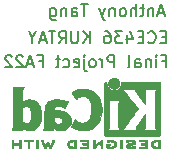
<source format=gbo>
%TF.GenerationSoftware,KiCad,Pcbnew,(6.0.2)*%
%TF.CreationDate,2022-11-27T18:43:32-05:00*%
%TF.ProjectId,ECE436_Project,45434534-3336-45f5-9072-6f6a6563742e,rev?*%
%TF.SameCoordinates,Original*%
%TF.FileFunction,Legend,Bot*%
%TF.FilePolarity,Positive*%
%FSLAX46Y46*%
G04 Gerber Fmt 4.6, Leading zero omitted, Abs format (unit mm)*
G04 Created by KiCad (PCBNEW (6.0.2)) date 2022-11-27 18:43:32*
%MOMM*%
%LPD*%
G01*
G04 APERTURE LIST*
%ADD10C,0.150000*%
%ADD11C,0.010000*%
G04 APERTURE END LIST*
D10*
X267080190Y-135564571D02*
X267413523Y-135564571D01*
X267413523Y-136088380D02*
X267413523Y-135088380D01*
X266937333Y-135088380D01*
X266556380Y-136088380D02*
X266556380Y-135421714D01*
X266556380Y-135088380D02*
X266604000Y-135136000D01*
X266556380Y-135183619D01*
X266508761Y-135136000D01*
X266556380Y-135088380D01*
X266556380Y-135183619D01*
X266080190Y-135421714D02*
X266080190Y-136088380D01*
X266080190Y-135516952D02*
X266032571Y-135469333D01*
X265937333Y-135421714D01*
X265794476Y-135421714D01*
X265699238Y-135469333D01*
X265651619Y-135564571D01*
X265651619Y-136088380D01*
X264746857Y-136088380D02*
X264746857Y-135564571D01*
X264794476Y-135469333D01*
X264889714Y-135421714D01*
X265080190Y-135421714D01*
X265175428Y-135469333D01*
X264746857Y-136040761D02*
X264842095Y-136088380D01*
X265080190Y-136088380D01*
X265175428Y-136040761D01*
X265223047Y-135945523D01*
X265223047Y-135850285D01*
X265175428Y-135755047D01*
X265080190Y-135707428D01*
X264842095Y-135707428D01*
X264746857Y-135659809D01*
X264127809Y-136088380D02*
X264223047Y-136040761D01*
X264270666Y-135945523D01*
X264270666Y-135088380D01*
X262984952Y-136088380D02*
X262984952Y-135088380D01*
X262604000Y-135088380D01*
X262508761Y-135136000D01*
X262461142Y-135183619D01*
X262413523Y-135278857D01*
X262413523Y-135421714D01*
X262461142Y-135516952D01*
X262508761Y-135564571D01*
X262604000Y-135612190D01*
X262984952Y-135612190D01*
X261984952Y-136088380D02*
X261984952Y-135421714D01*
X261984952Y-135612190D02*
X261937333Y-135516952D01*
X261889714Y-135469333D01*
X261794476Y-135421714D01*
X261699238Y-135421714D01*
X261223047Y-136088380D02*
X261318285Y-136040761D01*
X261365904Y-135993142D01*
X261413523Y-135897904D01*
X261413523Y-135612190D01*
X261365904Y-135516952D01*
X261318285Y-135469333D01*
X261223047Y-135421714D01*
X261080190Y-135421714D01*
X260984952Y-135469333D01*
X260937333Y-135516952D01*
X260889714Y-135612190D01*
X260889714Y-135897904D01*
X260937333Y-135993142D01*
X260984952Y-136040761D01*
X261080190Y-136088380D01*
X261223047Y-136088380D01*
X260461142Y-135421714D02*
X260461142Y-136278857D01*
X260508761Y-136374095D01*
X260604000Y-136421714D01*
X260651619Y-136421714D01*
X260461142Y-135088380D02*
X260508761Y-135136000D01*
X260461142Y-135183619D01*
X260413523Y-135136000D01*
X260461142Y-135088380D01*
X260461142Y-135183619D01*
X259604000Y-136040761D02*
X259699238Y-136088380D01*
X259889714Y-136088380D01*
X259984952Y-136040761D01*
X260032571Y-135945523D01*
X260032571Y-135564571D01*
X259984952Y-135469333D01*
X259889714Y-135421714D01*
X259699238Y-135421714D01*
X259604000Y-135469333D01*
X259556380Y-135564571D01*
X259556380Y-135659809D01*
X260032571Y-135755047D01*
X258699238Y-136040761D02*
X258794476Y-136088380D01*
X258984952Y-136088380D01*
X259080190Y-136040761D01*
X259127809Y-135993142D01*
X259175428Y-135897904D01*
X259175428Y-135612190D01*
X259127809Y-135516952D01*
X259080190Y-135469333D01*
X258984952Y-135421714D01*
X258794476Y-135421714D01*
X258699238Y-135469333D01*
X258413523Y-135421714D02*
X258032571Y-135421714D01*
X258270666Y-135088380D02*
X258270666Y-135945523D01*
X258223047Y-136040761D01*
X258127809Y-136088380D01*
X258032571Y-136088380D01*
X256604000Y-135564571D02*
X256937333Y-135564571D01*
X256937333Y-136088380D02*
X256937333Y-135088380D01*
X256461142Y-135088380D01*
X256127809Y-135802666D02*
X255651619Y-135802666D01*
X256223047Y-136088380D02*
X255889714Y-135088380D01*
X255556380Y-136088380D01*
X255270666Y-135183619D02*
X255223047Y-135136000D01*
X255127809Y-135088380D01*
X254889714Y-135088380D01*
X254794476Y-135136000D01*
X254746857Y-135183619D01*
X254699238Y-135278857D01*
X254699238Y-135374095D01*
X254746857Y-135516952D01*
X255318285Y-136088380D01*
X254699238Y-136088380D01*
X254318285Y-135183619D02*
X254270666Y-135136000D01*
X254175428Y-135088380D01*
X253937333Y-135088380D01*
X253842095Y-135136000D01*
X253794476Y-135183619D01*
X253746857Y-135278857D01*
X253746857Y-135374095D01*
X253794476Y-135516952D01*
X254365904Y-136088380D01*
X253746857Y-136088380D01*
X267358095Y-133532571D02*
X267024761Y-133532571D01*
X266881904Y-134056380D02*
X267358095Y-134056380D01*
X267358095Y-133056380D01*
X266881904Y-133056380D01*
X265881904Y-133961142D02*
X265929523Y-134008761D01*
X266072380Y-134056380D01*
X266167619Y-134056380D01*
X266310476Y-134008761D01*
X266405714Y-133913523D01*
X266453333Y-133818285D01*
X266500952Y-133627809D01*
X266500952Y-133484952D01*
X266453333Y-133294476D01*
X266405714Y-133199238D01*
X266310476Y-133104000D01*
X266167619Y-133056380D01*
X266072380Y-133056380D01*
X265929523Y-133104000D01*
X265881904Y-133151619D01*
X265453333Y-133532571D02*
X265120000Y-133532571D01*
X264977142Y-134056380D02*
X265453333Y-134056380D01*
X265453333Y-133056380D01*
X264977142Y-133056380D01*
X264120000Y-133389714D02*
X264120000Y-134056380D01*
X264358095Y-133008761D02*
X264596190Y-133723047D01*
X263977142Y-133723047D01*
X263691428Y-133056380D02*
X263072380Y-133056380D01*
X263405714Y-133437333D01*
X263262857Y-133437333D01*
X263167619Y-133484952D01*
X263120000Y-133532571D01*
X263072380Y-133627809D01*
X263072380Y-133865904D01*
X263120000Y-133961142D01*
X263167619Y-134008761D01*
X263262857Y-134056380D01*
X263548571Y-134056380D01*
X263643809Y-134008761D01*
X263691428Y-133961142D01*
X262215238Y-133056380D02*
X262405714Y-133056380D01*
X262500952Y-133104000D01*
X262548571Y-133151619D01*
X262643809Y-133294476D01*
X262691428Y-133484952D01*
X262691428Y-133865904D01*
X262643809Y-133961142D01*
X262596190Y-134008761D01*
X262500952Y-134056380D01*
X262310476Y-134056380D01*
X262215238Y-134008761D01*
X262167619Y-133961142D01*
X262120000Y-133865904D01*
X262120000Y-133627809D01*
X262167619Y-133532571D01*
X262215238Y-133484952D01*
X262310476Y-133437333D01*
X262500952Y-133437333D01*
X262596190Y-133484952D01*
X262643809Y-133532571D01*
X262691428Y-133627809D01*
X260929523Y-134056380D02*
X260929523Y-133056380D01*
X260358095Y-134056380D02*
X260786666Y-133484952D01*
X260358095Y-133056380D02*
X260929523Y-133627809D01*
X259929523Y-133056380D02*
X259929523Y-133865904D01*
X259881904Y-133961142D01*
X259834285Y-134008761D01*
X259739047Y-134056380D01*
X259548571Y-134056380D01*
X259453333Y-134008761D01*
X259405714Y-133961142D01*
X259358095Y-133865904D01*
X259358095Y-133056380D01*
X258310476Y-134056380D02*
X258643809Y-133580190D01*
X258881904Y-134056380D02*
X258881904Y-133056380D01*
X258500952Y-133056380D01*
X258405714Y-133104000D01*
X258358095Y-133151619D01*
X258310476Y-133246857D01*
X258310476Y-133389714D01*
X258358095Y-133484952D01*
X258405714Y-133532571D01*
X258500952Y-133580190D01*
X258881904Y-133580190D01*
X258024761Y-133056380D02*
X257453333Y-133056380D01*
X257739047Y-134056380D02*
X257739047Y-133056380D01*
X257167619Y-133770666D02*
X256691428Y-133770666D01*
X257262857Y-134056380D02*
X256929523Y-133056380D01*
X256596190Y-134056380D01*
X256072380Y-133580190D02*
X256072380Y-134056380D01*
X256405714Y-133056380D02*
X256072380Y-133580190D01*
X255739047Y-133056380D01*
X267215333Y-131484666D02*
X266739142Y-131484666D01*
X267310571Y-131770380D02*
X266977238Y-130770380D01*
X266643904Y-131770380D01*
X266310571Y-131103714D02*
X266310571Y-131770380D01*
X266310571Y-131198952D02*
X266262952Y-131151333D01*
X266167714Y-131103714D01*
X266024857Y-131103714D01*
X265929619Y-131151333D01*
X265882000Y-131246571D01*
X265882000Y-131770380D01*
X265548666Y-131103714D02*
X265167714Y-131103714D01*
X265405809Y-130770380D02*
X265405809Y-131627523D01*
X265358190Y-131722761D01*
X265262952Y-131770380D01*
X265167714Y-131770380D01*
X264834380Y-131770380D02*
X264834380Y-130770380D01*
X264405809Y-131770380D02*
X264405809Y-131246571D01*
X264453428Y-131151333D01*
X264548666Y-131103714D01*
X264691523Y-131103714D01*
X264786761Y-131151333D01*
X264834380Y-131198952D01*
X263786761Y-131770380D02*
X263882000Y-131722761D01*
X263929619Y-131675142D01*
X263977238Y-131579904D01*
X263977238Y-131294190D01*
X263929619Y-131198952D01*
X263882000Y-131151333D01*
X263786761Y-131103714D01*
X263643904Y-131103714D01*
X263548666Y-131151333D01*
X263501047Y-131198952D01*
X263453428Y-131294190D01*
X263453428Y-131579904D01*
X263501047Y-131675142D01*
X263548666Y-131722761D01*
X263643904Y-131770380D01*
X263786761Y-131770380D01*
X263024857Y-131103714D02*
X263024857Y-131770380D01*
X263024857Y-131198952D02*
X262977238Y-131151333D01*
X262882000Y-131103714D01*
X262739142Y-131103714D01*
X262643904Y-131151333D01*
X262596285Y-131246571D01*
X262596285Y-131770380D01*
X262215333Y-131103714D02*
X261977238Y-131770380D01*
X261739142Y-131103714D02*
X261977238Y-131770380D01*
X262072476Y-132008476D01*
X262120095Y-132056095D01*
X262215333Y-132103714D01*
X260739142Y-130770380D02*
X260167714Y-130770380D01*
X260453428Y-131770380D02*
X260453428Y-130770380D01*
X259405809Y-131770380D02*
X259405809Y-131246571D01*
X259453428Y-131151333D01*
X259548666Y-131103714D01*
X259739142Y-131103714D01*
X259834380Y-131151333D01*
X259405809Y-131722761D02*
X259501047Y-131770380D01*
X259739142Y-131770380D01*
X259834380Y-131722761D01*
X259882000Y-131627523D01*
X259882000Y-131532285D01*
X259834380Y-131437047D01*
X259739142Y-131389428D01*
X259501047Y-131389428D01*
X259405809Y-131341809D01*
X258929619Y-131103714D02*
X258929619Y-131770380D01*
X258929619Y-131198952D02*
X258882000Y-131151333D01*
X258786761Y-131103714D01*
X258643904Y-131103714D01*
X258548666Y-131151333D01*
X258501047Y-131246571D01*
X258501047Y-131770380D01*
X257596285Y-131103714D02*
X257596285Y-131913238D01*
X257643904Y-132008476D01*
X257691523Y-132056095D01*
X257786761Y-132103714D01*
X257929619Y-132103714D01*
X258024857Y-132056095D01*
X257596285Y-131722761D02*
X257691523Y-131770380D01*
X257882000Y-131770380D01*
X257977238Y-131722761D01*
X258024857Y-131675142D01*
X258072476Y-131579904D01*
X258072476Y-131294190D01*
X258024857Y-131198952D01*
X257977238Y-131151333D01*
X257882000Y-131103714D01*
X257691523Y-131103714D01*
X257596285Y-131151333D01*
D11*
%TO.C,REF\u002A\u002A*%
X254417493Y-139426245D02*
X254417474Y-139660662D01*
X254417474Y-139660662D02*
X254417448Y-139873603D01*
X254417448Y-139873603D02*
X254417375Y-140066168D01*
X254417375Y-140066168D02*
X254417218Y-140239459D01*
X254417218Y-140239459D02*
X254416936Y-140394576D01*
X254416936Y-140394576D02*
X254416491Y-140532620D01*
X254416491Y-140532620D02*
X254415844Y-140654692D01*
X254415844Y-140654692D02*
X254414955Y-140761894D01*
X254414955Y-140761894D02*
X254413787Y-140855326D01*
X254413787Y-140855326D02*
X254412299Y-140936090D01*
X254412299Y-140936090D02*
X254410454Y-141005286D01*
X254410454Y-141005286D02*
X254408211Y-141064015D01*
X254408211Y-141064015D02*
X254405531Y-141113379D01*
X254405531Y-141113379D02*
X254402377Y-141154478D01*
X254402377Y-141154478D02*
X254398708Y-141188413D01*
X254398708Y-141188413D02*
X254394487Y-141216286D01*
X254394487Y-141216286D02*
X254389673Y-141239198D01*
X254389673Y-141239198D02*
X254384227Y-141258249D01*
X254384227Y-141258249D02*
X254378112Y-141274540D01*
X254378112Y-141274540D02*
X254371288Y-141289173D01*
X254371288Y-141289173D02*
X254363715Y-141303249D01*
X254363715Y-141303249D02*
X254355355Y-141317868D01*
X254355355Y-141317868D02*
X254350161Y-141326974D01*
X254350161Y-141326974D02*
X254315896Y-141387689D01*
X254315896Y-141387689D02*
X255174045Y-141387689D01*
X255174045Y-141387689D02*
X255174045Y-141291733D01*
X255174045Y-141291733D02*
X255174776Y-141248370D01*
X255174776Y-141248370D02*
X255176728Y-141215205D01*
X255176728Y-141215205D02*
X255179537Y-141197424D01*
X255179537Y-141197424D02*
X255180779Y-141195778D01*
X255180779Y-141195778D02*
X255192201Y-141202662D01*
X255192201Y-141202662D02*
X255214916Y-141220505D01*
X255214916Y-141220505D02*
X255237615Y-141239879D01*
X255237615Y-141239879D02*
X255292200Y-141280614D01*
X255292200Y-141280614D02*
X255361679Y-141321617D01*
X255361679Y-141321617D02*
X255438730Y-141359123D01*
X255438730Y-141359123D02*
X255516035Y-141389364D01*
X255516035Y-141389364D02*
X255546887Y-141399012D01*
X255546887Y-141399012D02*
X255615384Y-141413578D01*
X255615384Y-141413578D02*
X255698236Y-141423539D01*
X255698236Y-141423539D02*
X255787629Y-141428583D01*
X255787629Y-141428583D02*
X255875752Y-141428396D01*
X255875752Y-141428396D02*
X255954793Y-141422666D01*
X255954793Y-141422666D02*
X255992489Y-141416858D01*
X255992489Y-141416858D02*
X256130586Y-141378797D01*
X256130586Y-141378797D02*
X256257887Y-141321073D01*
X256257887Y-141321073D02*
X256373708Y-141244211D01*
X256373708Y-141244211D02*
X256477363Y-141148739D01*
X256477363Y-141148739D02*
X256568167Y-141035179D01*
X256568167Y-141035179D02*
X256634969Y-140924381D01*
X256634969Y-140924381D02*
X256689836Y-140807625D01*
X256689836Y-140807625D02*
X256731837Y-140688276D01*
X256731837Y-140688276D02*
X256761833Y-140562283D01*
X256761833Y-140562283D02*
X256780689Y-140425594D01*
X256780689Y-140425594D02*
X256789268Y-140274158D01*
X256789268Y-140274158D02*
X256789994Y-140196711D01*
X256789994Y-140196711D02*
X256787900Y-140139934D01*
X256787900Y-140139934D02*
X255958783Y-140139934D01*
X255958783Y-140139934D02*
X255958576Y-140233002D01*
X255958576Y-140233002D02*
X255955663Y-140320692D01*
X255955663Y-140320692D02*
X255950000Y-140397772D01*
X255950000Y-140397772D02*
X255941545Y-140459009D01*
X255941545Y-140459009D02*
X255938962Y-140471350D01*
X255938962Y-140471350D02*
X255907160Y-140578633D01*
X255907160Y-140578633D02*
X255865502Y-140665658D01*
X255865502Y-140665658D02*
X255813637Y-140732642D01*
X255813637Y-140732642D02*
X255751219Y-140779805D01*
X255751219Y-140779805D02*
X255677900Y-140807365D01*
X255677900Y-140807365D02*
X255593331Y-140815541D01*
X255593331Y-140815541D02*
X255497165Y-140804551D01*
X255497165Y-140804551D02*
X255433689Y-140788829D01*
X255433689Y-140788829D02*
X255384546Y-140770639D01*
X255384546Y-140770639D02*
X255330417Y-140744791D01*
X255330417Y-140744791D02*
X255289756Y-140721089D01*
X255289756Y-140721089D02*
X255219200Y-140674721D01*
X255219200Y-140674721D02*
X255219200Y-139524530D01*
X255219200Y-139524530D02*
X255286608Y-139480962D01*
X255286608Y-139480962D02*
X255365133Y-139440040D01*
X255365133Y-139440040D02*
X255449319Y-139413389D01*
X255449319Y-139413389D02*
X255534443Y-139401465D01*
X255534443Y-139401465D02*
X255615784Y-139404722D01*
X255615784Y-139404722D02*
X255688620Y-139423615D01*
X255688620Y-139423615D02*
X255720574Y-139439184D01*
X255720574Y-139439184D02*
X255778499Y-139482181D01*
X255778499Y-139482181D02*
X255827456Y-139538953D01*
X255827456Y-139538953D02*
X255868610Y-139611575D01*
X255868610Y-139611575D02*
X255903126Y-139702121D01*
X255903126Y-139702121D02*
X255932167Y-139812666D01*
X255932167Y-139812666D02*
X255933448Y-139818533D01*
X255933448Y-139818533D02*
X255943619Y-139880788D01*
X255943619Y-139880788D02*
X255951261Y-139958594D01*
X255951261Y-139958594D02*
X255956330Y-140046720D01*
X255956330Y-140046720D02*
X255958783Y-140139934D01*
X255958783Y-140139934D02*
X256787900Y-140139934D01*
X256787900Y-140139934D02*
X256782143Y-139983895D01*
X256782143Y-139983895D02*
X256760198Y-139788059D01*
X256760198Y-139788059D02*
X256724214Y-139609332D01*
X256724214Y-139609332D02*
X256674241Y-139447845D01*
X256674241Y-139447845D02*
X256610332Y-139303726D01*
X256610332Y-139303726D02*
X256532538Y-139177106D01*
X256532538Y-139177106D02*
X256440911Y-139068115D01*
X256440911Y-139068115D02*
X256335503Y-138976883D01*
X256335503Y-138976883D02*
X256290338Y-138945932D01*
X256290338Y-138945932D02*
X256189389Y-138889785D01*
X256189389Y-138889785D02*
X256086099Y-138850174D01*
X256086099Y-138850174D02*
X255976011Y-138826014D01*
X255976011Y-138826014D02*
X255854670Y-138816219D01*
X255854670Y-138816219D02*
X255762164Y-138817265D01*
X255762164Y-138817265D02*
X255632510Y-138828231D01*
X255632510Y-138828231D02*
X255519916Y-138850046D01*
X255519916Y-138850046D02*
X255421125Y-138883714D01*
X255421125Y-138883714D02*
X255332879Y-138930236D01*
X255332879Y-138930236D02*
X255284014Y-138964448D01*
X255284014Y-138964448D02*
X255254647Y-138986362D01*
X255254647Y-138986362D02*
X255232957Y-139001333D01*
X255232957Y-139001333D02*
X255224747Y-139005733D01*
X255224747Y-139005733D02*
X255223132Y-138994904D01*
X255223132Y-138994904D02*
X255221841Y-138964251D01*
X255221841Y-138964251D02*
X255220862Y-138916526D01*
X255220862Y-138916526D02*
X255220183Y-138854479D01*
X255220183Y-138854479D02*
X255219790Y-138780862D01*
X255219790Y-138780862D02*
X255219670Y-138698427D01*
X255219670Y-138698427D02*
X255219812Y-138609925D01*
X255219812Y-138609925D02*
X255220203Y-138518107D01*
X255220203Y-138518107D02*
X255220829Y-138425724D01*
X255220829Y-138425724D02*
X255221680Y-138335528D01*
X255221680Y-138335528D02*
X255222740Y-138250271D01*
X255222740Y-138250271D02*
X255223999Y-138172703D01*
X255223999Y-138172703D02*
X255225444Y-138105576D01*
X255225444Y-138105576D02*
X255227062Y-138051641D01*
X255227062Y-138051641D02*
X255228839Y-138013650D01*
X255228839Y-138013650D02*
X255229331Y-138006667D01*
X255229331Y-138006667D02*
X255236908Y-137936251D01*
X255236908Y-137936251D02*
X255248469Y-137881102D01*
X255248469Y-137881102D02*
X255266208Y-137833981D01*
X255266208Y-137833981D02*
X255292318Y-137787647D01*
X255292318Y-137787647D02*
X255298585Y-137778067D01*
X255298585Y-137778067D02*
X255323017Y-137741378D01*
X255323017Y-137741378D02*
X254417689Y-137741378D01*
X254417689Y-137741378D02*
X254417493Y-139426245D01*
X254417493Y-139426245D02*
X254417493Y-139426245D01*
G36*
X256789268Y-140274158D02*
G01*
X256780689Y-140425594D01*
X256761833Y-140562283D01*
X256731837Y-140688276D01*
X256689836Y-140807625D01*
X256634969Y-140924381D01*
X256568167Y-141035179D01*
X256477363Y-141148739D01*
X256373708Y-141244211D01*
X256257887Y-141321073D01*
X256130586Y-141378797D01*
X255992489Y-141416858D01*
X255954793Y-141422666D01*
X255875752Y-141428396D01*
X255787629Y-141428583D01*
X255698236Y-141423539D01*
X255615384Y-141413578D01*
X255546887Y-141399012D01*
X255516035Y-141389364D01*
X255438730Y-141359123D01*
X255361679Y-141321617D01*
X255292200Y-141280614D01*
X255237615Y-141239879D01*
X255214916Y-141220505D01*
X255192201Y-141202662D01*
X255180779Y-141195778D01*
X255179537Y-141197424D01*
X255176728Y-141215205D01*
X255174776Y-141248370D01*
X255174045Y-141291733D01*
X255174045Y-141387689D01*
X254315896Y-141387689D01*
X254350161Y-141326974D01*
X254355355Y-141317868D01*
X254363715Y-141303249D01*
X254371288Y-141289173D01*
X254378112Y-141274540D01*
X254384227Y-141258249D01*
X254389673Y-141239198D01*
X254394487Y-141216286D01*
X254398708Y-141188413D01*
X254402377Y-141154478D01*
X254405531Y-141113379D01*
X254408211Y-141064015D01*
X254410454Y-141005286D01*
X254412299Y-140936090D01*
X254413787Y-140855326D01*
X254414955Y-140761894D01*
X254415678Y-140674721D01*
X255219200Y-140674721D01*
X255289756Y-140721089D01*
X255330417Y-140744791D01*
X255384546Y-140770639D01*
X255433689Y-140788829D01*
X255497165Y-140804551D01*
X255593331Y-140815541D01*
X255677900Y-140807365D01*
X255751219Y-140779805D01*
X255813637Y-140732642D01*
X255865502Y-140665658D01*
X255907160Y-140578633D01*
X255938962Y-140471350D01*
X255941545Y-140459009D01*
X255950000Y-140397772D01*
X255955663Y-140320692D01*
X255958576Y-140233002D01*
X255958783Y-140139934D01*
X255956330Y-140046720D01*
X255951261Y-139958594D01*
X255943619Y-139880788D01*
X255933448Y-139818533D01*
X255932167Y-139812666D01*
X255903126Y-139702121D01*
X255868610Y-139611575D01*
X255827456Y-139538953D01*
X255778499Y-139482181D01*
X255720574Y-139439184D01*
X255688620Y-139423615D01*
X255615784Y-139404722D01*
X255534443Y-139401465D01*
X255449319Y-139413389D01*
X255365133Y-139440040D01*
X255286608Y-139480962D01*
X255219200Y-139524530D01*
X255219200Y-140674721D01*
X254415678Y-140674721D01*
X254415844Y-140654692D01*
X254416491Y-140532620D01*
X254416936Y-140394576D01*
X254417218Y-140239459D01*
X254417375Y-140066168D01*
X254417448Y-139873603D01*
X254417474Y-139660662D01*
X254417493Y-139426245D01*
X254417689Y-137741378D01*
X255323017Y-137741378D01*
X255298585Y-137778067D01*
X255292318Y-137787647D01*
X255266208Y-137833981D01*
X255248469Y-137881102D01*
X255236908Y-137936251D01*
X255229331Y-138006667D01*
X255228839Y-138013650D01*
X255227062Y-138051641D01*
X255225444Y-138105576D01*
X255223999Y-138172703D01*
X255222740Y-138250271D01*
X255221680Y-138335528D01*
X255220829Y-138425724D01*
X255220203Y-138518107D01*
X255219812Y-138609925D01*
X255219670Y-138698427D01*
X255219790Y-138780862D01*
X255220183Y-138854479D01*
X255220862Y-138916526D01*
X255221841Y-138964251D01*
X255223132Y-138994904D01*
X255224747Y-139005733D01*
X255232957Y-139001333D01*
X255254647Y-138986362D01*
X255284014Y-138964448D01*
X255332879Y-138930236D01*
X255421125Y-138883714D01*
X255519916Y-138850046D01*
X255632510Y-138828231D01*
X255762164Y-138817265D01*
X255854670Y-138816219D01*
X255976011Y-138826014D01*
X256086099Y-138850174D01*
X256189389Y-138889785D01*
X256290338Y-138945932D01*
X256335503Y-138976883D01*
X256440911Y-139068115D01*
X256532538Y-139177106D01*
X256610332Y-139303726D01*
X256674241Y-139447845D01*
X256724214Y-139609332D01*
X256760198Y-139788059D01*
X256782143Y-139983895D01*
X256787900Y-140139934D01*
X256789994Y-140196711D01*
X256789268Y-140274158D01*
G37*
X256789268Y-140274158D02*
X256780689Y-140425594D01*
X256761833Y-140562283D01*
X256731837Y-140688276D01*
X256689836Y-140807625D01*
X256634969Y-140924381D01*
X256568167Y-141035179D01*
X256477363Y-141148739D01*
X256373708Y-141244211D01*
X256257887Y-141321073D01*
X256130586Y-141378797D01*
X255992489Y-141416858D01*
X255954793Y-141422666D01*
X255875752Y-141428396D01*
X255787629Y-141428583D01*
X255698236Y-141423539D01*
X255615384Y-141413578D01*
X255546887Y-141399012D01*
X255516035Y-141389364D01*
X255438730Y-141359123D01*
X255361679Y-141321617D01*
X255292200Y-141280614D01*
X255237615Y-141239879D01*
X255214916Y-141220505D01*
X255192201Y-141202662D01*
X255180779Y-141195778D01*
X255179537Y-141197424D01*
X255176728Y-141215205D01*
X255174776Y-141248370D01*
X255174045Y-141291733D01*
X255174045Y-141387689D01*
X254315896Y-141387689D01*
X254350161Y-141326974D01*
X254355355Y-141317868D01*
X254363715Y-141303249D01*
X254371288Y-141289173D01*
X254378112Y-141274540D01*
X254384227Y-141258249D01*
X254389673Y-141239198D01*
X254394487Y-141216286D01*
X254398708Y-141188413D01*
X254402377Y-141154478D01*
X254405531Y-141113379D01*
X254408211Y-141064015D01*
X254410454Y-141005286D01*
X254412299Y-140936090D01*
X254413787Y-140855326D01*
X254414955Y-140761894D01*
X254415678Y-140674721D01*
X255219200Y-140674721D01*
X255289756Y-140721089D01*
X255330417Y-140744791D01*
X255384546Y-140770639D01*
X255433689Y-140788829D01*
X255497165Y-140804551D01*
X255593331Y-140815541D01*
X255677900Y-140807365D01*
X255751219Y-140779805D01*
X255813637Y-140732642D01*
X255865502Y-140665658D01*
X255907160Y-140578633D01*
X255938962Y-140471350D01*
X255941545Y-140459009D01*
X255950000Y-140397772D01*
X255955663Y-140320692D01*
X255958576Y-140233002D01*
X255958783Y-140139934D01*
X255956330Y-140046720D01*
X255951261Y-139958594D01*
X255943619Y-139880788D01*
X255933448Y-139818533D01*
X255932167Y-139812666D01*
X255903126Y-139702121D01*
X255868610Y-139611575D01*
X255827456Y-139538953D01*
X255778499Y-139482181D01*
X255720574Y-139439184D01*
X255688620Y-139423615D01*
X255615784Y-139404722D01*
X255534443Y-139401465D01*
X255449319Y-139413389D01*
X255365133Y-139440040D01*
X255286608Y-139480962D01*
X255219200Y-139524530D01*
X255219200Y-140674721D01*
X254415678Y-140674721D01*
X254415844Y-140654692D01*
X254416491Y-140532620D01*
X254416936Y-140394576D01*
X254417218Y-140239459D01*
X254417375Y-140066168D01*
X254417448Y-139873603D01*
X254417474Y-139660662D01*
X254417493Y-139426245D01*
X254417689Y-137741378D01*
X255323017Y-137741378D01*
X255298585Y-137778067D01*
X255292318Y-137787647D01*
X255266208Y-137833981D01*
X255248469Y-137881102D01*
X255236908Y-137936251D01*
X255229331Y-138006667D01*
X255228839Y-138013650D01*
X255227062Y-138051641D01*
X255225444Y-138105576D01*
X255223999Y-138172703D01*
X255222740Y-138250271D01*
X255221680Y-138335528D01*
X255220829Y-138425724D01*
X255220203Y-138518107D01*
X255219812Y-138609925D01*
X255219670Y-138698427D01*
X255219790Y-138780862D01*
X255220183Y-138854479D01*
X255220862Y-138916526D01*
X255221841Y-138964251D01*
X255223132Y-138994904D01*
X255224747Y-139005733D01*
X255232957Y-139001333D01*
X255254647Y-138986362D01*
X255284014Y-138964448D01*
X255332879Y-138930236D01*
X255421125Y-138883714D01*
X255519916Y-138850046D01*
X255632510Y-138828231D01*
X255762164Y-138817265D01*
X255854670Y-138816219D01*
X255976011Y-138826014D01*
X256086099Y-138850174D01*
X256189389Y-138889785D01*
X256290338Y-138945932D01*
X256335503Y-138976883D01*
X256440911Y-139068115D01*
X256532538Y-139177106D01*
X256610332Y-139303726D01*
X256674241Y-139447845D01*
X256724214Y-139609332D01*
X256760198Y-139788059D01*
X256782143Y-139983895D01*
X256787900Y-140139934D01*
X256789994Y-140196711D01*
X256789268Y-140274158D01*
X255640935Y-142223163D02*
X255562228Y-142223542D01*
X255562228Y-142223542D02*
X255501137Y-142224333D01*
X255501137Y-142224333D02*
X255455183Y-142225670D01*
X255455183Y-142225670D02*
X255421886Y-142227683D01*
X255421886Y-142227683D02*
X255398764Y-142230506D01*
X255398764Y-142230506D02*
X255383338Y-142234269D01*
X255383338Y-142234269D02*
X255373129Y-142239105D01*
X255373129Y-142239105D02*
X255368187Y-142242822D01*
X255368187Y-142242822D02*
X255342543Y-142275358D01*
X255342543Y-142275358D02*
X255339441Y-142309138D01*
X255339441Y-142309138D02*
X255355289Y-142339826D01*
X255355289Y-142339826D02*
X255365652Y-142352089D01*
X255365652Y-142352089D02*
X255376804Y-142360450D01*
X255376804Y-142360450D02*
X255392965Y-142365657D01*
X255392965Y-142365657D02*
X255418358Y-142368457D01*
X255418358Y-142368457D02*
X255457202Y-142369596D01*
X255457202Y-142369596D02*
X255513720Y-142369821D01*
X255513720Y-142369821D02*
X255524820Y-142369822D01*
X255524820Y-142369822D02*
X255670756Y-142369822D01*
X255670756Y-142369822D02*
X255670756Y-142640756D01*
X255670756Y-142640756D02*
X255670852Y-142726154D01*
X255670852Y-142726154D02*
X255671289Y-142791864D01*
X255671289Y-142791864D02*
X255672288Y-142840774D01*
X255672288Y-142840774D02*
X255674072Y-142875773D01*
X255674072Y-142875773D02*
X255676863Y-142899749D01*
X255676863Y-142899749D02*
X255680883Y-142915593D01*
X255680883Y-142915593D02*
X255686355Y-142926191D01*
X255686355Y-142926191D02*
X255693334Y-142934267D01*
X255693334Y-142934267D02*
X255726266Y-142954112D01*
X255726266Y-142954112D02*
X255760646Y-142952548D01*
X255760646Y-142952548D02*
X255791824Y-142929906D01*
X255791824Y-142929906D02*
X255794114Y-142927100D01*
X255794114Y-142927100D02*
X255801571Y-142916492D01*
X255801571Y-142916492D02*
X255807253Y-142904081D01*
X255807253Y-142904081D02*
X255811399Y-142886850D01*
X255811399Y-142886850D02*
X255814250Y-142861784D01*
X255814250Y-142861784D02*
X255816046Y-142825867D01*
X255816046Y-142825867D02*
X255817028Y-142776083D01*
X255817028Y-142776083D02*
X255817436Y-142709417D01*
X255817436Y-142709417D02*
X255817511Y-142633589D01*
X255817511Y-142633589D02*
X255817511Y-142369822D01*
X255817511Y-142369822D02*
X255956873Y-142369822D01*
X255956873Y-142369822D02*
X256016678Y-142369418D01*
X256016678Y-142369418D02*
X256058082Y-142367840D01*
X256058082Y-142367840D02*
X256085252Y-142364547D01*
X256085252Y-142364547D02*
X256102354Y-142358992D01*
X256102354Y-142358992D02*
X256113557Y-142350631D01*
X256113557Y-142350631D02*
X256114917Y-142349178D01*
X256114917Y-142349178D02*
X256131275Y-142315939D01*
X256131275Y-142315939D02*
X256129828Y-142278362D01*
X256129828Y-142278362D02*
X256111022Y-142245645D01*
X256111022Y-142245645D02*
X256103750Y-142239298D01*
X256103750Y-142239298D02*
X256094373Y-142234266D01*
X256094373Y-142234266D02*
X256080391Y-142230396D01*
X256080391Y-142230396D02*
X256059304Y-142227537D01*
X256059304Y-142227537D02*
X256028611Y-142225535D01*
X256028611Y-142225535D02*
X255985811Y-142224239D01*
X255985811Y-142224239D02*
X255928405Y-142223498D01*
X255928405Y-142223498D02*
X255853890Y-142223158D01*
X255853890Y-142223158D02*
X255759767Y-142223068D01*
X255759767Y-142223068D02*
X255739740Y-142223067D01*
X255739740Y-142223067D02*
X255640935Y-142223163D01*
X255640935Y-142223163D02*
X255640935Y-142223163D01*
G36*
X255759767Y-142223068D02*
G01*
X255853890Y-142223158D01*
X255928405Y-142223498D01*
X255985811Y-142224239D01*
X256028611Y-142225535D01*
X256059304Y-142227537D01*
X256080391Y-142230396D01*
X256094373Y-142234266D01*
X256103750Y-142239298D01*
X256111022Y-142245645D01*
X256129828Y-142278362D01*
X256131275Y-142315939D01*
X256114917Y-142349178D01*
X256113557Y-142350631D01*
X256102354Y-142358992D01*
X256085252Y-142364547D01*
X256058082Y-142367840D01*
X256016678Y-142369418D01*
X255956873Y-142369822D01*
X255817511Y-142369822D01*
X255817511Y-142633589D01*
X255817436Y-142709417D01*
X255817028Y-142776083D01*
X255816046Y-142825867D01*
X255814250Y-142861784D01*
X255811399Y-142886850D01*
X255807253Y-142904081D01*
X255801571Y-142916492D01*
X255794114Y-142927100D01*
X255791824Y-142929906D01*
X255760646Y-142952548D01*
X255726266Y-142954112D01*
X255693334Y-142934267D01*
X255686355Y-142926191D01*
X255680883Y-142915593D01*
X255676863Y-142899749D01*
X255674072Y-142875773D01*
X255672288Y-142840774D01*
X255671289Y-142791864D01*
X255670852Y-142726154D01*
X255670756Y-142640756D01*
X255670756Y-142369822D01*
X255524820Y-142369822D01*
X255513720Y-142369821D01*
X255457202Y-142369596D01*
X255418358Y-142368457D01*
X255392965Y-142365657D01*
X255376804Y-142360450D01*
X255365652Y-142352089D01*
X255355289Y-142339826D01*
X255339441Y-142309138D01*
X255342543Y-142275358D01*
X255368187Y-142242822D01*
X255373129Y-142239105D01*
X255383338Y-142234269D01*
X255398764Y-142230506D01*
X255421886Y-142227683D01*
X255455183Y-142225670D01*
X255501137Y-142224333D01*
X255562228Y-142223542D01*
X255640935Y-142223163D01*
X255739740Y-142223067D01*
X255759767Y-142223068D01*
G37*
X255759767Y-142223068D02*
X255853890Y-142223158D01*
X255928405Y-142223498D01*
X255985811Y-142224239D01*
X256028611Y-142225535D01*
X256059304Y-142227537D01*
X256080391Y-142230396D01*
X256094373Y-142234266D01*
X256103750Y-142239298D01*
X256111022Y-142245645D01*
X256129828Y-142278362D01*
X256131275Y-142315939D01*
X256114917Y-142349178D01*
X256113557Y-142350631D01*
X256102354Y-142358992D01*
X256085252Y-142364547D01*
X256058082Y-142367840D01*
X256016678Y-142369418D01*
X255956873Y-142369822D01*
X255817511Y-142369822D01*
X255817511Y-142633589D01*
X255817436Y-142709417D01*
X255817028Y-142776083D01*
X255816046Y-142825867D01*
X255814250Y-142861784D01*
X255811399Y-142886850D01*
X255807253Y-142904081D01*
X255801571Y-142916492D01*
X255794114Y-142927100D01*
X255791824Y-142929906D01*
X255760646Y-142952548D01*
X255726266Y-142954112D01*
X255693334Y-142934267D01*
X255686355Y-142926191D01*
X255680883Y-142915593D01*
X255676863Y-142899749D01*
X255674072Y-142875773D01*
X255672288Y-142840774D01*
X255671289Y-142791864D01*
X255670852Y-142726154D01*
X255670756Y-142640756D01*
X255670756Y-142369822D01*
X255524820Y-142369822D01*
X255513720Y-142369821D01*
X255457202Y-142369596D01*
X255418358Y-142368457D01*
X255392965Y-142365657D01*
X255376804Y-142360450D01*
X255365652Y-142352089D01*
X255355289Y-142339826D01*
X255339441Y-142309138D01*
X255342543Y-142275358D01*
X255368187Y-142242822D01*
X255373129Y-142239105D01*
X255383338Y-142234269D01*
X255398764Y-142230506D01*
X255421886Y-142227683D01*
X255455183Y-142225670D01*
X255501137Y-142224333D01*
X255562228Y-142223542D01*
X255640935Y-142223163D01*
X255739740Y-142223067D01*
X255759767Y-142223068D01*
X266725371Y-142223066D02*
X266685889Y-142223467D01*
X266685889Y-142223467D02*
X266570200Y-142226259D01*
X266570200Y-142226259D02*
X266473311Y-142234550D01*
X266473311Y-142234550D02*
X266391919Y-142249232D01*
X266391919Y-142249232D02*
X266322723Y-142271193D01*
X266322723Y-142271193D02*
X266262420Y-142301322D01*
X266262420Y-142301322D02*
X266207708Y-142340510D01*
X266207708Y-142340510D02*
X266188167Y-142357532D01*
X266188167Y-142357532D02*
X266155750Y-142397363D01*
X266155750Y-142397363D02*
X266126520Y-142451413D01*
X266126520Y-142451413D02*
X266103991Y-142511323D01*
X266103991Y-142511323D02*
X266091679Y-142568739D01*
X266091679Y-142568739D02*
X266090400Y-142589956D01*
X266090400Y-142589956D02*
X266098417Y-142648769D01*
X266098417Y-142648769D02*
X266119899Y-142713013D01*
X266119899Y-142713013D02*
X266150999Y-142773821D01*
X266150999Y-142773821D02*
X266187866Y-142822330D01*
X266187866Y-142822330D02*
X266193854Y-142828182D01*
X266193854Y-142828182D02*
X266244579Y-142869321D01*
X266244579Y-142869321D02*
X266300125Y-142901435D01*
X266300125Y-142901435D02*
X266363696Y-142925365D01*
X266363696Y-142925365D02*
X266438494Y-142941953D01*
X266438494Y-142941953D02*
X266527722Y-142952041D01*
X266527722Y-142952041D02*
X266634582Y-142956469D01*
X266634582Y-142956469D02*
X266683528Y-142956845D01*
X266683528Y-142956845D02*
X266745762Y-142956545D01*
X266745762Y-142956545D02*
X266789528Y-142955292D01*
X266789528Y-142955292D02*
X266818931Y-142952554D01*
X266818931Y-142952554D02*
X266838079Y-142947801D01*
X266838079Y-142947801D02*
X266851077Y-142940501D01*
X266851077Y-142940501D02*
X266858045Y-142934267D01*
X266858045Y-142934267D02*
X266864626Y-142926694D01*
X266864626Y-142926694D02*
X266869788Y-142916924D01*
X266869788Y-142916924D02*
X266873703Y-142902340D01*
X266873703Y-142902340D02*
X266876543Y-142880326D01*
X266876543Y-142880326D02*
X266878480Y-142848264D01*
X266878480Y-142848264D02*
X266879684Y-142803536D01*
X266879684Y-142803536D02*
X266880328Y-142743526D01*
X266880328Y-142743526D02*
X266880583Y-142665617D01*
X266880583Y-142665617D02*
X266880622Y-142589956D01*
X266880622Y-142589956D02*
X266880870Y-142489041D01*
X266880870Y-142489041D02*
X266880817Y-142408427D01*
X266880817Y-142408427D02*
X266879857Y-142369822D01*
X266879857Y-142369822D02*
X266733867Y-142369822D01*
X266733867Y-142369822D02*
X266733867Y-142810089D01*
X266733867Y-142810089D02*
X266640734Y-142810004D01*
X266640734Y-142810004D02*
X266584693Y-142808396D01*
X266584693Y-142808396D02*
X266525999Y-142804256D01*
X266525999Y-142804256D02*
X266477028Y-142798464D01*
X266477028Y-142798464D02*
X266475538Y-142798226D01*
X266475538Y-142798226D02*
X266396392Y-142779090D01*
X266396392Y-142779090D02*
X266335002Y-142749287D01*
X266335002Y-142749287D02*
X266288305Y-142706878D01*
X266288305Y-142706878D02*
X266258635Y-142660961D01*
X266258635Y-142660961D02*
X266240353Y-142610026D01*
X266240353Y-142610026D02*
X266241771Y-142562200D01*
X266241771Y-142562200D02*
X266262988Y-142510933D01*
X266262988Y-142510933D02*
X266304489Y-142457899D01*
X266304489Y-142457899D02*
X266361998Y-142418600D01*
X266361998Y-142418600D02*
X266436750Y-142392331D01*
X266436750Y-142392331D02*
X266486708Y-142383035D01*
X266486708Y-142383035D02*
X266543416Y-142376507D01*
X266543416Y-142376507D02*
X266603519Y-142371782D01*
X266603519Y-142371782D02*
X266654639Y-142369817D01*
X266654639Y-142369817D02*
X266657667Y-142369808D01*
X266657667Y-142369808D02*
X266733867Y-142369822D01*
X266733867Y-142369822D02*
X266879857Y-142369822D01*
X266879857Y-142369822D02*
X266879260Y-142345851D01*
X266879260Y-142345851D02*
X266874998Y-142299055D01*
X266874998Y-142299055D02*
X266866830Y-142265778D01*
X266866830Y-142265778D02*
X266853556Y-142243759D01*
X266853556Y-142243759D02*
X266833974Y-142230739D01*
X266833974Y-142230739D02*
X266806883Y-142224457D01*
X266806883Y-142224457D02*
X266771082Y-142222653D01*
X266771082Y-142222653D02*
X266725371Y-142223066D01*
X266725371Y-142223066D02*
X266725371Y-142223066D01*
G36*
X266880870Y-142489041D02*
G01*
X266880622Y-142589956D01*
X266880583Y-142665617D01*
X266880328Y-142743526D01*
X266879684Y-142803536D01*
X266878480Y-142848264D01*
X266876543Y-142880326D01*
X266873703Y-142902340D01*
X266869788Y-142916924D01*
X266864626Y-142926694D01*
X266858045Y-142934267D01*
X266851077Y-142940501D01*
X266838079Y-142947801D01*
X266818931Y-142952554D01*
X266789528Y-142955292D01*
X266745762Y-142956545D01*
X266683528Y-142956845D01*
X266634582Y-142956469D01*
X266527722Y-142952041D01*
X266438494Y-142941953D01*
X266363696Y-142925365D01*
X266300125Y-142901435D01*
X266244579Y-142869321D01*
X266193854Y-142828182D01*
X266187866Y-142822330D01*
X266150999Y-142773821D01*
X266119899Y-142713013D01*
X266098417Y-142648769D01*
X266093136Y-142610026D01*
X266240353Y-142610026D01*
X266258635Y-142660961D01*
X266288305Y-142706878D01*
X266335002Y-142749287D01*
X266396392Y-142779090D01*
X266475538Y-142798226D01*
X266477028Y-142798464D01*
X266525999Y-142804256D01*
X266584693Y-142808396D01*
X266640734Y-142810004D01*
X266733867Y-142810089D01*
X266733867Y-142369822D01*
X266657667Y-142369808D01*
X266654639Y-142369817D01*
X266603519Y-142371782D01*
X266543416Y-142376507D01*
X266486708Y-142383035D01*
X266436750Y-142392331D01*
X266361998Y-142418600D01*
X266304489Y-142457899D01*
X266262988Y-142510933D01*
X266241771Y-142562200D01*
X266240353Y-142610026D01*
X266093136Y-142610026D01*
X266090400Y-142589956D01*
X266091679Y-142568739D01*
X266103991Y-142511323D01*
X266126520Y-142451413D01*
X266155750Y-142397363D01*
X266188167Y-142357532D01*
X266207708Y-142340510D01*
X266262420Y-142301322D01*
X266322723Y-142271193D01*
X266391919Y-142249232D01*
X266473311Y-142234550D01*
X266570200Y-142226259D01*
X266685889Y-142223467D01*
X266725371Y-142223066D01*
X266771082Y-142222653D01*
X266806883Y-142224457D01*
X266833974Y-142230739D01*
X266853556Y-142243759D01*
X266866830Y-142265778D01*
X266874998Y-142299055D01*
X266879260Y-142345851D01*
X266879857Y-142369822D01*
X266880817Y-142408427D01*
X266880870Y-142489041D01*
G37*
X266880870Y-142489041D02*
X266880622Y-142589956D01*
X266880583Y-142665617D01*
X266880328Y-142743526D01*
X266879684Y-142803536D01*
X266878480Y-142848264D01*
X266876543Y-142880326D01*
X266873703Y-142902340D01*
X266869788Y-142916924D01*
X266864626Y-142926694D01*
X266858045Y-142934267D01*
X266851077Y-142940501D01*
X266838079Y-142947801D01*
X266818931Y-142952554D01*
X266789528Y-142955292D01*
X266745762Y-142956545D01*
X266683528Y-142956845D01*
X266634582Y-142956469D01*
X266527722Y-142952041D01*
X266438494Y-142941953D01*
X266363696Y-142925365D01*
X266300125Y-142901435D01*
X266244579Y-142869321D01*
X266193854Y-142828182D01*
X266187866Y-142822330D01*
X266150999Y-142773821D01*
X266119899Y-142713013D01*
X266098417Y-142648769D01*
X266093136Y-142610026D01*
X266240353Y-142610026D01*
X266258635Y-142660961D01*
X266288305Y-142706878D01*
X266335002Y-142749287D01*
X266396392Y-142779090D01*
X266475538Y-142798226D01*
X266477028Y-142798464D01*
X266525999Y-142804256D01*
X266584693Y-142808396D01*
X266640734Y-142810004D01*
X266733867Y-142810089D01*
X266733867Y-142369822D01*
X266657667Y-142369808D01*
X266654639Y-142369817D01*
X266603519Y-142371782D01*
X266543416Y-142376507D01*
X266486708Y-142383035D01*
X266436750Y-142392331D01*
X266361998Y-142418600D01*
X266304489Y-142457899D01*
X266262988Y-142510933D01*
X266241771Y-142562200D01*
X266240353Y-142610026D01*
X266093136Y-142610026D01*
X266090400Y-142589956D01*
X266091679Y-142568739D01*
X266103991Y-142511323D01*
X266126520Y-142451413D01*
X266155750Y-142397363D01*
X266188167Y-142357532D01*
X266207708Y-142340510D01*
X266262420Y-142301322D01*
X266322723Y-142271193D01*
X266391919Y-142249232D01*
X266473311Y-142234550D01*
X266570200Y-142226259D01*
X266685889Y-142223467D01*
X266725371Y-142223066D01*
X266771082Y-142222653D01*
X266806883Y-142224457D01*
X266833974Y-142230739D01*
X266853556Y-142243759D01*
X266866830Y-142265778D01*
X266874998Y-142299055D01*
X266879260Y-142345851D01*
X266879857Y-142369822D01*
X266880817Y-142408427D01*
X266880870Y-142489041D01*
X256859335Y-142225034D02*
X256839745Y-142232035D01*
X256839745Y-142232035D02*
X256838990Y-142232377D01*
X256838990Y-142232377D02*
X256812387Y-142252678D01*
X256812387Y-142252678D02*
X256797730Y-142273561D01*
X256797730Y-142273561D02*
X256794862Y-142283352D01*
X256794862Y-142283352D02*
X256795004Y-142296361D01*
X256795004Y-142296361D02*
X256799039Y-142314895D01*
X256799039Y-142314895D02*
X256807854Y-142341257D01*
X256807854Y-142341257D02*
X256822331Y-142377752D01*
X256822331Y-142377752D02*
X256843355Y-142426687D01*
X256843355Y-142426687D02*
X256871812Y-142490365D01*
X256871812Y-142490365D02*
X256908585Y-142571093D01*
X256908585Y-142571093D02*
X256928825Y-142615216D01*
X256928825Y-142615216D02*
X256965375Y-142693985D01*
X256965375Y-142693985D02*
X256999685Y-142766423D01*
X256999685Y-142766423D02*
X257030448Y-142829880D01*
X257030448Y-142829880D02*
X257056352Y-142881708D01*
X257056352Y-142881708D02*
X257076090Y-142919259D01*
X257076090Y-142919259D02*
X257088350Y-142939884D01*
X257088350Y-142939884D02*
X257090776Y-142942733D01*
X257090776Y-142942733D02*
X257121817Y-142955302D01*
X257121817Y-142955302D02*
X257156879Y-142953619D01*
X257156879Y-142953619D02*
X257185000Y-142938332D01*
X257185000Y-142938332D02*
X257186146Y-142937089D01*
X257186146Y-142937089D02*
X257197332Y-142920154D01*
X257197332Y-142920154D02*
X257216096Y-142887170D01*
X257216096Y-142887170D02*
X257240125Y-142842380D01*
X257240125Y-142842380D02*
X257267103Y-142790032D01*
X257267103Y-142790032D02*
X257276799Y-142770742D01*
X257276799Y-142770742D02*
X257349986Y-142624150D01*
X257349986Y-142624150D02*
X257429760Y-142783393D01*
X257429760Y-142783393D02*
X257458233Y-142838415D01*
X257458233Y-142838415D02*
X257484650Y-142886132D01*
X257484650Y-142886132D02*
X257506852Y-142922893D01*
X257506852Y-142922893D02*
X257522681Y-142945044D01*
X257522681Y-142945044D02*
X257528046Y-142949741D01*
X257528046Y-142949741D02*
X257569743Y-142956102D01*
X257569743Y-142956102D02*
X257604151Y-142942733D01*
X257604151Y-142942733D02*
X257614272Y-142928446D01*
X257614272Y-142928446D02*
X257631786Y-142896692D01*
X257631786Y-142896692D02*
X257655265Y-142850597D01*
X257655265Y-142850597D02*
X257683280Y-142793285D01*
X257683280Y-142793285D02*
X257714401Y-142727880D01*
X257714401Y-142727880D02*
X257747201Y-142657507D01*
X257747201Y-142657507D02*
X257780250Y-142585291D01*
X257780250Y-142585291D02*
X257812119Y-142514355D01*
X257812119Y-142514355D02*
X257841381Y-142447825D01*
X257841381Y-142447825D02*
X257866605Y-142388826D01*
X257866605Y-142388826D02*
X257886364Y-142340481D01*
X257886364Y-142340481D02*
X257899228Y-142305915D01*
X257899228Y-142305915D02*
X257903769Y-142288253D01*
X257903769Y-142288253D02*
X257903723Y-142287613D01*
X257903723Y-142287613D02*
X257892674Y-142265388D01*
X257892674Y-142265388D02*
X257870590Y-142242753D01*
X257870590Y-142242753D02*
X257869290Y-142241768D01*
X257869290Y-142241768D02*
X257842147Y-142226425D01*
X257842147Y-142226425D02*
X257817042Y-142226574D01*
X257817042Y-142226574D02*
X257807632Y-142229466D01*
X257807632Y-142229466D02*
X257796166Y-142235718D01*
X257796166Y-142235718D02*
X257783990Y-142248014D01*
X257783990Y-142248014D02*
X257769643Y-142268908D01*
X257769643Y-142268908D02*
X257751664Y-142300949D01*
X257751664Y-142300949D02*
X257728593Y-142346688D01*
X257728593Y-142346688D02*
X257698970Y-142408677D01*
X257698970Y-142408677D02*
X257672255Y-142465898D01*
X257672255Y-142465898D02*
X257641520Y-142532226D01*
X257641520Y-142532226D02*
X257613979Y-142591874D01*
X257613979Y-142591874D02*
X257591062Y-142641725D01*
X257591062Y-142641725D02*
X257574202Y-142678664D01*
X257574202Y-142678664D02*
X257564827Y-142699573D01*
X257564827Y-142699573D02*
X257563460Y-142702845D01*
X257563460Y-142702845D02*
X257557311Y-142697497D01*
X257557311Y-142697497D02*
X257543178Y-142675109D01*
X257543178Y-142675109D02*
X257522943Y-142638946D01*
X257522943Y-142638946D02*
X257498485Y-142592277D01*
X257498485Y-142592277D02*
X257488752Y-142573022D01*
X257488752Y-142573022D02*
X257455783Y-142508004D01*
X257455783Y-142508004D02*
X257430357Y-142460654D01*
X257430357Y-142460654D02*
X257410388Y-142428219D01*
X257410388Y-142428219D02*
X257393790Y-142407946D01*
X257393790Y-142407946D02*
X257378476Y-142397082D01*
X257378476Y-142397082D02*
X257362360Y-142392875D01*
X257362360Y-142392875D02*
X257351857Y-142392400D01*
X257351857Y-142392400D02*
X257333330Y-142394042D01*
X257333330Y-142394042D02*
X257317096Y-142400831D01*
X257317096Y-142400831D02*
X257300965Y-142415566D01*
X257300965Y-142415566D02*
X257282749Y-142441044D01*
X257282749Y-142441044D02*
X257260261Y-142480061D01*
X257260261Y-142480061D02*
X257231311Y-142535414D01*
X257231311Y-142535414D02*
X257215338Y-142566903D01*
X257215338Y-142566903D02*
X257189430Y-142617087D01*
X257189430Y-142617087D02*
X257166833Y-142658704D01*
X257166833Y-142658704D02*
X257149542Y-142688242D01*
X257149542Y-142688242D02*
X257139550Y-142702189D01*
X257139550Y-142702189D02*
X257138191Y-142702770D01*
X257138191Y-142702770D02*
X257131739Y-142691793D01*
X257131739Y-142691793D02*
X257117292Y-142663290D01*
X257117292Y-142663290D02*
X257096297Y-142620244D01*
X257096297Y-142620244D02*
X257070203Y-142565638D01*
X257070203Y-142565638D02*
X257040454Y-142502454D01*
X257040454Y-142502454D02*
X257025820Y-142471071D01*
X257025820Y-142471071D02*
X256987750Y-142390078D01*
X256987750Y-142390078D02*
X256957095Y-142327756D01*
X256957095Y-142327756D02*
X256932263Y-142282071D01*
X256932263Y-142282071D02*
X256911663Y-142250989D01*
X256911663Y-142250989D02*
X256893702Y-142232478D01*
X256893702Y-142232478D02*
X256876790Y-142224504D01*
X256876790Y-142224504D02*
X256859335Y-142225034D01*
X256859335Y-142225034D02*
X256859335Y-142225034D01*
G36*
X256893702Y-142232478D02*
G01*
X256911663Y-142250989D01*
X256932263Y-142282071D01*
X256957095Y-142327756D01*
X256987750Y-142390078D01*
X257025820Y-142471071D01*
X257040454Y-142502454D01*
X257070203Y-142565638D01*
X257096297Y-142620244D01*
X257117292Y-142663290D01*
X257131739Y-142691793D01*
X257138191Y-142702770D01*
X257139550Y-142702189D01*
X257149542Y-142688242D01*
X257166833Y-142658704D01*
X257189430Y-142617087D01*
X257215338Y-142566903D01*
X257231311Y-142535414D01*
X257260261Y-142480061D01*
X257282749Y-142441044D01*
X257300965Y-142415566D01*
X257317096Y-142400831D01*
X257333330Y-142394042D01*
X257351857Y-142392400D01*
X257362360Y-142392875D01*
X257378476Y-142397082D01*
X257393790Y-142407946D01*
X257410388Y-142428219D01*
X257430357Y-142460654D01*
X257455783Y-142508004D01*
X257488752Y-142573022D01*
X257498485Y-142592277D01*
X257522943Y-142638946D01*
X257543178Y-142675109D01*
X257557311Y-142697497D01*
X257563460Y-142702845D01*
X257564827Y-142699573D01*
X257574202Y-142678664D01*
X257591062Y-142641725D01*
X257613979Y-142591874D01*
X257641520Y-142532226D01*
X257672255Y-142465898D01*
X257698970Y-142408677D01*
X257728593Y-142346688D01*
X257751664Y-142300949D01*
X257769643Y-142268908D01*
X257783990Y-142248014D01*
X257796166Y-142235718D01*
X257807632Y-142229466D01*
X257817042Y-142226574D01*
X257842147Y-142226425D01*
X257869290Y-142241768D01*
X257870590Y-142242753D01*
X257892674Y-142265388D01*
X257903723Y-142287613D01*
X257903769Y-142288253D01*
X257899228Y-142305915D01*
X257886364Y-142340481D01*
X257866605Y-142388826D01*
X257841381Y-142447825D01*
X257812119Y-142514355D01*
X257780250Y-142585291D01*
X257747201Y-142657507D01*
X257714401Y-142727880D01*
X257683280Y-142793285D01*
X257655265Y-142850597D01*
X257631786Y-142896692D01*
X257614272Y-142928446D01*
X257604151Y-142942733D01*
X257569743Y-142956102D01*
X257528046Y-142949741D01*
X257522681Y-142945044D01*
X257506852Y-142922893D01*
X257484650Y-142886132D01*
X257458233Y-142838415D01*
X257429760Y-142783393D01*
X257349986Y-142624150D01*
X257276799Y-142770742D01*
X257267103Y-142790032D01*
X257240125Y-142842380D01*
X257216096Y-142887170D01*
X257197332Y-142920154D01*
X257186146Y-142937089D01*
X257185000Y-142938332D01*
X257156879Y-142953619D01*
X257121817Y-142955302D01*
X257090776Y-142942733D01*
X257088350Y-142939884D01*
X257076090Y-142919259D01*
X257056352Y-142881708D01*
X257030448Y-142829880D01*
X256999685Y-142766423D01*
X256965375Y-142693985D01*
X256928825Y-142615216D01*
X256908585Y-142571093D01*
X256871812Y-142490365D01*
X256843355Y-142426687D01*
X256822331Y-142377752D01*
X256807854Y-142341257D01*
X256799039Y-142314895D01*
X256795004Y-142296361D01*
X256794862Y-142283352D01*
X256797730Y-142273561D01*
X256812387Y-142252678D01*
X256838990Y-142232377D01*
X256839745Y-142232035D01*
X256859335Y-142225034D01*
X256876790Y-142224504D01*
X256893702Y-142232478D01*
G37*
X256893702Y-142232478D02*
X256911663Y-142250989D01*
X256932263Y-142282071D01*
X256957095Y-142327756D01*
X256987750Y-142390078D01*
X257025820Y-142471071D01*
X257040454Y-142502454D01*
X257070203Y-142565638D01*
X257096297Y-142620244D01*
X257117292Y-142663290D01*
X257131739Y-142691793D01*
X257138191Y-142702770D01*
X257139550Y-142702189D01*
X257149542Y-142688242D01*
X257166833Y-142658704D01*
X257189430Y-142617087D01*
X257215338Y-142566903D01*
X257231311Y-142535414D01*
X257260261Y-142480061D01*
X257282749Y-142441044D01*
X257300965Y-142415566D01*
X257317096Y-142400831D01*
X257333330Y-142394042D01*
X257351857Y-142392400D01*
X257362360Y-142392875D01*
X257378476Y-142397082D01*
X257393790Y-142407946D01*
X257410388Y-142428219D01*
X257430357Y-142460654D01*
X257455783Y-142508004D01*
X257488752Y-142573022D01*
X257498485Y-142592277D01*
X257522943Y-142638946D01*
X257543178Y-142675109D01*
X257557311Y-142697497D01*
X257563460Y-142702845D01*
X257564827Y-142699573D01*
X257574202Y-142678664D01*
X257591062Y-142641725D01*
X257613979Y-142591874D01*
X257641520Y-142532226D01*
X257672255Y-142465898D01*
X257698970Y-142408677D01*
X257728593Y-142346688D01*
X257751664Y-142300949D01*
X257769643Y-142268908D01*
X257783990Y-142248014D01*
X257796166Y-142235718D01*
X257807632Y-142229466D01*
X257817042Y-142226574D01*
X257842147Y-142226425D01*
X257869290Y-142241768D01*
X257870590Y-142242753D01*
X257892674Y-142265388D01*
X257903723Y-142287613D01*
X257903769Y-142288253D01*
X257899228Y-142305915D01*
X257886364Y-142340481D01*
X257866605Y-142388826D01*
X257841381Y-142447825D01*
X257812119Y-142514355D01*
X257780250Y-142585291D01*
X257747201Y-142657507D01*
X257714401Y-142727880D01*
X257683280Y-142793285D01*
X257655265Y-142850597D01*
X257631786Y-142896692D01*
X257614272Y-142928446D01*
X257604151Y-142942733D01*
X257569743Y-142956102D01*
X257528046Y-142949741D01*
X257522681Y-142945044D01*
X257506852Y-142922893D01*
X257484650Y-142886132D01*
X257458233Y-142838415D01*
X257429760Y-142783393D01*
X257349986Y-142624150D01*
X257276799Y-142770742D01*
X257267103Y-142790032D01*
X257240125Y-142842380D01*
X257216096Y-142887170D01*
X257197332Y-142920154D01*
X257186146Y-142937089D01*
X257185000Y-142938332D01*
X257156879Y-142953619D01*
X257121817Y-142955302D01*
X257090776Y-142942733D01*
X257088350Y-142939884D01*
X257076090Y-142919259D01*
X257056352Y-142881708D01*
X257030448Y-142829880D01*
X256999685Y-142766423D01*
X256965375Y-142693985D01*
X256928825Y-142615216D01*
X256908585Y-142571093D01*
X256871812Y-142490365D01*
X256843355Y-142426687D01*
X256822331Y-142377752D01*
X256807854Y-142341257D01*
X256799039Y-142314895D01*
X256795004Y-142296361D01*
X256794862Y-142283352D01*
X256797730Y-142273561D01*
X256812387Y-142252678D01*
X256838990Y-142232377D01*
X256839745Y-142232035D01*
X256859335Y-142225034D01*
X256876790Y-142224504D01*
X256893702Y-142232478D01*
X263550400Y-137443054D02*
X263539535Y-137556993D01*
X263539535Y-137556993D02*
X263507918Y-137664616D01*
X263507918Y-137664616D02*
X263457015Y-137763615D01*
X263457015Y-137763615D02*
X263388293Y-137851684D01*
X263388293Y-137851684D02*
X263303219Y-137926516D01*
X263303219Y-137926516D02*
X263206232Y-137984384D01*
X263206232Y-137984384D02*
X263099964Y-138024005D01*
X263099964Y-138024005D02*
X262992950Y-138042573D01*
X262992950Y-138042573D02*
X262887300Y-138041434D01*
X262887300Y-138041434D02*
X262785125Y-138021930D01*
X262785125Y-138021930D02*
X262688534Y-137985406D01*
X262688534Y-137985406D02*
X262599638Y-137933205D01*
X262599638Y-137933205D02*
X262520546Y-137866673D01*
X262520546Y-137866673D02*
X262453369Y-137787152D01*
X262453369Y-137787152D02*
X262400217Y-137695987D01*
X262400217Y-137695987D02*
X262363199Y-137594523D01*
X262363199Y-137594523D02*
X262344427Y-137484102D01*
X262344427Y-137484102D02*
X262342489Y-137434206D01*
X262342489Y-137434206D02*
X262342489Y-137346267D01*
X262342489Y-137346267D02*
X262290560Y-137346267D01*
X262290560Y-137346267D02*
X262254253Y-137349111D01*
X262254253Y-137349111D02*
X262227355Y-137360911D01*
X262227355Y-137360911D02*
X262200249Y-137384649D01*
X262200249Y-137384649D02*
X262161867Y-137423031D01*
X262161867Y-137423031D02*
X262161867Y-139614602D01*
X262161867Y-139614602D02*
X262161876Y-139876739D01*
X262161876Y-139876739D02*
X262161908Y-140117241D01*
X262161908Y-140117241D02*
X262161972Y-140337048D01*
X262161972Y-140337048D02*
X262162076Y-140537101D01*
X262162076Y-140537101D02*
X262162227Y-140718344D01*
X262162227Y-140718344D02*
X262162434Y-140881716D01*
X262162434Y-140881716D02*
X262162706Y-141028160D01*
X262162706Y-141028160D02*
X262163050Y-141158617D01*
X262163050Y-141158617D02*
X262163474Y-141274029D01*
X262163474Y-141274029D02*
X262163987Y-141375338D01*
X262163987Y-141375338D02*
X262164597Y-141463484D01*
X262164597Y-141463484D02*
X262165312Y-141539410D01*
X262165312Y-141539410D02*
X262166140Y-141604057D01*
X262166140Y-141604057D02*
X262167089Y-141658367D01*
X262167089Y-141658367D02*
X262168167Y-141703280D01*
X262168167Y-141703280D02*
X262169383Y-141739740D01*
X262169383Y-141739740D02*
X262170745Y-141768687D01*
X262170745Y-141768687D02*
X262172261Y-141791063D01*
X262172261Y-141791063D02*
X262173938Y-141807809D01*
X262173938Y-141807809D02*
X262175786Y-141819868D01*
X262175786Y-141819868D02*
X262177813Y-141828180D01*
X262177813Y-141828180D02*
X262180025Y-141833687D01*
X262180025Y-141833687D02*
X262181108Y-141835537D01*
X262181108Y-141835537D02*
X262185271Y-141842549D01*
X262185271Y-141842549D02*
X262188805Y-141848996D01*
X262188805Y-141848996D02*
X262192635Y-141854900D01*
X262192635Y-141854900D02*
X262197682Y-141860286D01*
X262197682Y-141860286D02*
X262204871Y-141865178D01*
X262204871Y-141865178D02*
X262215123Y-141869598D01*
X262215123Y-141869598D02*
X262229364Y-141873572D01*
X262229364Y-141873572D02*
X262248514Y-141877121D01*
X262248514Y-141877121D02*
X262273499Y-141880270D01*
X262273499Y-141880270D02*
X262305240Y-141883042D01*
X262305240Y-141883042D02*
X262344662Y-141885461D01*
X262344662Y-141885461D02*
X262392686Y-141887551D01*
X262392686Y-141887551D02*
X262450237Y-141889335D01*
X262450237Y-141889335D02*
X262518237Y-141890837D01*
X262518237Y-141890837D02*
X262597610Y-141892080D01*
X262597610Y-141892080D02*
X262689279Y-141893089D01*
X262689279Y-141893089D02*
X262794166Y-141893885D01*
X262794166Y-141893885D02*
X262913196Y-141894494D01*
X262913196Y-141894494D02*
X263047290Y-141894939D01*
X263047290Y-141894939D02*
X263197373Y-141895243D01*
X263197373Y-141895243D02*
X263364367Y-141895430D01*
X263364367Y-141895430D02*
X263549196Y-141895524D01*
X263549196Y-141895524D02*
X263752783Y-141895548D01*
X263752783Y-141895548D02*
X263976050Y-141895525D01*
X263976050Y-141895525D02*
X264219922Y-141895480D01*
X264219922Y-141895480D02*
X264485321Y-141895437D01*
X264485321Y-141895437D02*
X264523704Y-141895432D01*
X264523704Y-141895432D02*
X264790682Y-141895389D01*
X264790682Y-141895389D02*
X265036002Y-141895318D01*
X265036002Y-141895318D02*
X265260583Y-141895213D01*
X265260583Y-141895213D02*
X265465345Y-141895066D01*
X265465345Y-141895066D02*
X265651206Y-141894869D01*
X265651206Y-141894869D02*
X265819088Y-141894616D01*
X265819088Y-141894616D02*
X265969908Y-141894300D01*
X265969908Y-141894300D02*
X266104587Y-141893913D01*
X266104587Y-141893913D02*
X266224044Y-141893447D01*
X266224044Y-141893447D02*
X266329199Y-141892897D01*
X266329199Y-141892897D02*
X266420971Y-141892253D01*
X266420971Y-141892253D02*
X266500279Y-141891511D01*
X266500279Y-141891511D02*
X266568043Y-141890661D01*
X266568043Y-141890661D02*
X266625182Y-141889697D01*
X266625182Y-141889697D02*
X266672617Y-141888611D01*
X266672617Y-141888611D02*
X266711266Y-141887397D01*
X266711266Y-141887397D02*
X266742049Y-141886047D01*
X266742049Y-141886047D02*
X266765885Y-141884555D01*
X266765885Y-141884555D02*
X266783694Y-141882911D01*
X266783694Y-141882911D02*
X266796395Y-141881111D01*
X266796395Y-141881111D02*
X266804908Y-141879145D01*
X266804908Y-141879145D02*
X266809266Y-141877477D01*
X266809266Y-141877477D02*
X266817728Y-141873906D01*
X266817728Y-141873906D02*
X266825497Y-141871270D01*
X266825497Y-141871270D02*
X266832602Y-141868634D01*
X266832602Y-141868634D02*
X266839073Y-141865062D01*
X266839073Y-141865062D02*
X266844939Y-141859621D01*
X266844939Y-141859621D02*
X266850229Y-141851375D01*
X266850229Y-141851375D02*
X266854974Y-141839390D01*
X266854974Y-141839390D02*
X266859202Y-141822731D01*
X266859202Y-141822731D02*
X266862943Y-141800463D01*
X266862943Y-141800463D02*
X266866227Y-141771652D01*
X266866227Y-141771652D02*
X266869083Y-141735363D01*
X266869083Y-141735363D02*
X266871540Y-141690661D01*
X266871540Y-141690661D02*
X266873629Y-141636611D01*
X266873629Y-141636611D02*
X266875378Y-141572279D01*
X266875378Y-141572279D02*
X266876817Y-141496730D01*
X266876817Y-141496730D02*
X266877976Y-141409030D01*
X266877976Y-141409030D02*
X266878883Y-141308243D01*
X266878883Y-141308243D02*
X266879569Y-141193434D01*
X266879569Y-141193434D02*
X266880063Y-141063670D01*
X266880063Y-141063670D02*
X266880395Y-140918015D01*
X266880395Y-140918015D02*
X266880593Y-140755535D01*
X266880593Y-140755535D02*
X266880687Y-140575295D01*
X266880687Y-140575295D02*
X266880708Y-140376360D01*
X266880708Y-140376360D02*
X266880685Y-140157796D01*
X266880685Y-140157796D02*
X266880646Y-139918668D01*
X266880646Y-139918668D02*
X266880622Y-139658040D01*
X266880622Y-139658040D02*
X266880622Y-139615889D01*
X266880622Y-139615889D02*
X266880636Y-139352992D01*
X266880636Y-139352992D02*
X266880661Y-139111732D01*
X266880661Y-139111732D02*
X266880671Y-138891165D01*
X266880671Y-138891165D02*
X266880642Y-138690352D01*
X266880642Y-138690352D02*
X266880548Y-138508349D01*
X266880548Y-138508349D02*
X266880362Y-138344216D01*
X266880362Y-138344216D02*
X266880059Y-138197011D01*
X266880059Y-138197011D02*
X266879614Y-138065792D01*
X266879614Y-138065792D02*
X266879034Y-137955867D01*
X266879034Y-137955867D02*
X266576197Y-137955867D01*
X266576197Y-137955867D02*
X266536407Y-138013711D01*
X266536407Y-138013711D02*
X266525236Y-138029479D01*
X266525236Y-138029479D02*
X266515166Y-138043441D01*
X266515166Y-138043441D02*
X266506138Y-138056784D01*
X266506138Y-138056784D02*
X266498097Y-138070693D01*
X266498097Y-138070693D02*
X266490986Y-138086356D01*
X266490986Y-138086356D02*
X266484747Y-138104958D01*
X266484747Y-138104958D02*
X266479325Y-138127686D01*
X266479325Y-138127686D02*
X266474662Y-138155727D01*
X266474662Y-138155727D02*
X266470701Y-138190267D01*
X266470701Y-138190267D02*
X266467385Y-138232492D01*
X266467385Y-138232492D02*
X266464659Y-138283589D01*
X266464659Y-138283589D02*
X266462464Y-138344744D01*
X266462464Y-138344744D02*
X266460745Y-138417144D01*
X266460745Y-138417144D02*
X266459444Y-138501975D01*
X266459444Y-138501975D02*
X266458505Y-138600422D01*
X266458505Y-138600422D02*
X266457870Y-138713674D01*
X266457870Y-138713674D02*
X266457484Y-138842916D01*
X266457484Y-138842916D02*
X266457288Y-138989334D01*
X266457288Y-138989334D02*
X266457227Y-139154116D01*
X266457227Y-139154116D02*
X266457243Y-139338447D01*
X266457243Y-139338447D02*
X266457280Y-139543513D01*
X266457280Y-139543513D02*
X266457289Y-139666133D01*
X266457289Y-139666133D02*
X266457265Y-139883082D01*
X266457265Y-139883082D02*
X266457231Y-140078642D01*
X266457231Y-140078642D02*
X266457243Y-140253999D01*
X266457243Y-140253999D02*
X266457358Y-140410341D01*
X266457358Y-140410341D02*
X266457630Y-140548857D01*
X266457630Y-140548857D02*
X266458118Y-140670734D01*
X266458118Y-140670734D02*
X266458876Y-140777160D01*
X266458876Y-140777160D02*
X266459962Y-140869322D01*
X266459962Y-140869322D02*
X266461431Y-140948409D01*
X266461431Y-140948409D02*
X266463340Y-141015608D01*
X266463340Y-141015608D02*
X266465744Y-141072107D01*
X266465744Y-141072107D02*
X266468701Y-141119093D01*
X266468701Y-141119093D02*
X266472266Y-141157755D01*
X266472266Y-141157755D02*
X266476495Y-141189280D01*
X266476495Y-141189280D02*
X266481446Y-141214855D01*
X266481446Y-141214855D02*
X266487173Y-141235670D01*
X266487173Y-141235670D02*
X266493733Y-141252911D01*
X266493733Y-141252911D02*
X266501183Y-141267765D01*
X266501183Y-141267765D02*
X266509579Y-141281422D01*
X266509579Y-141281422D02*
X266518976Y-141295069D01*
X266518976Y-141295069D02*
X266529432Y-141309893D01*
X266529432Y-141309893D02*
X266535523Y-141318783D01*
X266535523Y-141318783D02*
X266574296Y-141376400D01*
X266574296Y-141376400D02*
X266042732Y-141376400D01*
X266042732Y-141376400D02*
X265919483Y-141376365D01*
X265919483Y-141376365D02*
X265816987Y-141376215D01*
X265816987Y-141376215D02*
X265733420Y-141375878D01*
X265733420Y-141375878D02*
X265666956Y-141375286D01*
X265666956Y-141375286D02*
X265615771Y-141374367D01*
X265615771Y-141374367D02*
X265578041Y-141373051D01*
X265578041Y-141373051D02*
X265551940Y-141371269D01*
X265551940Y-141371269D02*
X265535644Y-141368951D01*
X265535644Y-141368951D02*
X265527328Y-141366026D01*
X265527328Y-141366026D02*
X265525168Y-141362424D01*
X265525168Y-141362424D02*
X265527339Y-141358075D01*
X265527339Y-141358075D02*
X265528535Y-141356645D01*
X265528535Y-141356645D02*
X265553685Y-141319573D01*
X265553685Y-141319573D02*
X265579583Y-141266772D01*
X265579583Y-141266772D02*
X265603192Y-141204770D01*
X265603192Y-141204770D02*
X265611461Y-141178357D01*
X265611461Y-141178357D02*
X265616078Y-141160416D01*
X265616078Y-141160416D02*
X265619979Y-141139355D01*
X265619979Y-141139355D02*
X265623248Y-141113089D01*
X265623248Y-141113089D02*
X265625966Y-141079532D01*
X265625966Y-141079532D02*
X265628215Y-141036599D01*
X265628215Y-141036599D02*
X265630077Y-140982204D01*
X265630077Y-140982204D02*
X265631636Y-140914262D01*
X265631636Y-140914262D02*
X265632972Y-140830688D01*
X265632972Y-140830688D02*
X265634169Y-140729395D01*
X265634169Y-140729395D02*
X265635308Y-140608300D01*
X265635308Y-140608300D02*
X265635685Y-140563600D01*
X265635685Y-140563600D02*
X265636702Y-140438449D01*
X265636702Y-140438449D02*
X265637460Y-140334082D01*
X265637460Y-140334082D02*
X265637903Y-140248707D01*
X265637903Y-140248707D02*
X265637970Y-140180533D01*
X265637970Y-140180533D02*
X265637605Y-140127765D01*
X265637605Y-140127765D02*
X265636748Y-140088614D01*
X265636748Y-140088614D02*
X265635341Y-140061285D01*
X265635341Y-140061285D02*
X265633325Y-140043986D01*
X265633325Y-140043986D02*
X265630643Y-140034926D01*
X265630643Y-140034926D02*
X265627236Y-140032312D01*
X265627236Y-140032312D02*
X265623044Y-140034351D01*
X265623044Y-140034351D02*
X265618571Y-140038667D01*
X265618571Y-140038667D02*
X265608216Y-140051602D01*
X265608216Y-140051602D02*
X265586158Y-140080676D01*
X265586158Y-140080676D02*
X265553957Y-140123759D01*
X265553957Y-140123759D02*
X265513174Y-140178718D01*
X265513174Y-140178718D02*
X265465370Y-140243423D01*
X265465370Y-140243423D02*
X265412105Y-140315742D01*
X265412105Y-140315742D02*
X265354940Y-140393544D01*
X265354940Y-140393544D02*
X265295437Y-140474698D01*
X265295437Y-140474698D02*
X265235155Y-140557072D01*
X265235155Y-140557072D02*
X265175655Y-140638536D01*
X265175655Y-140638536D02*
X265118498Y-140716957D01*
X265118498Y-140716957D02*
X265065245Y-140790204D01*
X265065245Y-140790204D02*
X265017457Y-140856147D01*
X265017457Y-140856147D02*
X264976693Y-140912654D01*
X264976693Y-140912654D02*
X264944516Y-140957593D01*
X264944516Y-140957593D02*
X264922485Y-140988834D01*
X264922485Y-140988834D02*
X264917917Y-140995466D01*
X264917917Y-140995466D02*
X264894996Y-141032369D01*
X264894996Y-141032369D02*
X264868188Y-141080359D01*
X264868188Y-141080359D02*
X264842789Y-141129897D01*
X264842789Y-141129897D02*
X264839568Y-141136577D01*
X264839568Y-141136577D02*
X264817890Y-141184772D01*
X264817890Y-141184772D02*
X264805304Y-141222334D01*
X264805304Y-141222334D02*
X264799574Y-141258160D01*
X264799574Y-141258160D02*
X264798456Y-141300200D01*
X264798456Y-141300200D02*
X264799090Y-141376400D01*
X264799090Y-141376400D02*
X263644651Y-141376400D01*
X263644651Y-141376400D02*
X263735815Y-141282669D01*
X263735815Y-141282669D02*
X263782612Y-141232775D01*
X263782612Y-141232775D02*
X263832899Y-141176295D01*
X263832899Y-141176295D02*
X263878944Y-141122026D01*
X263878944Y-141122026D02*
X263899369Y-141096673D01*
X263899369Y-141096673D02*
X263929807Y-141057128D01*
X263929807Y-141057128D02*
X263969862Y-141003916D01*
X263969862Y-141003916D02*
X264018361Y-140938667D01*
X264018361Y-140938667D02*
X264074135Y-140863011D01*
X264074135Y-140863011D02*
X264136011Y-140778577D01*
X264136011Y-140778577D02*
X264202819Y-140686994D01*
X264202819Y-140686994D02*
X264273387Y-140589892D01*
X264273387Y-140589892D02*
X264346545Y-140488901D01*
X264346545Y-140488901D02*
X264421121Y-140385650D01*
X264421121Y-140385650D02*
X264495944Y-140281768D01*
X264495944Y-140281768D02*
X264569843Y-140178885D01*
X264569843Y-140178885D02*
X264641646Y-140078631D01*
X264641646Y-140078631D02*
X264710184Y-139982636D01*
X264710184Y-139982636D02*
X264774284Y-139892527D01*
X264774284Y-139892527D02*
X264832775Y-139809936D01*
X264832775Y-139809936D02*
X264884486Y-139736492D01*
X264884486Y-139736492D02*
X264928247Y-139673824D01*
X264928247Y-139673824D02*
X264962885Y-139623561D01*
X264962885Y-139623561D02*
X264987230Y-139587334D01*
X264987230Y-139587334D02*
X265000111Y-139566771D01*
X265000111Y-139566771D02*
X265001869Y-139562668D01*
X265001869Y-139562668D02*
X264993910Y-139551342D01*
X264993910Y-139551342D02*
X264973115Y-139524162D01*
X264973115Y-139524162D02*
X264940847Y-139482829D01*
X264940847Y-139482829D02*
X264898470Y-139429044D01*
X264898470Y-139429044D02*
X264847347Y-139364506D01*
X264847347Y-139364506D02*
X264788841Y-139290918D01*
X264788841Y-139290918D02*
X264724314Y-139209978D01*
X264724314Y-139209978D02*
X264655131Y-139123388D01*
X264655131Y-139123388D02*
X264582653Y-139032848D01*
X264582653Y-139032848D02*
X264508246Y-138940060D01*
X264508246Y-138940060D02*
X264448517Y-138865702D01*
X264448517Y-138865702D02*
X263437511Y-138865702D01*
X263437511Y-138865702D02*
X263431602Y-138878659D01*
X263431602Y-138878659D02*
X263417272Y-138900908D01*
X263417272Y-138900908D02*
X263416225Y-138902391D01*
X263416225Y-138902391D02*
X263397438Y-138932544D01*
X263397438Y-138932544D02*
X263377791Y-138969375D01*
X263377791Y-138969375D02*
X263373892Y-138977511D01*
X263373892Y-138977511D02*
X263370356Y-138985940D01*
X263370356Y-138985940D02*
X263367230Y-138996059D01*
X263367230Y-138996059D02*
X263364486Y-139009260D01*
X263364486Y-139009260D02*
X263362092Y-139026938D01*
X263362092Y-139026938D02*
X263360019Y-139050484D01*
X263360019Y-139050484D02*
X263358235Y-139081293D01*
X263358235Y-139081293D02*
X263356712Y-139120757D01*
X263356712Y-139120757D02*
X263355419Y-139170269D01*
X263355419Y-139170269D02*
X263354326Y-139231223D01*
X263354326Y-139231223D02*
X263353403Y-139305011D01*
X263353403Y-139305011D02*
X263352619Y-139393028D01*
X263352619Y-139393028D02*
X263351945Y-139496665D01*
X263351945Y-139496665D02*
X263351350Y-139617316D01*
X263351350Y-139617316D02*
X263350805Y-139756374D01*
X263350805Y-139756374D02*
X263350279Y-139915232D01*
X263350279Y-139915232D02*
X263349745Y-140094089D01*
X263349745Y-140094089D02*
X263349206Y-140279207D01*
X263349206Y-140279207D02*
X263348772Y-140443145D01*
X263348772Y-140443145D02*
X263348509Y-140587303D01*
X263348509Y-140587303D02*
X263348484Y-140713079D01*
X263348484Y-140713079D02*
X263348765Y-140821871D01*
X263348765Y-140821871D02*
X263349419Y-140915077D01*
X263349419Y-140915077D02*
X263350514Y-140994097D01*
X263350514Y-140994097D02*
X263352118Y-141060328D01*
X263352118Y-141060328D02*
X263354297Y-141115170D01*
X263354297Y-141115170D02*
X263357119Y-141160021D01*
X263357119Y-141160021D02*
X263360651Y-141196278D01*
X263360651Y-141196278D02*
X263364961Y-141225341D01*
X263364961Y-141225341D02*
X263370117Y-141248609D01*
X263370117Y-141248609D02*
X263376185Y-141267479D01*
X263376185Y-141267479D02*
X263383233Y-141283351D01*
X263383233Y-141283351D02*
X263391329Y-141297622D01*
X263391329Y-141297622D02*
X263400540Y-141311691D01*
X263400540Y-141311691D02*
X263409040Y-141324158D01*
X263409040Y-141324158D02*
X263426176Y-141350452D01*
X263426176Y-141350452D02*
X263436322Y-141368037D01*
X263436322Y-141368037D02*
X263437511Y-141371257D01*
X263437511Y-141371257D02*
X263426604Y-141372334D01*
X263426604Y-141372334D02*
X263395411Y-141373335D01*
X263395411Y-141373335D02*
X263346223Y-141374235D01*
X263346223Y-141374235D02*
X263281333Y-141375010D01*
X263281333Y-141375010D02*
X263203030Y-141375637D01*
X263203030Y-141375637D02*
X263113607Y-141376091D01*
X263113607Y-141376091D02*
X263015356Y-141376349D01*
X263015356Y-141376349D02*
X262946445Y-141376400D01*
X262946445Y-141376400D02*
X262841452Y-141376180D01*
X262841452Y-141376180D02*
X262744610Y-141375548D01*
X262744610Y-141375548D02*
X262658107Y-141374549D01*
X262658107Y-141374549D02*
X262584132Y-141373227D01*
X262584132Y-141373227D02*
X262524874Y-141371626D01*
X262524874Y-141371626D02*
X262482520Y-141369791D01*
X262482520Y-141369791D02*
X262459260Y-141367765D01*
X262459260Y-141367765D02*
X262455378Y-141366493D01*
X262455378Y-141366493D02*
X262463076Y-141351591D01*
X262463076Y-141351591D02*
X262471074Y-141343560D01*
X262471074Y-141343560D02*
X262484246Y-141326434D01*
X262484246Y-141326434D02*
X262501485Y-141296183D01*
X262501485Y-141296183D02*
X262513407Y-141271622D01*
X262513407Y-141271622D02*
X262540045Y-141212711D01*
X262540045Y-141212711D02*
X262543120Y-140035845D01*
X262543120Y-140035845D02*
X262546195Y-138858978D01*
X262546195Y-138858978D02*
X262991853Y-138858978D01*
X262991853Y-138858978D02*
X263089670Y-138859142D01*
X263089670Y-138859142D02*
X263180064Y-138859611D01*
X263180064Y-138859611D02*
X263260630Y-138860347D01*
X263260630Y-138860347D02*
X263328962Y-138861316D01*
X263328962Y-138861316D02*
X263382656Y-138862480D01*
X263382656Y-138862480D02*
X263419305Y-138863803D01*
X263419305Y-138863803D02*
X263436504Y-138865249D01*
X263436504Y-138865249D02*
X263437511Y-138865702D01*
X263437511Y-138865702D02*
X264448517Y-138865702D01*
X264448517Y-138865702D02*
X264433270Y-138846722D01*
X264433270Y-138846722D02*
X264359090Y-138754537D01*
X264359090Y-138754537D02*
X264287069Y-138665204D01*
X264287069Y-138665204D02*
X264218569Y-138580424D01*
X264218569Y-138580424D02*
X264154955Y-138501898D01*
X264154955Y-138501898D02*
X264097588Y-138431326D01*
X264097588Y-138431326D02*
X264047833Y-138370409D01*
X264047833Y-138370409D02*
X264007052Y-138320847D01*
X264007052Y-138320847D02*
X263989888Y-138300178D01*
X263989888Y-138300178D02*
X263903596Y-138199516D01*
X263903596Y-138199516D02*
X263826997Y-138116259D01*
X263826997Y-138116259D02*
X263758183Y-138048438D01*
X263758183Y-138048438D02*
X263695248Y-137994089D01*
X263695248Y-137994089D02*
X263685867Y-137986722D01*
X263685867Y-137986722D02*
X263646356Y-137956117D01*
X263646356Y-137956117D02*
X264778116Y-137955867D01*
X264778116Y-137955867D02*
X264772827Y-138003844D01*
X264772827Y-138003844D02*
X264776130Y-138061188D01*
X264776130Y-138061188D02*
X264797661Y-138129463D01*
X264797661Y-138129463D02*
X264837635Y-138209212D01*
X264837635Y-138209212D02*
X264882943Y-138281495D01*
X264882943Y-138281495D02*
X264899161Y-138304140D01*
X264899161Y-138304140D02*
X264927214Y-138341696D01*
X264927214Y-138341696D02*
X264965430Y-138392021D01*
X264965430Y-138392021D02*
X265012137Y-138452973D01*
X265012137Y-138452973D02*
X265065661Y-138522411D01*
X265065661Y-138522411D02*
X265124331Y-138598194D01*
X265124331Y-138598194D02*
X265186475Y-138678180D01*
X265186475Y-138678180D02*
X265250421Y-138760228D01*
X265250421Y-138760228D02*
X265314495Y-138842196D01*
X265314495Y-138842196D02*
X265377027Y-138921943D01*
X265377027Y-138921943D02*
X265436343Y-138997327D01*
X265436343Y-138997327D02*
X265490771Y-139066207D01*
X265490771Y-139066207D02*
X265538639Y-139126442D01*
X265538639Y-139126442D02*
X265578275Y-139175889D01*
X265578275Y-139175889D02*
X265608006Y-139212408D01*
X265608006Y-139212408D02*
X265626161Y-139233858D01*
X265626161Y-139233858D02*
X265629220Y-139237156D01*
X265629220Y-139237156D02*
X265632079Y-139229149D01*
X265632079Y-139229149D02*
X265634293Y-139198855D01*
X265634293Y-139198855D02*
X265635857Y-139146556D01*
X265635857Y-139146556D02*
X265636767Y-139072531D01*
X265636767Y-139072531D02*
X265637020Y-138977063D01*
X265637020Y-138977063D02*
X265636613Y-138860434D01*
X265636613Y-138860434D02*
X265635704Y-138740445D01*
X265635704Y-138740445D02*
X265634382Y-138608333D01*
X265634382Y-138608333D02*
X265632857Y-138496594D01*
X265632857Y-138496594D02*
X265630881Y-138403025D01*
X265630881Y-138403025D02*
X265628206Y-138325419D01*
X265628206Y-138325419D02*
X265624582Y-138261574D01*
X265624582Y-138261574D02*
X265619761Y-138209283D01*
X265619761Y-138209283D02*
X265613494Y-138166344D01*
X265613494Y-138166344D02*
X265605532Y-138130551D01*
X265605532Y-138130551D02*
X265595627Y-138099700D01*
X265595627Y-138099700D02*
X265583531Y-138071586D01*
X265583531Y-138071586D02*
X265568993Y-138044005D01*
X265568993Y-138044005D02*
X265554311Y-138018966D01*
X265554311Y-138018966D02*
X265516314Y-137955867D01*
X265516314Y-137955867D02*
X266576197Y-137955867D01*
X266576197Y-137955867D02*
X266879034Y-137955867D01*
X266879034Y-137955867D02*
X266879001Y-137949617D01*
X266879001Y-137949617D02*
X266878195Y-137847544D01*
X266878195Y-137847544D02*
X266877170Y-137758633D01*
X266877170Y-137758633D02*
X266875900Y-137681941D01*
X266875900Y-137681941D02*
X266874360Y-137616527D01*
X266874360Y-137616527D02*
X266872524Y-137561449D01*
X266872524Y-137561449D02*
X266870367Y-137515765D01*
X266870367Y-137515765D02*
X266867863Y-137478534D01*
X266867863Y-137478534D02*
X266864987Y-137448813D01*
X266864987Y-137448813D02*
X266861713Y-137425662D01*
X266861713Y-137425662D02*
X266858015Y-137408139D01*
X266858015Y-137408139D02*
X266853869Y-137395301D01*
X266853869Y-137395301D02*
X266849247Y-137386208D01*
X266849247Y-137386208D02*
X266844126Y-137379918D01*
X266844126Y-137379918D02*
X266838478Y-137375488D01*
X266838478Y-137375488D02*
X266832279Y-137371978D01*
X266832279Y-137371978D02*
X266825504Y-137368445D01*
X266825504Y-137368445D02*
X266819508Y-137364876D01*
X266819508Y-137364876D02*
X266814275Y-137362300D01*
X266814275Y-137362300D02*
X266806099Y-137359972D01*
X266806099Y-137359972D02*
X266793886Y-137357878D01*
X266793886Y-137357878D02*
X266776541Y-137356007D01*
X266776541Y-137356007D02*
X266752969Y-137354347D01*
X266752969Y-137354347D02*
X266722077Y-137352884D01*
X266722077Y-137352884D02*
X266682768Y-137351608D01*
X266682768Y-137351608D02*
X266633950Y-137350504D01*
X266633950Y-137350504D02*
X266574527Y-137349561D01*
X266574527Y-137349561D02*
X266503404Y-137348767D01*
X266503404Y-137348767D02*
X266419488Y-137348109D01*
X266419488Y-137348109D02*
X266321683Y-137347575D01*
X266321683Y-137347575D02*
X266208894Y-137347153D01*
X266208894Y-137347153D02*
X266080029Y-137346829D01*
X266080029Y-137346829D02*
X265933991Y-137346592D01*
X265933991Y-137346592D02*
X265769686Y-137346430D01*
X265769686Y-137346430D02*
X265586020Y-137346330D01*
X265586020Y-137346330D02*
X265381897Y-137346280D01*
X265381897Y-137346280D02*
X265170753Y-137346267D01*
X265170753Y-137346267D02*
X263550400Y-137346267D01*
X263550400Y-137346267D02*
X263550400Y-137443054D01*
X263550400Y-137443054D02*
X263550400Y-137443054D01*
G36*
X266880059Y-138197011D02*
G01*
X266880362Y-138344216D01*
X266880548Y-138508349D01*
X266880642Y-138690352D01*
X266880671Y-138891165D01*
X266880661Y-139111732D01*
X266880636Y-139352992D01*
X266880622Y-139615889D01*
X266880622Y-139658040D01*
X266880646Y-139918668D01*
X266880685Y-140157796D01*
X266880708Y-140376360D01*
X266880687Y-140575295D01*
X266880593Y-140755535D01*
X266880395Y-140918015D01*
X266880063Y-141063670D01*
X266879569Y-141193434D01*
X266878883Y-141308243D01*
X266877976Y-141409030D01*
X266876817Y-141496730D01*
X266875378Y-141572279D01*
X266873629Y-141636611D01*
X266871540Y-141690661D01*
X266869083Y-141735363D01*
X266866227Y-141771652D01*
X266862943Y-141800463D01*
X266859202Y-141822731D01*
X266854974Y-141839390D01*
X266850229Y-141851375D01*
X266844939Y-141859621D01*
X266839073Y-141865062D01*
X266832602Y-141868634D01*
X266825497Y-141871270D01*
X266817728Y-141873906D01*
X266809266Y-141877477D01*
X266804908Y-141879145D01*
X266796395Y-141881111D01*
X266783694Y-141882911D01*
X266765885Y-141884555D01*
X266742049Y-141886047D01*
X266711266Y-141887397D01*
X266672617Y-141888611D01*
X266625182Y-141889697D01*
X266568043Y-141890661D01*
X266500279Y-141891511D01*
X266420971Y-141892253D01*
X266329199Y-141892897D01*
X266224044Y-141893447D01*
X266104587Y-141893913D01*
X265969908Y-141894300D01*
X265819088Y-141894616D01*
X265651206Y-141894869D01*
X265465345Y-141895066D01*
X265260583Y-141895213D01*
X265036002Y-141895318D01*
X264790682Y-141895389D01*
X264523704Y-141895432D01*
X264485321Y-141895437D01*
X264219922Y-141895480D01*
X263976050Y-141895525D01*
X263752783Y-141895548D01*
X263549196Y-141895524D01*
X263364367Y-141895430D01*
X263197373Y-141895243D01*
X263047290Y-141894939D01*
X262913196Y-141894494D01*
X262794166Y-141893885D01*
X262689279Y-141893089D01*
X262597610Y-141892080D01*
X262518237Y-141890837D01*
X262450237Y-141889335D01*
X262392686Y-141887551D01*
X262344662Y-141885461D01*
X262305240Y-141883042D01*
X262273499Y-141880270D01*
X262248514Y-141877121D01*
X262229364Y-141873572D01*
X262215123Y-141869598D01*
X262204871Y-141865178D01*
X262197682Y-141860286D01*
X262192635Y-141854900D01*
X262188805Y-141848996D01*
X262185271Y-141842549D01*
X262181108Y-141835537D01*
X262180025Y-141833687D01*
X262177813Y-141828180D01*
X262175786Y-141819868D01*
X262173938Y-141807809D01*
X262172261Y-141791063D01*
X262170745Y-141768687D01*
X262169383Y-141739740D01*
X262168167Y-141703280D01*
X262167089Y-141658367D01*
X262166140Y-141604057D01*
X262165312Y-141539410D01*
X262164597Y-141463484D01*
X262163987Y-141375338D01*
X262163942Y-141366493D01*
X262455378Y-141366493D01*
X262459260Y-141367765D01*
X262482520Y-141369791D01*
X262524874Y-141371626D01*
X262584132Y-141373227D01*
X262658107Y-141374549D01*
X262744610Y-141375548D01*
X262841452Y-141376180D01*
X262946445Y-141376400D01*
X263644651Y-141376400D01*
X264799090Y-141376400D01*
X264798456Y-141300200D01*
X264799574Y-141258160D01*
X264805304Y-141222334D01*
X264817890Y-141184772D01*
X264839568Y-141136577D01*
X264842789Y-141129897D01*
X264868188Y-141080359D01*
X264894996Y-141032369D01*
X264917917Y-140995466D01*
X264922485Y-140988834D01*
X264944516Y-140957593D01*
X264976693Y-140912654D01*
X265017457Y-140856147D01*
X265065245Y-140790204D01*
X265118498Y-140716957D01*
X265175655Y-140638536D01*
X265235155Y-140557072D01*
X265295437Y-140474698D01*
X265354940Y-140393544D01*
X265412105Y-140315742D01*
X265465370Y-140243423D01*
X265513174Y-140178718D01*
X265553957Y-140123759D01*
X265586158Y-140080676D01*
X265608216Y-140051602D01*
X265618571Y-140038667D01*
X265623044Y-140034351D01*
X265627236Y-140032312D01*
X265630643Y-140034926D01*
X265633325Y-140043986D01*
X265635341Y-140061285D01*
X265636748Y-140088614D01*
X265637605Y-140127765D01*
X265637970Y-140180533D01*
X265637903Y-140248707D01*
X265637460Y-140334082D01*
X265636702Y-140438449D01*
X265635685Y-140563600D01*
X265635308Y-140608300D01*
X265634169Y-140729395D01*
X265632972Y-140830688D01*
X265631636Y-140914262D01*
X265630077Y-140982204D01*
X265628215Y-141036599D01*
X265625966Y-141079532D01*
X265623248Y-141113089D01*
X265619979Y-141139355D01*
X265616078Y-141160416D01*
X265611461Y-141178357D01*
X265603192Y-141204770D01*
X265579583Y-141266772D01*
X265553685Y-141319573D01*
X265528535Y-141356645D01*
X265527339Y-141358075D01*
X265525168Y-141362424D01*
X265527328Y-141366026D01*
X265535644Y-141368951D01*
X265551940Y-141371269D01*
X265578041Y-141373051D01*
X265615771Y-141374367D01*
X265666956Y-141375286D01*
X265733420Y-141375878D01*
X265816987Y-141376215D01*
X265919483Y-141376365D01*
X266042732Y-141376400D01*
X266574296Y-141376400D01*
X266535523Y-141318783D01*
X266529432Y-141309893D01*
X266518976Y-141295069D01*
X266509579Y-141281422D01*
X266501183Y-141267765D01*
X266493733Y-141252911D01*
X266487173Y-141235670D01*
X266481446Y-141214855D01*
X266476495Y-141189280D01*
X266472266Y-141157755D01*
X266468701Y-141119093D01*
X266465744Y-141072107D01*
X266463340Y-141015608D01*
X266461431Y-140948409D01*
X266459962Y-140869322D01*
X266458876Y-140777160D01*
X266458118Y-140670734D01*
X266457630Y-140548857D01*
X266457358Y-140410341D01*
X266457243Y-140253999D01*
X266457231Y-140078642D01*
X266457265Y-139883082D01*
X266457289Y-139666133D01*
X266457280Y-139543513D01*
X266457243Y-139338447D01*
X266457227Y-139154116D01*
X266457288Y-138989334D01*
X266457484Y-138842916D01*
X266457870Y-138713674D01*
X266458505Y-138600422D01*
X266459444Y-138501975D01*
X266460745Y-138417144D01*
X266462464Y-138344744D01*
X266464659Y-138283589D01*
X266467385Y-138232492D01*
X266470701Y-138190267D01*
X266474662Y-138155727D01*
X266479325Y-138127686D01*
X266484747Y-138104958D01*
X266490986Y-138086356D01*
X266498097Y-138070693D01*
X266506138Y-138056784D01*
X266515166Y-138043441D01*
X266525236Y-138029479D01*
X266536407Y-138013711D01*
X266576197Y-137955867D01*
X265516314Y-137955867D01*
X265554311Y-138018966D01*
X265568993Y-138044005D01*
X265583531Y-138071586D01*
X265595627Y-138099700D01*
X265605532Y-138130551D01*
X265613494Y-138166344D01*
X265619761Y-138209283D01*
X265624582Y-138261574D01*
X265628206Y-138325419D01*
X265630881Y-138403025D01*
X265632857Y-138496594D01*
X265634382Y-138608333D01*
X265635704Y-138740445D01*
X265636613Y-138860434D01*
X265637020Y-138977063D01*
X265636767Y-139072531D01*
X265635857Y-139146556D01*
X265634293Y-139198855D01*
X265632079Y-139229149D01*
X265629220Y-139237156D01*
X265626161Y-139233858D01*
X265608006Y-139212408D01*
X265578275Y-139175889D01*
X265538639Y-139126442D01*
X265490771Y-139066207D01*
X265436343Y-138997327D01*
X265377027Y-138921943D01*
X265314495Y-138842196D01*
X265250421Y-138760228D01*
X265186475Y-138678180D01*
X265124331Y-138598194D01*
X265065661Y-138522411D01*
X265012137Y-138452973D01*
X264965430Y-138392021D01*
X264927214Y-138341696D01*
X264899161Y-138304140D01*
X264882943Y-138281495D01*
X264837635Y-138209212D01*
X264797661Y-138129463D01*
X264776130Y-138061188D01*
X264772827Y-138003844D01*
X264778116Y-137955867D01*
X263646356Y-137956117D01*
X263685867Y-137986722D01*
X263695248Y-137994089D01*
X263758183Y-138048438D01*
X263826997Y-138116259D01*
X263903596Y-138199516D01*
X263989888Y-138300178D01*
X264007052Y-138320847D01*
X264047833Y-138370409D01*
X264097588Y-138431326D01*
X264154955Y-138501898D01*
X264218569Y-138580424D01*
X264287069Y-138665204D01*
X264359090Y-138754537D01*
X264433270Y-138846722D01*
X264448517Y-138865702D01*
X264508246Y-138940060D01*
X264582653Y-139032848D01*
X264655131Y-139123388D01*
X264724314Y-139209978D01*
X264788841Y-139290918D01*
X264847347Y-139364506D01*
X264898470Y-139429044D01*
X264940847Y-139482829D01*
X264973115Y-139524162D01*
X264993910Y-139551342D01*
X265001869Y-139562668D01*
X265000111Y-139566771D01*
X264987230Y-139587334D01*
X264962885Y-139623561D01*
X264928247Y-139673824D01*
X264884486Y-139736492D01*
X264832775Y-139809936D01*
X264774284Y-139892527D01*
X264710184Y-139982636D01*
X264641646Y-140078631D01*
X264569843Y-140178885D01*
X264495944Y-140281768D01*
X264421121Y-140385650D01*
X264346545Y-140488901D01*
X264273387Y-140589892D01*
X264202819Y-140686994D01*
X264136011Y-140778577D01*
X264074135Y-140863011D01*
X264018361Y-140938667D01*
X263969862Y-141003916D01*
X263929807Y-141057128D01*
X263899369Y-141096673D01*
X263878944Y-141122026D01*
X263832899Y-141176295D01*
X263782612Y-141232775D01*
X263735815Y-141282669D01*
X263644651Y-141376400D01*
X262946445Y-141376400D01*
X263015356Y-141376349D01*
X263113607Y-141376091D01*
X263203030Y-141375637D01*
X263281333Y-141375010D01*
X263346223Y-141374235D01*
X263395411Y-141373335D01*
X263426604Y-141372334D01*
X263437511Y-141371257D01*
X263436322Y-141368037D01*
X263426176Y-141350452D01*
X263409040Y-141324158D01*
X263400540Y-141311691D01*
X263391329Y-141297622D01*
X263383233Y-141283351D01*
X263376185Y-141267479D01*
X263370117Y-141248609D01*
X263364961Y-141225341D01*
X263360651Y-141196278D01*
X263357119Y-141160021D01*
X263354297Y-141115170D01*
X263352118Y-141060328D01*
X263350514Y-140994097D01*
X263349419Y-140915077D01*
X263348765Y-140821871D01*
X263348484Y-140713079D01*
X263348509Y-140587303D01*
X263348772Y-140443145D01*
X263349206Y-140279207D01*
X263349745Y-140094089D01*
X263350279Y-139915232D01*
X263350805Y-139756374D01*
X263351350Y-139617316D01*
X263351945Y-139496665D01*
X263352619Y-139393028D01*
X263353403Y-139305011D01*
X263354326Y-139231223D01*
X263355419Y-139170269D01*
X263356712Y-139120757D01*
X263358235Y-139081293D01*
X263360019Y-139050484D01*
X263362092Y-139026938D01*
X263364486Y-139009260D01*
X263367230Y-138996059D01*
X263370356Y-138985940D01*
X263373892Y-138977511D01*
X263377791Y-138969375D01*
X263397438Y-138932544D01*
X263416225Y-138902391D01*
X263417272Y-138900908D01*
X263431602Y-138878659D01*
X263437511Y-138865702D01*
X263436504Y-138865249D01*
X263419305Y-138863803D01*
X263382656Y-138862480D01*
X263328962Y-138861316D01*
X263260630Y-138860347D01*
X263180064Y-138859611D01*
X263089670Y-138859142D01*
X262991853Y-138858978D01*
X262546195Y-138858978D01*
X262543120Y-140035845D01*
X262540045Y-141212711D01*
X262513407Y-141271622D01*
X262501485Y-141296183D01*
X262484246Y-141326434D01*
X262471074Y-141343560D01*
X262463076Y-141351591D01*
X262455378Y-141366493D01*
X262163942Y-141366493D01*
X262163474Y-141274029D01*
X262163050Y-141158617D01*
X262162706Y-141028160D01*
X262162434Y-140881716D01*
X262162227Y-140718344D01*
X262162076Y-140537101D01*
X262161972Y-140337048D01*
X262161908Y-140117241D01*
X262161876Y-139876739D01*
X262161867Y-139614602D01*
X262161867Y-137423031D01*
X262200249Y-137384649D01*
X262227355Y-137360911D01*
X262254253Y-137349111D01*
X262290560Y-137346267D01*
X262342489Y-137346267D01*
X262342489Y-137434206D01*
X262344427Y-137484102D01*
X262363199Y-137594523D01*
X262400217Y-137695987D01*
X262453369Y-137787152D01*
X262520546Y-137866673D01*
X262599638Y-137933205D01*
X262688534Y-137985406D01*
X262785125Y-138021930D01*
X262887300Y-138041434D01*
X262992950Y-138042573D01*
X263099964Y-138024005D01*
X263206232Y-137984384D01*
X263303219Y-137926516D01*
X263388293Y-137851684D01*
X263457015Y-137763615D01*
X263507918Y-137664616D01*
X263539535Y-137556993D01*
X263550400Y-137443054D01*
X263550400Y-137346267D01*
X265170753Y-137346267D01*
X265381897Y-137346280D01*
X265586020Y-137346330D01*
X265769686Y-137346430D01*
X265933991Y-137346592D01*
X266080029Y-137346829D01*
X266208894Y-137347153D01*
X266321683Y-137347575D01*
X266419488Y-137348109D01*
X266503404Y-137348767D01*
X266574527Y-137349561D01*
X266633950Y-137350504D01*
X266682768Y-137351608D01*
X266722077Y-137352884D01*
X266752969Y-137354347D01*
X266776541Y-137356007D01*
X266793886Y-137357878D01*
X266806099Y-137359972D01*
X266814275Y-137362300D01*
X266819508Y-137364876D01*
X266825504Y-137368445D01*
X266832279Y-137371978D01*
X266838478Y-137375488D01*
X266844126Y-137379918D01*
X266849247Y-137386208D01*
X266853869Y-137395301D01*
X266858015Y-137408139D01*
X266861713Y-137425662D01*
X266864987Y-137448813D01*
X266867863Y-137478534D01*
X266870367Y-137515765D01*
X266872524Y-137561449D01*
X266874360Y-137616527D01*
X266875900Y-137681941D01*
X266877170Y-137758633D01*
X266878195Y-137847544D01*
X266879001Y-137949617D01*
X266879034Y-137955867D01*
X266879614Y-138065792D01*
X266880059Y-138197011D01*
G37*
X266880059Y-138197011D02*
X266880362Y-138344216D01*
X266880548Y-138508349D01*
X266880642Y-138690352D01*
X266880671Y-138891165D01*
X266880661Y-139111732D01*
X266880636Y-139352992D01*
X266880622Y-139615889D01*
X266880622Y-139658040D01*
X266880646Y-139918668D01*
X266880685Y-140157796D01*
X266880708Y-140376360D01*
X266880687Y-140575295D01*
X266880593Y-140755535D01*
X266880395Y-140918015D01*
X266880063Y-141063670D01*
X266879569Y-141193434D01*
X266878883Y-141308243D01*
X266877976Y-141409030D01*
X266876817Y-141496730D01*
X266875378Y-141572279D01*
X266873629Y-141636611D01*
X266871540Y-141690661D01*
X266869083Y-141735363D01*
X266866227Y-141771652D01*
X266862943Y-141800463D01*
X266859202Y-141822731D01*
X266854974Y-141839390D01*
X266850229Y-141851375D01*
X266844939Y-141859621D01*
X266839073Y-141865062D01*
X266832602Y-141868634D01*
X266825497Y-141871270D01*
X266817728Y-141873906D01*
X266809266Y-141877477D01*
X266804908Y-141879145D01*
X266796395Y-141881111D01*
X266783694Y-141882911D01*
X266765885Y-141884555D01*
X266742049Y-141886047D01*
X266711266Y-141887397D01*
X266672617Y-141888611D01*
X266625182Y-141889697D01*
X266568043Y-141890661D01*
X266500279Y-141891511D01*
X266420971Y-141892253D01*
X266329199Y-141892897D01*
X266224044Y-141893447D01*
X266104587Y-141893913D01*
X265969908Y-141894300D01*
X265819088Y-141894616D01*
X265651206Y-141894869D01*
X265465345Y-141895066D01*
X265260583Y-141895213D01*
X265036002Y-141895318D01*
X264790682Y-141895389D01*
X264523704Y-141895432D01*
X264485321Y-141895437D01*
X264219922Y-141895480D01*
X263976050Y-141895525D01*
X263752783Y-141895548D01*
X263549196Y-141895524D01*
X263364367Y-141895430D01*
X263197373Y-141895243D01*
X263047290Y-141894939D01*
X262913196Y-141894494D01*
X262794166Y-141893885D01*
X262689279Y-141893089D01*
X262597610Y-141892080D01*
X262518237Y-141890837D01*
X262450237Y-141889335D01*
X262392686Y-141887551D01*
X262344662Y-141885461D01*
X262305240Y-141883042D01*
X262273499Y-141880270D01*
X262248514Y-141877121D01*
X262229364Y-141873572D01*
X262215123Y-141869598D01*
X262204871Y-141865178D01*
X262197682Y-141860286D01*
X262192635Y-141854900D01*
X262188805Y-141848996D01*
X262185271Y-141842549D01*
X262181108Y-141835537D01*
X262180025Y-141833687D01*
X262177813Y-141828180D01*
X262175786Y-141819868D01*
X262173938Y-141807809D01*
X262172261Y-141791063D01*
X262170745Y-141768687D01*
X262169383Y-141739740D01*
X262168167Y-141703280D01*
X262167089Y-141658367D01*
X262166140Y-141604057D01*
X262165312Y-141539410D01*
X262164597Y-141463484D01*
X262163987Y-141375338D01*
X262163942Y-141366493D01*
X262455378Y-141366493D01*
X262459260Y-141367765D01*
X262482520Y-141369791D01*
X262524874Y-141371626D01*
X262584132Y-141373227D01*
X262658107Y-141374549D01*
X262744610Y-141375548D01*
X262841452Y-141376180D01*
X262946445Y-141376400D01*
X263644651Y-141376400D01*
X264799090Y-141376400D01*
X264798456Y-141300200D01*
X264799574Y-141258160D01*
X264805304Y-141222334D01*
X264817890Y-141184772D01*
X264839568Y-141136577D01*
X264842789Y-141129897D01*
X264868188Y-141080359D01*
X264894996Y-141032369D01*
X264917917Y-140995466D01*
X264922485Y-140988834D01*
X264944516Y-140957593D01*
X264976693Y-140912654D01*
X265017457Y-140856147D01*
X265065245Y-140790204D01*
X265118498Y-140716957D01*
X265175655Y-140638536D01*
X265235155Y-140557072D01*
X265295437Y-140474698D01*
X265354940Y-140393544D01*
X265412105Y-140315742D01*
X265465370Y-140243423D01*
X265513174Y-140178718D01*
X265553957Y-140123759D01*
X265586158Y-140080676D01*
X265608216Y-140051602D01*
X265618571Y-140038667D01*
X265623044Y-140034351D01*
X265627236Y-140032312D01*
X265630643Y-140034926D01*
X265633325Y-140043986D01*
X265635341Y-140061285D01*
X265636748Y-140088614D01*
X265637605Y-140127765D01*
X265637970Y-140180533D01*
X265637903Y-140248707D01*
X265637460Y-140334082D01*
X265636702Y-140438449D01*
X265635685Y-140563600D01*
X265635308Y-140608300D01*
X265634169Y-140729395D01*
X265632972Y-140830688D01*
X265631636Y-140914262D01*
X265630077Y-140982204D01*
X265628215Y-141036599D01*
X265625966Y-141079532D01*
X265623248Y-141113089D01*
X265619979Y-141139355D01*
X265616078Y-141160416D01*
X265611461Y-141178357D01*
X265603192Y-141204770D01*
X265579583Y-141266772D01*
X265553685Y-141319573D01*
X265528535Y-141356645D01*
X265527339Y-141358075D01*
X265525168Y-141362424D01*
X265527328Y-141366026D01*
X265535644Y-141368951D01*
X265551940Y-141371269D01*
X265578041Y-141373051D01*
X265615771Y-141374367D01*
X265666956Y-141375286D01*
X265733420Y-141375878D01*
X265816987Y-141376215D01*
X265919483Y-141376365D01*
X266042732Y-141376400D01*
X266574296Y-141376400D01*
X266535523Y-141318783D01*
X266529432Y-141309893D01*
X266518976Y-141295069D01*
X266509579Y-141281422D01*
X266501183Y-141267765D01*
X266493733Y-141252911D01*
X266487173Y-141235670D01*
X266481446Y-141214855D01*
X266476495Y-141189280D01*
X266472266Y-141157755D01*
X266468701Y-141119093D01*
X266465744Y-141072107D01*
X266463340Y-141015608D01*
X266461431Y-140948409D01*
X266459962Y-140869322D01*
X266458876Y-140777160D01*
X266458118Y-140670734D01*
X266457630Y-140548857D01*
X266457358Y-140410341D01*
X266457243Y-140253999D01*
X266457231Y-140078642D01*
X266457265Y-139883082D01*
X266457289Y-139666133D01*
X266457280Y-139543513D01*
X266457243Y-139338447D01*
X266457227Y-139154116D01*
X266457288Y-138989334D01*
X266457484Y-138842916D01*
X266457870Y-138713674D01*
X266458505Y-138600422D01*
X266459444Y-138501975D01*
X266460745Y-138417144D01*
X266462464Y-138344744D01*
X266464659Y-138283589D01*
X266467385Y-138232492D01*
X266470701Y-138190267D01*
X266474662Y-138155727D01*
X266479325Y-138127686D01*
X266484747Y-138104958D01*
X266490986Y-138086356D01*
X266498097Y-138070693D01*
X266506138Y-138056784D01*
X266515166Y-138043441D01*
X266525236Y-138029479D01*
X266536407Y-138013711D01*
X266576197Y-137955867D01*
X265516314Y-137955867D01*
X265554311Y-138018966D01*
X265568993Y-138044005D01*
X265583531Y-138071586D01*
X265595627Y-138099700D01*
X265605532Y-138130551D01*
X265613494Y-138166344D01*
X265619761Y-138209283D01*
X265624582Y-138261574D01*
X265628206Y-138325419D01*
X265630881Y-138403025D01*
X265632857Y-138496594D01*
X265634382Y-138608333D01*
X265635704Y-138740445D01*
X265636613Y-138860434D01*
X265637020Y-138977063D01*
X265636767Y-139072531D01*
X265635857Y-139146556D01*
X265634293Y-139198855D01*
X265632079Y-139229149D01*
X265629220Y-139237156D01*
X265626161Y-139233858D01*
X265608006Y-139212408D01*
X265578275Y-139175889D01*
X265538639Y-139126442D01*
X265490771Y-139066207D01*
X265436343Y-138997327D01*
X265377027Y-138921943D01*
X265314495Y-138842196D01*
X265250421Y-138760228D01*
X265186475Y-138678180D01*
X265124331Y-138598194D01*
X265065661Y-138522411D01*
X265012137Y-138452973D01*
X264965430Y-138392021D01*
X264927214Y-138341696D01*
X264899161Y-138304140D01*
X264882943Y-138281495D01*
X264837635Y-138209212D01*
X264797661Y-138129463D01*
X264776130Y-138061188D01*
X264772827Y-138003844D01*
X264778116Y-137955867D01*
X263646356Y-137956117D01*
X263685867Y-137986722D01*
X263695248Y-137994089D01*
X263758183Y-138048438D01*
X263826997Y-138116259D01*
X263903596Y-138199516D01*
X263989888Y-138300178D01*
X264007052Y-138320847D01*
X264047833Y-138370409D01*
X264097588Y-138431326D01*
X264154955Y-138501898D01*
X264218569Y-138580424D01*
X264287069Y-138665204D01*
X264359090Y-138754537D01*
X264433270Y-138846722D01*
X264448517Y-138865702D01*
X264508246Y-138940060D01*
X264582653Y-139032848D01*
X264655131Y-139123388D01*
X264724314Y-139209978D01*
X264788841Y-139290918D01*
X264847347Y-139364506D01*
X264898470Y-139429044D01*
X264940847Y-139482829D01*
X264973115Y-139524162D01*
X264993910Y-139551342D01*
X265001869Y-139562668D01*
X265000111Y-139566771D01*
X264987230Y-139587334D01*
X264962885Y-139623561D01*
X264928247Y-139673824D01*
X264884486Y-139736492D01*
X264832775Y-139809936D01*
X264774284Y-139892527D01*
X264710184Y-139982636D01*
X264641646Y-140078631D01*
X264569843Y-140178885D01*
X264495944Y-140281768D01*
X264421121Y-140385650D01*
X264346545Y-140488901D01*
X264273387Y-140589892D01*
X264202819Y-140686994D01*
X264136011Y-140778577D01*
X264074135Y-140863011D01*
X264018361Y-140938667D01*
X263969862Y-141003916D01*
X263929807Y-141057128D01*
X263899369Y-141096673D01*
X263878944Y-141122026D01*
X263832899Y-141176295D01*
X263782612Y-141232775D01*
X263735815Y-141282669D01*
X263644651Y-141376400D01*
X262946445Y-141376400D01*
X263015356Y-141376349D01*
X263113607Y-141376091D01*
X263203030Y-141375637D01*
X263281333Y-141375010D01*
X263346223Y-141374235D01*
X263395411Y-141373335D01*
X263426604Y-141372334D01*
X263437511Y-141371257D01*
X263436322Y-141368037D01*
X263426176Y-141350452D01*
X263409040Y-141324158D01*
X263400540Y-141311691D01*
X263391329Y-141297622D01*
X263383233Y-141283351D01*
X263376185Y-141267479D01*
X263370117Y-141248609D01*
X263364961Y-141225341D01*
X263360651Y-141196278D01*
X263357119Y-141160021D01*
X263354297Y-141115170D01*
X263352118Y-141060328D01*
X263350514Y-140994097D01*
X263349419Y-140915077D01*
X263348765Y-140821871D01*
X263348484Y-140713079D01*
X263348509Y-140587303D01*
X263348772Y-140443145D01*
X263349206Y-140279207D01*
X263349745Y-140094089D01*
X263350279Y-139915232D01*
X263350805Y-139756374D01*
X263351350Y-139617316D01*
X263351945Y-139496665D01*
X263352619Y-139393028D01*
X263353403Y-139305011D01*
X263354326Y-139231223D01*
X263355419Y-139170269D01*
X263356712Y-139120757D01*
X263358235Y-139081293D01*
X263360019Y-139050484D01*
X263362092Y-139026938D01*
X263364486Y-139009260D01*
X263367230Y-138996059D01*
X263370356Y-138985940D01*
X263373892Y-138977511D01*
X263377791Y-138969375D01*
X263397438Y-138932544D01*
X263416225Y-138902391D01*
X263417272Y-138900908D01*
X263431602Y-138878659D01*
X263437511Y-138865702D01*
X263436504Y-138865249D01*
X263419305Y-138863803D01*
X263382656Y-138862480D01*
X263328962Y-138861316D01*
X263260630Y-138860347D01*
X263180064Y-138859611D01*
X263089670Y-138859142D01*
X262991853Y-138858978D01*
X262546195Y-138858978D01*
X262543120Y-140035845D01*
X262540045Y-141212711D01*
X262513407Y-141271622D01*
X262501485Y-141296183D01*
X262484246Y-141326434D01*
X262471074Y-141343560D01*
X262463076Y-141351591D01*
X262455378Y-141366493D01*
X262163942Y-141366493D01*
X262163474Y-141274029D01*
X262163050Y-141158617D01*
X262162706Y-141028160D01*
X262162434Y-140881716D01*
X262162227Y-140718344D01*
X262162076Y-140537101D01*
X262161972Y-140337048D01*
X262161908Y-140117241D01*
X262161876Y-139876739D01*
X262161867Y-139614602D01*
X262161867Y-137423031D01*
X262200249Y-137384649D01*
X262227355Y-137360911D01*
X262254253Y-137349111D01*
X262290560Y-137346267D01*
X262342489Y-137346267D01*
X262342489Y-137434206D01*
X262344427Y-137484102D01*
X262363199Y-137594523D01*
X262400217Y-137695987D01*
X262453369Y-137787152D01*
X262520546Y-137866673D01*
X262599638Y-137933205D01*
X262688534Y-137985406D01*
X262785125Y-138021930D01*
X262887300Y-138041434D01*
X262992950Y-138042573D01*
X263099964Y-138024005D01*
X263206232Y-137984384D01*
X263303219Y-137926516D01*
X263388293Y-137851684D01*
X263457015Y-137763615D01*
X263507918Y-137664616D01*
X263539535Y-137556993D01*
X263550400Y-137443054D01*
X263550400Y-137346267D01*
X265170753Y-137346267D01*
X265381897Y-137346280D01*
X265586020Y-137346330D01*
X265769686Y-137346430D01*
X265933991Y-137346592D01*
X266080029Y-137346829D01*
X266208894Y-137347153D01*
X266321683Y-137347575D01*
X266419488Y-137348109D01*
X266503404Y-137348767D01*
X266574527Y-137349561D01*
X266633950Y-137350504D01*
X266682768Y-137351608D01*
X266722077Y-137352884D01*
X266752969Y-137354347D01*
X266776541Y-137356007D01*
X266793886Y-137357878D01*
X266806099Y-137359972D01*
X266814275Y-137362300D01*
X266819508Y-137364876D01*
X266825504Y-137368445D01*
X266832279Y-137371978D01*
X266838478Y-137375488D01*
X266844126Y-137379918D01*
X266849247Y-137386208D01*
X266853869Y-137395301D01*
X266858015Y-137408139D01*
X266861713Y-137425662D01*
X266864987Y-137448813D01*
X266867863Y-137478534D01*
X266870367Y-137515765D01*
X266872524Y-137561449D01*
X266874360Y-137616527D01*
X266875900Y-137681941D01*
X266877170Y-137758633D01*
X266878195Y-137847544D01*
X266879001Y-137949617D01*
X266879034Y-137955867D01*
X266879614Y-138065792D01*
X266880059Y-138197011D01*
X262877043Y-136980571D02*
X262780768Y-137004809D01*
X262780768Y-137004809D02*
X262694184Y-137047641D01*
X262694184Y-137047641D02*
X262619373Y-137107419D01*
X262619373Y-137107419D02*
X262558418Y-137182494D01*
X262558418Y-137182494D02*
X262513399Y-137271220D01*
X262513399Y-137271220D02*
X262487136Y-137367530D01*
X262487136Y-137367530D02*
X262481286Y-137464795D01*
X262481286Y-137464795D02*
X262496140Y-137558654D01*
X262496140Y-137558654D02*
X262529840Y-137646511D01*
X262529840Y-137646511D02*
X262580528Y-137725770D01*
X262580528Y-137725770D02*
X262646345Y-137793836D01*
X262646345Y-137793836D02*
X262725434Y-137848112D01*
X262725434Y-137848112D02*
X262815934Y-137886002D01*
X262815934Y-137886002D02*
X262867200Y-137898426D01*
X262867200Y-137898426D02*
X262911698Y-137905947D01*
X262911698Y-137905947D02*
X262945999Y-137908919D01*
X262945999Y-137908919D02*
X262978960Y-137907094D01*
X262978960Y-137907094D02*
X263019434Y-137900225D01*
X263019434Y-137900225D02*
X263052531Y-137893250D01*
X263052531Y-137893250D02*
X263145947Y-137861741D01*
X263145947Y-137861741D02*
X263229619Y-137810617D01*
X263229619Y-137810617D02*
X263301665Y-137741429D01*
X263301665Y-137741429D02*
X263360200Y-137655728D01*
X263360200Y-137655728D02*
X263374148Y-137628489D01*
X263374148Y-137628489D02*
X263390586Y-137592122D01*
X263390586Y-137592122D02*
X263400894Y-137561582D01*
X263400894Y-137561582D02*
X263406460Y-137529450D01*
X263406460Y-137529450D02*
X263408669Y-137488307D01*
X263408669Y-137488307D02*
X263408948Y-137442222D01*
X263408948Y-137442222D02*
X263404861Y-137357865D01*
X263404861Y-137357865D02*
X263391446Y-137288586D01*
X263391446Y-137288586D02*
X263366256Y-137227961D01*
X263366256Y-137227961D02*
X263326846Y-137169567D01*
X263326846Y-137169567D02*
X263288298Y-137125302D01*
X263288298Y-137125302D02*
X263216406Y-137059484D01*
X263216406Y-137059484D02*
X263141313Y-137014053D01*
X263141313Y-137014053D02*
X263058562Y-136986850D01*
X263058562Y-136986850D02*
X262980928Y-136976576D01*
X262980928Y-136976576D02*
X262877043Y-136980571D01*
X262877043Y-136980571D02*
X262877043Y-136980571D01*
G36*
X263058562Y-136986850D02*
G01*
X263141313Y-137014053D01*
X263216406Y-137059484D01*
X263288298Y-137125302D01*
X263326846Y-137169567D01*
X263366256Y-137227961D01*
X263391446Y-137288586D01*
X263404861Y-137357865D01*
X263408948Y-137442222D01*
X263408669Y-137488307D01*
X263406460Y-137529450D01*
X263400894Y-137561582D01*
X263390586Y-137592122D01*
X263374148Y-137628489D01*
X263360200Y-137655728D01*
X263301665Y-137741429D01*
X263229619Y-137810617D01*
X263145947Y-137861741D01*
X263052531Y-137893250D01*
X263019434Y-137900225D01*
X262978960Y-137907094D01*
X262945999Y-137908919D01*
X262911698Y-137905947D01*
X262867200Y-137898426D01*
X262815934Y-137886002D01*
X262725434Y-137848112D01*
X262646345Y-137793836D01*
X262580528Y-137725770D01*
X262529840Y-137646511D01*
X262496140Y-137558654D01*
X262481286Y-137464795D01*
X262487136Y-137367530D01*
X262513399Y-137271220D01*
X262558418Y-137182494D01*
X262619373Y-137107419D01*
X262694184Y-137047641D01*
X262780768Y-137004809D01*
X262877043Y-136980571D01*
X262980928Y-136976576D01*
X263058562Y-136986850D01*
G37*
X263058562Y-136986850D02*
X263141313Y-137014053D01*
X263216406Y-137059484D01*
X263288298Y-137125302D01*
X263326846Y-137169567D01*
X263366256Y-137227961D01*
X263391446Y-137288586D01*
X263404861Y-137357865D01*
X263408948Y-137442222D01*
X263408669Y-137488307D01*
X263406460Y-137529450D01*
X263400894Y-137561582D01*
X263390586Y-137592122D01*
X263374148Y-137628489D01*
X263360200Y-137655728D01*
X263301665Y-137741429D01*
X263229619Y-137810617D01*
X263145947Y-137861741D01*
X263052531Y-137893250D01*
X263019434Y-137900225D01*
X262978960Y-137907094D01*
X262945999Y-137908919D01*
X262911698Y-137905947D01*
X262867200Y-137898426D01*
X262815934Y-137886002D01*
X262725434Y-137848112D01*
X262646345Y-137793836D01*
X262580528Y-137725770D01*
X262529840Y-137646511D01*
X262496140Y-137558654D01*
X262481286Y-137464795D01*
X262487136Y-137367530D01*
X262513399Y-137271220D01*
X262558418Y-137182494D01*
X262619373Y-137107419D01*
X262694184Y-137047641D01*
X262780768Y-137004809D01*
X262877043Y-136980571D01*
X262980928Y-136976576D01*
X263058562Y-136986850D01*
X261904114Y-142227448D02*
X261880548Y-142241273D01*
X261880548Y-142241273D02*
X261849735Y-142263881D01*
X261849735Y-142263881D02*
X261810078Y-142296338D01*
X261810078Y-142296338D02*
X261759980Y-142339708D01*
X261759980Y-142339708D02*
X261697843Y-142395058D01*
X261697843Y-142395058D02*
X261622072Y-142463451D01*
X261622072Y-142463451D02*
X261535334Y-142542084D01*
X261535334Y-142542084D02*
X261354711Y-142705878D01*
X261354711Y-142705878D02*
X261349067Y-142486029D01*
X261349067Y-142486029D02*
X261347029Y-142410351D01*
X261347029Y-142410351D02*
X261345063Y-142353994D01*
X261345063Y-142353994D02*
X261342734Y-142313706D01*
X261342734Y-142313706D02*
X261339606Y-142286235D01*
X261339606Y-142286235D02*
X261335245Y-142268329D01*
X261335245Y-142268329D02*
X261329216Y-142256737D01*
X261329216Y-142256737D02*
X261321084Y-142248208D01*
X261321084Y-142248208D02*
X261316772Y-142244623D01*
X261316772Y-142244623D02*
X261282241Y-142225670D01*
X261282241Y-142225670D02*
X261249383Y-142228441D01*
X261249383Y-142228441D02*
X261223318Y-142244633D01*
X261223318Y-142244633D02*
X261196667Y-142266199D01*
X261196667Y-142266199D02*
X261193352Y-142581151D01*
X261193352Y-142581151D02*
X261192435Y-142673779D01*
X261192435Y-142673779D02*
X261191968Y-142746544D01*
X261191968Y-142746544D02*
X261192113Y-142802161D01*
X261192113Y-142802161D02*
X261193032Y-142843342D01*
X261193032Y-142843342D02*
X261194887Y-142872803D01*
X261194887Y-142872803D02*
X261197839Y-142893255D01*
X261197839Y-142893255D02*
X261202050Y-142907413D01*
X261202050Y-142907413D02*
X261207682Y-142917991D01*
X261207682Y-142917991D02*
X261213927Y-142926474D01*
X261213927Y-142926474D02*
X261227439Y-142942207D01*
X261227439Y-142942207D02*
X261240883Y-142952636D01*
X261240883Y-142952636D02*
X261256124Y-142956639D01*
X261256124Y-142956639D02*
X261275026Y-142953094D01*
X261275026Y-142953094D02*
X261299455Y-142940879D01*
X261299455Y-142940879D02*
X261331273Y-142918871D01*
X261331273Y-142918871D02*
X261372348Y-142885949D01*
X261372348Y-142885949D02*
X261424542Y-142840991D01*
X261424542Y-142840991D02*
X261489722Y-142782875D01*
X261489722Y-142782875D02*
X261563556Y-142716099D01*
X261563556Y-142716099D02*
X261828845Y-142475458D01*
X261828845Y-142475458D02*
X261834489Y-142694589D01*
X261834489Y-142694589D02*
X261836531Y-142770128D01*
X261836531Y-142770128D02*
X261838502Y-142826354D01*
X261838502Y-142826354D02*
X261840839Y-142866524D01*
X261840839Y-142866524D02*
X261843981Y-142893896D01*
X261843981Y-142893896D02*
X261848364Y-142911728D01*
X261848364Y-142911728D02*
X261854424Y-142923279D01*
X261854424Y-142923279D02*
X261862600Y-142931807D01*
X261862600Y-142931807D02*
X261866784Y-142935282D01*
X261866784Y-142935282D02*
X261903765Y-142954372D01*
X261903765Y-142954372D02*
X261938708Y-142951493D01*
X261938708Y-142951493D02*
X261969136Y-142927100D01*
X261969136Y-142927100D02*
X261976097Y-142917286D01*
X261976097Y-142917286D02*
X261981523Y-142905826D01*
X261981523Y-142905826D02*
X261985603Y-142889968D01*
X261985603Y-142889968D02*
X261988529Y-142866963D01*
X261988529Y-142866963D02*
X261990492Y-142834062D01*
X261990492Y-142834062D02*
X261991683Y-142788516D01*
X261991683Y-142788516D02*
X261992292Y-142727573D01*
X261992292Y-142727573D02*
X261992511Y-142648486D01*
X261992511Y-142648486D02*
X261992534Y-142589956D01*
X261992534Y-142589956D02*
X261992460Y-142498407D01*
X261992460Y-142498407D02*
X261992113Y-142426687D01*
X261992113Y-142426687D02*
X261991301Y-142372045D01*
X261991301Y-142372045D02*
X261989833Y-142331732D01*
X261989833Y-142331732D02*
X261987519Y-142302998D01*
X261987519Y-142302998D02*
X261984167Y-142283093D01*
X261984167Y-142283093D02*
X261979588Y-142269268D01*
X261979588Y-142269268D02*
X261973589Y-142258772D01*
X261973589Y-142258772D02*
X261969136Y-142252811D01*
X261969136Y-142252811D02*
X261957850Y-142238691D01*
X261957850Y-142238691D02*
X261947301Y-142228029D01*
X261947301Y-142228029D02*
X261935893Y-142221892D01*
X261935893Y-142221892D02*
X261922030Y-142221343D01*
X261922030Y-142221343D02*
X261904114Y-142227448D01*
X261904114Y-142227448D02*
X261904114Y-142227448D01*
G36*
X261935893Y-142221892D02*
G01*
X261947301Y-142228029D01*
X261957850Y-142238691D01*
X261969136Y-142252811D01*
X261973589Y-142258772D01*
X261979588Y-142269268D01*
X261984167Y-142283093D01*
X261987519Y-142302998D01*
X261989833Y-142331732D01*
X261991301Y-142372045D01*
X261992113Y-142426687D01*
X261992460Y-142498407D01*
X261992534Y-142589956D01*
X261992511Y-142648486D01*
X261992292Y-142727573D01*
X261991683Y-142788516D01*
X261990492Y-142834062D01*
X261988529Y-142866963D01*
X261985603Y-142889968D01*
X261981523Y-142905826D01*
X261976097Y-142917286D01*
X261969136Y-142927100D01*
X261938708Y-142951493D01*
X261903765Y-142954372D01*
X261866784Y-142935282D01*
X261862600Y-142931807D01*
X261854424Y-142923279D01*
X261848364Y-142911728D01*
X261843981Y-142893896D01*
X261840839Y-142866524D01*
X261838502Y-142826354D01*
X261836531Y-142770128D01*
X261834489Y-142694589D01*
X261828845Y-142475458D01*
X261563556Y-142716099D01*
X261489722Y-142782875D01*
X261424542Y-142840991D01*
X261372348Y-142885949D01*
X261331273Y-142918871D01*
X261299455Y-142940879D01*
X261275026Y-142953094D01*
X261256124Y-142956639D01*
X261240883Y-142952636D01*
X261227439Y-142942207D01*
X261213927Y-142926474D01*
X261207682Y-142917991D01*
X261202050Y-142907413D01*
X261197839Y-142893255D01*
X261194887Y-142872803D01*
X261193032Y-142843342D01*
X261192113Y-142802161D01*
X261191968Y-142746544D01*
X261192435Y-142673779D01*
X261193352Y-142581151D01*
X261196667Y-142266199D01*
X261223318Y-142244633D01*
X261249383Y-142228441D01*
X261282241Y-142225670D01*
X261316772Y-142244623D01*
X261321084Y-142248208D01*
X261329216Y-142256737D01*
X261335245Y-142268329D01*
X261339606Y-142286235D01*
X261342734Y-142313706D01*
X261345063Y-142353994D01*
X261347029Y-142410351D01*
X261349067Y-142486029D01*
X261354711Y-142705878D01*
X261535334Y-142542084D01*
X261622072Y-142463451D01*
X261697843Y-142395058D01*
X261759980Y-142339708D01*
X261810078Y-142296338D01*
X261849735Y-142263881D01*
X261880548Y-142241273D01*
X261904114Y-142227448D01*
X261922030Y-142221343D01*
X261935893Y-142221892D01*
G37*
X261935893Y-142221892D02*
X261947301Y-142228029D01*
X261957850Y-142238691D01*
X261969136Y-142252811D01*
X261973589Y-142258772D01*
X261979588Y-142269268D01*
X261984167Y-142283093D01*
X261987519Y-142302998D01*
X261989833Y-142331732D01*
X261991301Y-142372045D01*
X261992113Y-142426687D01*
X261992460Y-142498407D01*
X261992534Y-142589956D01*
X261992511Y-142648486D01*
X261992292Y-142727573D01*
X261991683Y-142788516D01*
X261990492Y-142834062D01*
X261988529Y-142866963D01*
X261985603Y-142889968D01*
X261981523Y-142905826D01*
X261976097Y-142917286D01*
X261969136Y-142927100D01*
X261938708Y-142951493D01*
X261903765Y-142954372D01*
X261866784Y-142935282D01*
X261862600Y-142931807D01*
X261854424Y-142923279D01*
X261848364Y-142911728D01*
X261843981Y-142893896D01*
X261840839Y-142866524D01*
X261838502Y-142826354D01*
X261836531Y-142770128D01*
X261834489Y-142694589D01*
X261828845Y-142475458D01*
X261563556Y-142716099D01*
X261489722Y-142782875D01*
X261424542Y-142840991D01*
X261372348Y-142885949D01*
X261331273Y-142918871D01*
X261299455Y-142940879D01*
X261275026Y-142953094D01*
X261256124Y-142956639D01*
X261240883Y-142952636D01*
X261227439Y-142942207D01*
X261213927Y-142926474D01*
X261207682Y-142917991D01*
X261202050Y-142907413D01*
X261197839Y-142893255D01*
X261194887Y-142872803D01*
X261193032Y-142843342D01*
X261192113Y-142802161D01*
X261191968Y-142746544D01*
X261192435Y-142673779D01*
X261193352Y-142581151D01*
X261196667Y-142266199D01*
X261223318Y-142244633D01*
X261249383Y-142228441D01*
X261282241Y-142225670D01*
X261316772Y-142244623D01*
X261321084Y-142248208D01*
X261329216Y-142256737D01*
X261335245Y-142268329D01*
X261339606Y-142286235D01*
X261342734Y-142313706D01*
X261345063Y-142353994D01*
X261347029Y-142410351D01*
X261349067Y-142486029D01*
X261354711Y-142705878D01*
X261535334Y-142542084D01*
X261622072Y-142463451D01*
X261697843Y-142395058D01*
X261759980Y-142339708D01*
X261810078Y-142296338D01*
X261849735Y-142263881D01*
X261880548Y-142241273D01*
X261904114Y-142227448D01*
X261922030Y-142221343D01*
X261935893Y-142221892D01*
X265316794Y-142223146D02*
X265247386Y-142223518D01*
X265247386Y-142223518D02*
X265194997Y-142224385D01*
X265194997Y-142224385D02*
X265156847Y-142225946D01*
X265156847Y-142225946D02*
X265130159Y-142228403D01*
X265130159Y-142228403D02*
X265112153Y-142231957D01*
X265112153Y-142231957D02*
X265100049Y-142236810D01*
X265100049Y-142236810D02*
X265091069Y-142243161D01*
X265091069Y-142243161D02*
X265087818Y-142246084D01*
X265087818Y-142246084D02*
X265068043Y-142277142D01*
X265068043Y-142277142D02*
X265064482Y-142312828D01*
X265064482Y-142312828D02*
X265077491Y-142344510D01*
X265077491Y-142344510D02*
X265083506Y-142350913D01*
X265083506Y-142350913D02*
X265093235Y-142357121D01*
X265093235Y-142357121D02*
X265108901Y-142361910D01*
X265108901Y-142361910D02*
X265133408Y-142365514D01*
X265133408Y-142365514D02*
X265169661Y-142368164D01*
X265169661Y-142368164D02*
X265220565Y-142370095D01*
X265220565Y-142370095D02*
X265289026Y-142371539D01*
X265289026Y-142371539D02*
X265351617Y-142372418D01*
X265351617Y-142372418D02*
X265599334Y-142375467D01*
X265599334Y-142375467D02*
X265602719Y-142440378D01*
X265602719Y-142440378D02*
X265606105Y-142505289D01*
X265606105Y-142505289D02*
X265437958Y-142505289D01*
X265437958Y-142505289D02*
X265364959Y-142505919D01*
X265364959Y-142505919D02*
X265311517Y-142508553D01*
X265311517Y-142508553D02*
X265274628Y-142514309D01*
X265274628Y-142514309D02*
X265251288Y-142524304D01*
X265251288Y-142524304D02*
X265238494Y-142539656D01*
X265238494Y-142539656D02*
X265233242Y-142561482D01*
X265233242Y-142561482D02*
X265232445Y-142581738D01*
X265232445Y-142581738D02*
X265234923Y-142606592D01*
X265234923Y-142606592D02*
X265244277Y-142624906D01*
X265244277Y-142624906D02*
X265263383Y-142637637D01*
X265263383Y-142637637D02*
X265295118Y-142645741D01*
X265295118Y-142645741D02*
X265342359Y-142650176D01*
X265342359Y-142650176D02*
X265407983Y-142651899D01*
X265407983Y-142651899D02*
X265443801Y-142652045D01*
X265443801Y-142652045D02*
X265604978Y-142652045D01*
X265604978Y-142652045D02*
X265604978Y-142810089D01*
X265604978Y-142810089D02*
X265356622Y-142810089D01*
X265356622Y-142810089D02*
X265275213Y-142810202D01*
X265275213Y-142810202D02*
X265213342Y-142810712D01*
X265213342Y-142810712D02*
X265167968Y-142811870D01*
X265167968Y-142811870D02*
X265136054Y-142813930D01*
X265136054Y-142813930D02*
X265114559Y-142817146D01*
X265114559Y-142817146D02*
X265100443Y-142821772D01*
X265100443Y-142821772D02*
X265090668Y-142828059D01*
X265090668Y-142828059D02*
X265085689Y-142832667D01*
X265085689Y-142832667D02*
X265068610Y-142859560D01*
X265068610Y-142859560D02*
X265063111Y-142883467D01*
X265063111Y-142883467D02*
X265070963Y-142912667D01*
X265070963Y-142912667D02*
X265085689Y-142934267D01*
X265085689Y-142934267D02*
X265093546Y-142941066D01*
X265093546Y-142941066D02*
X265103688Y-142946346D01*
X265103688Y-142946346D02*
X265118844Y-142950298D01*
X265118844Y-142950298D02*
X265141741Y-142953113D01*
X265141741Y-142953113D02*
X265175109Y-142954982D01*
X265175109Y-142954982D02*
X265221675Y-142956098D01*
X265221675Y-142956098D02*
X265284167Y-142956651D01*
X265284167Y-142956651D02*
X265365314Y-142956833D01*
X265365314Y-142956833D02*
X265407422Y-142956845D01*
X265407422Y-142956845D02*
X265497598Y-142956765D01*
X265497598Y-142956765D02*
X265567924Y-142956398D01*
X265567924Y-142956398D02*
X265621129Y-142955552D01*
X265621129Y-142955552D02*
X265659940Y-142954036D01*
X265659940Y-142954036D02*
X265687087Y-142951659D01*
X265687087Y-142951659D02*
X265705298Y-142948229D01*
X265705298Y-142948229D02*
X265717300Y-142943554D01*
X265717300Y-142943554D02*
X265725822Y-142937444D01*
X265725822Y-142937444D02*
X265729156Y-142934267D01*
X265729156Y-142934267D02*
X265735755Y-142926670D01*
X265735755Y-142926670D02*
X265740927Y-142916870D01*
X265740927Y-142916870D02*
X265744846Y-142902239D01*
X265744846Y-142902239D02*
X265747684Y-142880152D01*
X265747684Y-142880152D02*
X265749615Y-142847982D01*
X265749615Y-142847982D02*
X265750812Y-142803103D01*
X265750812Y-142803103D02*
X265751448Y-142742889D01*
X265751448Y-142742889D02*
X265751697Y-142664713D01*
X265751697Y-142664713D02*
X265751734Y-142591923D01*
X265751734Y-142591923D02*
X265751700Y-142498707D01*
X265751700Y-142498707D02*
X265751465Y-142425431D01*
X265751465Y-142425431D02*
X265750830Y-142369458D01*
X265750830Y-142369458D02*
X265749594Y-142328151D01*
X265749594Y-142328151D02*
X265747556Y-142298872D01*
X265747556Y-142298872D02*
X265744517Y-142278984D01*
X265744517Y-142278984D02*
X265740277Y-142265850D01*
X265740277Y-142265850D02*
X265734635Y-142256832D01*
X265734635Y-142256832D02*
X265727391Y-142249293D01*
X265727391Y-142249293D02*
X265725606Y-142247612D01*
X265725606Y-142247612D02*
X265716945Y-142240172D01*
X265716945Y-142240172D02*
X265706882Y-142234409D01*
X265706882Y-142234409D02*
X265692625Y-142230112D01*
X265692625Y-142230112D02*
X265671383Y-142227064D01*
X265671383Y-142227064D02*
X265640364Y-142225051D01*
X265640364Y-142225051D02*
X265596777Y-142223860D01*
X265596777Y-142223860D02*
X265537831Y-142223275D01*
X265537831Y-142223275D02*
X265460734Y-142223083D01*
X265460734Y-142223083D02*
X265406001Y-142223067D01*
X265406001Y-142223067D02*
X265316794Y-142223146D01*
X265316794Y-142223146D02*
X265316794Y-142223146D01*
G36*
X265460734Y-142223083D02*
G01*
X265537831Y-142223275D01*
X265596777Y-142223860D01*
X265640364Y-142225051D01*
X265671383Y-142227064D01*
X265692625Y-142230112D01*
X265706882Y-142234409D01*
X265716945Y-142240172D01*
X265725606Y-142247612D01*
X265727391Y-142249293D01*
X265734635Y-142256832D01*
X265740277Y-142265850D01*
X265744517Y-142278984D01*
X265747556Y-142298872D01*
X265749594Y-142328151D01*
X265750830Y-142369458D01*
X265751465Y-142425431D01*
X265751700Y-142498707D01*
X265751734Y-142591923D01*
X265751697Y-142664713D01*
X265751448Y-142742889D01*
X265750812Y-142803103D01*
X265749615Y-142847982D01*
X265747684Y-142880152D01*
X265744846Y-142902239D01*
X265740927Y-142916870D01*
X265735755Y-142926670D01*
X265729156Y-142934267D01*
X265725822Y-142937444D01*
X265717300Y-142943554D01*
X265705298Y-142948229D01*
X265687087Y-142951659D01*
X265659940Y-142954036D01*
X265621129Y-142955552D01*
X265567924Y-142956398D01*
X265497598Y-142956765D01*
X265407422Y-142956845D01*
X265365314Y-142956833D01*
X265284167Y-142956651D01*
X265221675Y-142956098D01*
X265175109Y-142954982D01*
X265141741Y-142953113D01*
X265118844Y-142950298D01*
X265103688Y-142946346D01*
X265093546Y-142941066D01*
X265085689Y-142934267D01*
X265070963Y-142912667D01*
X265063111Y-142883467D01*
X265068610Y-142859560D01*
X265085689Y-142832667D01*
X265090668Y-142828059D01*
X265100443Y-142821772D01*
X265114559Y-142817146D01*
X265136054Y-142813930D01*
X265167968Y-142811870D01*
X265213342Y-142810712D01*
X265275213Y-142810202D01*
X265356622Y-142810089D01*
X265604978Y-142810089D01*
X265604978Y-142652045D01*
X265443801Y-142652045D01*
X265407983Y-142651899D01*
X265342359Y-142650176D01*
X265295118Y-142645741D01*
X265263383Y-142637637D01*
X265244277Y-142624906D01*
X265234923Y-142606592D01*
X265232445Y-142581738D01*
X265233242Y-142561482D01*
X265238494Y-142539656D01*
X265251288Y-142524304D01*
X265274628Y-142514309D01*
X265311517Y-142508553D01*
X265364959Y-142505919D01*
X265437958Y-142505289D01*
X265606105Y-142505289D01*
X265602719Y-142440378D01*
X265599334Y-142375467D01*
X265351617Y-142372418D01*
X265289026Y-142371539D01*
X265220565Y-142370095D01*
X265169661Y-142368164D01*
X265133408Y-142365514D01*
X265108901Y-142361910D01*
X265093235Y-142357121D01*
X265083506Y-142350913D01*
X265077491Y-142344510D01*
X265064482Y-142312828D01*
X265068043Y-142277142D01*
X265087818Y-142246084D01*
X265091069Y-142243161D01*
X265100049Y-142236810D01*
X265112153Y-142231957D01*
X265130159Y-142228403D01*
X265156847Y-142225946D01*
X265194997Y-142224385D01*
X265247386Y-142223518D01*
X265316794Y-142223146D01*
X265406001Y-142223067D01*
X265460734Y-142223083D01*
G37*
X265460734Y-142223083D02*
X265537831Y-142223275D01*
X265596777Y-142223860D01*
X265640364Y-142225051D01*
X265671383Y-142227064D01*
X265692625Y-142230112D01*
X265706882Y-142234409D01*
X265716945Y-142240172D01*
X265725606Y-142247612D01*
X265727391Y-142249293D01*
X265734635Y-142256832D01*
X265740277Y-142265850D01*
X265744517Y-142278984D01*
X265747556Y-142298872D01*
X265749594Y-142328151D01*
X265750830Y-142369458D01*
X265751465Y-142425431D01*
X265751700Y-142498707D01*
X265751734Y-142591923D01*
X265751697Y-142664713D01*
X265751448Y-142742889D01*
X265750812Y-142803103D01*
X265749615Y-142847982D01*
X265747684Y-142880152D01*
X265744846Y-142902239D01*
X265740927Y-142916870D01*
X265735755Y-142926670D01*
X265729156Y-142934267D01*
X265725822Y-142937444D01*
X265717300Y-142943554D01*
X265705298Y-142948229D01*
X265687087Y-142951659D01*
X265659940Y-142954036D01*
X265621129Y-142955552D01*
X265567924Y-142956398D01*
X265497598Y-142956765D01*
X265407422Y-142956845D01*
X265365314Y-142956833D01*
X265284167Y-142956651D01*
X265221675Y-142956098D01*
X265175109Y-142954982D01*
X265141741Y-142953113D01*
X265118844Y-142950298D01*
X265103688Y-142946346D01*
X265093546Y-142941066D01*
X265085689Y-142934267D01*
X265070963Y-142912667D01*
X265063111Y-142883467D01*
X265068610Y-142859560D01*
X265085689Y-142832667D01*
X265090668Y-142828059D01*
X265100443Y-142821772D01*
X265114559Y-142817146D01*
X265136054Y-142813930D01*
X265167968Y-142811870D01*
X265213342Y-142810712D01*
X265275213Y-142810202D01*
X265356622Y-142810089D01*
X265604978Y-142810089D01*
X265604978Y-142652045D01*
X265443801Y-142652045D01*
X265407983Y-142651899D01*
X265342359Y-142650176D01*
X265295118Y-142645741D01*
X265263383Y-142637637D01*
X265244277Y-142624906D01*
X265234923Y-142606592D01*
X265232445Y-142581738D01*
X265233242Y-142561482D01*
X265238494Y-142539656D01*
X265251288Y-142524304D01*
X265274628Y-142514309D01*
X265311517Y-142508553D01*
X265364959Y-142505919D01*
X265437958Y-142505289D01*
X265606105Y-142505289D01*
X265602719Y-142440378D01*
X265599334Y-142375467D01*
X265351617Y-142372418D01*
X265289026Y-142371539D01*
X265220565Y-142370095D01*
X265169661Y-142368164D01*
X265133408Y-142365514D01*
X265108901Y-142361910D01*
X265093235Y-142357121D01*
X265083506Y-142350913D01*
X265077491Y-142344510D01*
X265064482Y-142312828D01*
X265068043Y-142277142D01*
X265087818Y-142246084D01*
X265091069Y-142243161D01*
X265100049Y-142236810D01*
X265112153Y-142231957D01*
X265130159Y-142228403D01*
X265156847Y-142225946D01*
X265194997Y-142224385D01*
X265247386Y-142223518D01*
X265316794Y-142223146D01*
X265406001Y-142223067D01*
X265460734Y-142223083D01*
X260373657Y-142223260D02*
X260297299Y-142224174D01*
X260297299Y-142224174D02*
X260238783Y-142226311D01*
X260238783Y-142226311D02*
X260195745Y-142230175D01*
X260195745Y-142230175D02*
X260165817Y-142236267D01*
X260165817Y-142236267D02*
X260146632Y-142245090D01*
X260146632Y-142245090D02*
X260135824Y-142257146D01*
X260135824Y-142257146D02*
X260131027Y-142272939D01*
X260131027Y-142272939D02*
X260129873Y-142292970D01*
X260129873Y-142292970D02*
X260129867Y-142295335D01*
X260129867Y-142295335D02*
X260130869Y-142317992D01*
X260130869Y-142317992D02*
X260135604Y-142335503D01*
X260135604Y-142335503D02*
X260146667Y-142348574D01*
X260146667Y-142348574D02*
X260166652Y-142357913D01*
X260166652Y-142357913D02*
X260198154Y-142364227D01*
X260198154Y-142364227D02*
X260243768Y-142368222D01*
X260243768Y-142368222D02*
X260306087Y-142370606D01*
X260306087Y-142370606D02*
X260387707Y-142372086D01*
X260387707Y-142372086D02*
X260412723Y-142372414D01*
X260412723Y-142372414D02*
X260654800Y-142375467D01*
X260654800Y-142375467D02*
X260658186Y-142440378D01*
X260658186Y-142440378D02*
X260661571Y-142505289D01*
X260661571Y-142505289D02*
X260493424Y-142505289D01*
X260493424Y-142505289D02*
X260427734Y-142505531D01*
X260427734Y-142505531D02*
X260380828Y-142506556D01*
X260380828Y-142506556D02*
X260348917Y-142508811D01*
X260348917Y-142508811D02*
X260328209Y-142512742D01*
X260328209Y-142512742D02*
X260314916Y-142518798D01*
X260314916Y-142518798D02*
X260305245Y-142527424D01*
X260305245Y-142527424D02*
X260305183Y-142527493D01*
X260305183Y-142527493D02*
X260287644Y-142561112D01*
X260287644Y-142561112D02*
X260288278Y-142597448D01*
X260288278Y-142597448D02*
X260306686Y-142628423D01*
X260306686Y-142628423D02*
X260310329Y-142631607D01*
X260310329Y-142631607D02*
X260323259Y-142639812D01*
X260323259Y-142639812D02*
X260340976Y-142645521D01*
X260340976Y-142645521D02*
X260367430Y-142649162D01*
X260367430Y-142649162D02*
X260406568Y-142651167D01*
X260406568Y-142651167D02*
X260462338Y-142651964D01*
X260462338Y-142651964D02*
X260498006Y-142652045D01*
X260498006Y-142652045D02*
X260660445Y-142652045D01*
X260660445Y-142652045D02*
X260660445Y-142810089D01*
X260660445Y-142810089D02*
X260413839Y-142810089D01*
X260413839Y-142810089D02*
X260332420Y-142810231D01*
X260332420Y-142810231D02*
X260270590Y-142810814D01*
X260270590Y-142810814D02*
X260225363Y-142812068D01*
X260225363Y-142812068D02*
X260193752Y-142814227D01*
X260193752Y-142814227D02*
X260172769Y-142817523D01*
X260172769Y-142817523D02*
X260159427Y-142822189D01*
X260159427Y-142822189D02*
X260150739Y-142828457D01*
X260150739Y-142828457D02*
X260148550Y-142830733D01*
X260148550Y-142830733D02*
X260132386Y-142862280D01*
X260132386Y-142862280D02*
X260131203Y-142898168D01*
X260131203Y-142898168D02*
X260144464Y-142929285D01*
X260144464Y-142929285D02*
X260154957Y-142939271D01*
X260154957Y-142939271D02*
X260165871Y-142944769D01*
X260165871Y-142944769D02*
X260182783Y-142949022D01*
X260182783Y-142949022D02*
X260208367Y-142952180D01*
X260208367Y-142952180D02*
X260245299Y-142954392D01*
X260245299Y-142954392D02*
X260296254Y-142955806D01*
X260296254Y-142955806D02*
X260363906Y-142956572D01*
X260363906Y-142956572D02*
X260450931Y-142956838D01*
X260450931Y-142956838D02*
X260470606Y-142956845D01*
X260470606Y-142956845D02*
X260559089Y-142956787D01*
X260559089Y-142956787D02*
X260627773Y-142956467D01*
X260627773Y-142956467D02*
X260679436Y-142955667D01*
X260679436Y-142955667D02*
X260716855Y-142954167D01*
X260716855Y-142954167D02*
X260742810Y-142951749D01*
X260742810Y-142951749D02*
X260760078Y-142948194D01*
X260760078Y-142948194D02*
X260771438Y-142943282D01*
X260771438Y-142943282D02*
X260779668Y-142936795D01*
X260779668Y-142936795D02*
X260784183Y-142932138D01*
X260784183Y-142932138D02*
X260790979Y-142923889D01*
X260790979Y-142923889D02*
X260796288Y-142913669D01*
X260796288Y-142913669D02*
X260800294Y-142898800D01*
X260800294Y-142898800D02*
X260803179Y-142876602D01*
X260803179Y-142876602D02*
X260805126Y-142844393D01*
X260805126Y-142844393D02*
X260806319Y-142799496D01*
X260806319Y-142799496D02*
X260806939Y-142739228D01*
X260806939Y-142739228D02*
X260807171Y-142660911D01*
X260807171Y-142660911D02*
X260807200Y-142594994D01*
X260807200Y-142594994D02*
X260807129Y-142502628D01*
X260807129Y-142502628D02*
X260806792Y-142430117D01*
X260806792Y-142430117D02*
X260806002Y-142374737D01*
X260806002Y-142374737D02*
X260804574Y-142333765D01*
X260804574Y-142333765D02*
X260802321Y-142304478D01*
X260802321Y-142304478D02*
X260799057Y-142284153D01*
X260799057Y-142284153D02*
X260794596Y-142270066D01*
X260794596Y-142270066D02*
X260788752Y-142259495D01*
X260788752Y-142259495D02*
X260783803Y-142252811D01*
X260783803Y-142252811D02*
X260760406Y-142223067D01*
X260760406Y-142223067D02*
X260470226Y-142223067D01*
X260470226Y-142223067D02*
X260373657Y-142223260D01*
X260373657Y-142223260D02*
X260373657Y-142223260D01*
G36*
X260783803Y-142252811D02*
G01*
X260788752Y-142259495D01*
X260794596Y-142270066D01*
X260799057Y-142284153D01*
X260802321Y-142304478D01*
X260804574Y-142333765D01*
X260806002Y-142374737D01*
X260806792Y-142430117D01*
X260807129Y-142502628D01*
X260807200Y-142594994D01*
X260807171Y-142660911D01*
X260806939Y-142739228D01*
X260806319Y-142799496D01*
X260805126Y-142844393D01*
X260803179Y-142876602D01*
X260800294Y-142898800D01*
X260796288Y-142913669D01*
X260790979Y-142923889D01*
X260784183Y-142932138D01*
X260779668Y-142936795D01*
X260771438Y-142943282D01*
X260760078Y-142948194D01*
X260742810Y-142951749D01*
X260716855Y-142954167D01*
X260679436Y-142955667D01*
X260627773Y-142956467D01*
X260559089Y-142956787D01*
X260470606Y-142956845D01*
X260450931Y-142956838D01*
X260363906Y-142956572D01*
X260296254Y-142955806D01*
X260245299Y-142954392D01*
X260208367Y-142952180D01*
X260182783Y-142949022D01*
X260165871Y-142944769D01*
X260154957Y-142939271D01*
X260144464Y-142929285D01*
X260131203Y-142898168D01*
X260132386Y-142862280D01*
X260148550Y-142830733D01*
X260150739Y-142828457D01*
X260159427Y-142822189D01*
X260172769Y-142817523D01*
X260193752Y-142814227D01*
X260225363Y-142812068D01*
X260270590Y-142810814D01*
X260332420Y-142810231D01*
X260413839Y-142810089D01*
X260660445Y-142810089D01*
X260660445Y-142652045D01*
X260498006Y-142652045D01*
X260462338Y-142651964D01*
X260406568Y-142651167D01*
X260367430Y-142649162D01*
X260340976Y-142645521D01*
X260323259Y-142639812D01*
X260310329Y-142631607D01*
X260306686Y-142628423D01*
X260288278Y-142597448D01*
X260287644Y-142561112D01*
X260305183Y-142527493D01*
X260305245Y-142527424D01*
X260314916Y-142518798D01*
X260328209Y-142512742D01*
X260348917Y-142508811D01*
X260380828Y-142506556D01*
X260427734Y-142505531D01*
X260493424Y-142505289D01*
X260661571Y-142505289D01*
X260658186Y-142440378D01*
X260654800Y-142375467D01*
X260412723Y-142372414D01*
X260387707Y-142372086D01*
X260306087Y-142370606D01*
X260243768Y-142368222D01*
X260198154Y-142364227D01*
X260166652Y-142357913D01*
X260146667Y-142348574D01*
X260135604Y-142335503D01*
X260130869Y-142317992D01*
X260129867Y-142295335D01*
X260129873Y-142292970D01*
X260131027Y-142272939D01*
X260135824Y-142257146D01*
X260146632Y-142245090D01*
X260165817Y-142236267D01*
X260195745Y-142230175D01*
X260238783Y-142226311D01*
X260297299Y-142224174D01*
X260373657Y-142223260D01*
X260470226Y-142223067D01*
X260760406Y-142223067D01*
X260783803Y-142252811D01*
G37*
X260783803Y-142252811D02*
X260788752Y-142259495D01*
X260794596Y-142270066D01*
X260799057Y-142284153D01*
X260802321Y-142304478D01*
X260804574Y-142333765D01*
X260806002Y-142374737D01*
X260806792Y-142430117D01*
X260807129Y-142502628D01*
X260807200Y-142594994D01*
X260807171Y-142660911D01*
X260806939Y-142739228D01*
X260806319Y-142799496D01*
X260805126Y-142844393D01*
X260803179Y-142876602D01*
X260800294Y-142898800D01*
X260796288Y-142913669D01*
X260790979Y-142923889D01*
X260784183Y-142932138D01*
X260779668Y-142936795D01*
X260771438Y-142943282D01*
X260760078Y-142948194D01*
X260742810Y-142951749D01*
X260716855Y-142954167D01*
X260679436Y-142955667D01*
X260627773Y-142956467D01*
X260559089Y-142956787D01*
X260470606Y-142956845D01*
X260450931Y-142956838D01*
X260363906Y-142956572D01*
X260296254Y-142955806D01*
X260245299Y-142954392D01*
X260208367Y-142952180D01*
X260182783Y-142949022D01*
X260165871Y-142944769D01*
X260154957Y-142939271D01*
X260144464Y-142929285D01*
X260131203Y-142898168D01*
X260132386Y-142862280D01*
X260148550Y-142830733D01*
X260150739Y-142828457D01*
X260159427Y-142822189D01*
X260172769Y-142817523D01*
X260193752Y-142814227D01*
X260225363Y-142812068D01*
X260270590Y-142810814D01*
X260332420Y-142810231D01*
X260413839Y-142810089D01*
X260660445Y-142810089D01*
X260660445Y-142652045D01*
X260498006Y-142652045D01*
X260462338Y-142651964D01*
X260406568Y-142651167D01*
X260367430Y-142649162D01*
X260340976Y-142645521D01*
X260323259Y-142639812D01*
X260310329Y-142631607D01*
X260306686Y-142628423D01*
X260288278Y-142597448D01*
X260287644Y-142561112D01*
X260305183Y-142527493D01*
X260305245Y-142527424D01*
X260314916Y-142518798D01*
X260328209Y-142512742D01*
X260348917Y-142508811D01*
X260380828Y-142506556D01*
X260427734Y-142505531D01*
X260493424Y-142505289D01*
X260661571Y-142505289D01*
X260658186Y-142440378D01*
X260654800Y-142375467D01*
X260412723Y-142372414D01*
X260387707Y-142372086D01*
X260306087Y-142370606D01*
X260243768Y-142368222D01*
X260198154Y-142364227D01*
X260166652Y-142357913D01*
X260146667Y-142348574D01*
X260135604Y-142335503D01*
X260130869Y-142317992D01*
X260129867Y-142295335D01*
X260129873Y-142292970D01*
X260131027Y-142272939D01*
X260135824Y-142257146D01*
X260146632Y-142245090D01*
X260165817Y-142236267D01*
X260195745Y-142230175D01*
X260238783Y-142226311D01*
X260297299Y-142224174D01*
X260373657Y-142223260D01*
X260470226Y-142223067D01*
X260760406Y-142223067D01*
X260783803Y-142252811D01*
X256415386Y-142229877D02*
X256391673Y-142244647D01*
X256391673Y-142244647D02*
X256365022Y-142266227D01*
X256365022Y-142266227D02*
X256365022Y-142587773D01*
X256365022Y-142587773D02*
X256365107Y-142681830D01*
X256365107Y-142681830D02*
X256365471Y-142755932D01*
X256365471Y-142755932D02*
X256366276Y-142812704D01*
X256366276Y-142812704D02*
X256367687Y-142854768D01*
X256367687Y-142854768D02*
X256369867Y-142884748D01*
X256369867Y-142884748D02*
X256372979Y-142905267D01*
X256372979Y-142905267D02*
X256377186Y-142918949D01*
X256377186Y-142918949D02*
X256382652Y-142928416D01*
X256382652Y-142928416D02*
X256386528Y-142933082D01*
X256386528Y-142933082D02*
X256417966Y-142953575D01*
X256417966Y-142953575D02*
X256453767Y-142952739D01*
X256453767Y-142952739D02*
X256485127Y-142935264D01*
X256485127Y-142935264D02*
X256511778Y-142913684D01*
X256511778Y-142913684D02*
X256511778Y-142266227D01*
X256511778Y-142266227D02*
X256485127Y-142244647D01*
X256485127Y-142244647D02*
X256459406Y-142228949D01*
X256459406Y-142228949D02*
X256438400Y-142223067D01*
X256438400Y-142223067D02*
X256415386Y-142229877D01*
X256415386Y-142229877D02*
X256415386Y-142229877D01*
G36*
X256459406Y-142228949D02*
G01*
X256485127Y-142244647D01*
X256511778Y-142266227D01*
X256511778Y-142913684D01*
X256485127Y-142935264D01*
X256453767Y-142952739D01*
X256417966Y-142953575D01*
X256386528Y-142933082D01*
X256382652Y-142928416D01*
X256377186Y-142918949D01*
X256372979Y-142905267D01*
X256369867Y-142884748D01*
X256367687Y-142854768D01*
X256366276Y-142812704D01*
X256365471Y-142755932D01*
X256365107Y-142681830D01*
X256365022Y-142587773D01*
X256365022Y-142266227D01*
X256391673Y-142244647D01*
X256415386Y-142229877D01*
X256438400Y-142223067D01*
X256459406Y-142228949D01*
G37*
X256459406Y-142228949D02*
X256485127Y-142244647D01*
X256511778Y-142266227D01*
X256511778Y-142913684D01*
X256485127Y-142935264D01*
X256453767Y-142952739D01*
X256417966Y-142953575D01*
X256386528Y-142933082D01*
X256382652Y-142928416D01*
X256377186Y-142918949D01*
X256372979Y-142905267D01*
X256369867Y-142884748D01*
X256367687Y-142854768D01*
X256366276Y-142812704D01*
X256365471Y-142755932D01*
X256365107Y-142681830D01*
X256365022Y-142587773D01*
X256365022Y-142266227D01*
X256391673Y-142244647D01*
X256415386Y-142229877D01*
X256438400Y-142223067D01*
X256459406Y-142228949D01*
X254375177Y-142228533D02*
X254343798Y-142250776D01*
X254343798Y-142250776D02*
X254316089Y-142278485D01*
X254316089Y-142278485D02*
X254316089Y-142587920D01*
X254316089Y-142587920D02*
X254316162Y-142679799D01*
X254316162Y-142679799D02*
X254316505Y-142751840D01*
X254316505Y-142751840D02*
X254317308Y-142806780D01*
X254317308Y-142806780D02*
X254318759Y-142847360D01*
X254318759Y-142847360D02*
X254321048Y-142876317D01*
X254321048Y-142876317D02*
X254324364Y-142896391D01*
X254324364Y-142896391D02*
X254328895Y-142910321D01*
X254328895Y-142910321D02*
X254334831Y-142920845D01*
X254334831Y-142920845D02*
X254339486Y-142927100D01*
X254339486Y-142927100D02*
X254370217Y-142951673D01*
X254370217Y-142951673D02*
X254405504Y-142954341D01*
X254405504Y-142954341D02*
X254437755Y-142939271D01*
X254437755Y-142939271D02*
X254448412Y-142930374D01*
X254448412Y-142930374D02*
X254455536Y-142918557D01*
X254455536Y-142918557D02*
X254459833Y-142899526D01*
X254459833Y-142899526D02*
X254462009Y-142868992D01*
X254462009Y-142868992D02*
X254462772Y-142822662D01*
X254462772Y-142822662D02*
X254462845Y-142786871D01*
X254462845Y-142786871D02*
X254462845Y-142652045D01*
X254462845Y-142652045D02*
X254959556Y-142652045D01*
X254959556Y-142652045D02*
X254959556Y-142774700D01*
X254959556Y-142774700D02*
X254960069Y-142830787D01*
X254960069Y-142830787D02*
X254962124Y-142869333D01*
X254962124Y-142869333D02*
X254966492Y-142895361D01*
X254966492Y-142895361D02*
X254973944Y-142913897D01*
X254973944Y-142913897D02*
X254982953Y-142927100D01*
X254982953Y-142927100D02*
X255013856Y-142951604D01*
X255013856Y-142951604D02*
X255048804Y-142954506D01*
X255048804Y-142954506D02*
X255082262Y-142937089D01*
X255082262Y-142937089D02*
X255091396Y-142927959D01*
X255091396Y-142927959D02*
X255097848Y-142915855D01*
X255097848Y-142915855D02*
X255102103Y-142897001D01*
X255102103Y-142897001D02*
X255104648Y-142867620D01*
X255104648Y-142867620D02*
X255105971Y-142823937D01*
X255105971Y-142823937D02*
X255106557Y-142762175D01*
X255106557Y-142762175D02*
X255106625Y-142748000D01*
X255106625Y-142748000D02*
X255107109Y-142631631D01*
X255107109Y-142631631D02*
X255107359Y-142535727D01*
X255107359Y-142535727D02*
X255107277Y-142458177D01*
X255107277Y-142458177D02*
X255106769Y-142396869D01*
X255106769Y-142396869D02*
X255105738Y-142349690D01*
X255105738Y-142349690D02*
X255104087Y-142314530D01*
X255104087Y-142314530D02*
X255101721Y-142289276D01*
X255101721Y-142289276D02*
X255098543Y-142271817D01*
X255098543Y-142271817D02*
X255094456Y-142260041D01*
X255094456Y-142260041D02*
X255089366Y-142251835D01*
X255089366Y-142251835D02*
X255083734Y-142245645D01*
X255083734Y-142245645D02*
X255051872Y-142225844D01*
X255051872Y-142225844D02*
X255018643Y-142228533D01*
X255018643Y-142228533D02*
X254987265Y-142250776D01*
X254987265Y-142250776D02*
X254974567Y-142265126D01*
X254974567Y-142265126D02*
X254966474Y-142280978D01*
X254966474Y-142280978D02*
X254961958Y-142303554D01*
X254961958Y-142303554D02*
X254959994Y-142338078D01*
X254959994Y-142338078D02*
X254959556Y-142389776D01*
X254959556Y-142389776D02*
X254959556Y-142505289D01*
X254959556Y-142505289D02*
X254462845Y-142505289D01*
X254462845Y-142505289D02*
X254462845Y-142386756D01*
X254462845Y-142386756D02*
X254462338Y-142332148D01*
X254462338Y-142332148D02*
X254460302Y-142295275D01*
X254460302Y-142295275D02*
X254455965Y-142271307D01*
X254455965Y-142271307D02*
X254448553Y-142255415D01*
X254448553Y-142255415D02*
X254440267Y-142245645D01*
X254440267Y-142245645D02*
X254408406Y-142225844D01*
X254408406Y-142225844D02*
X254375177Y-142228533D01*
X254375177Y-142228533D02*
X254375177Y-142228533D01*
G36*
X255083734Y-142245645D02*
G01*
X255089366Y-142251835D01*
X255094456Y-142260041D01*
X255098543Y-142271817D01*
X255101721Y-142289276D01*
X255104087Y-142314530D01*
X255105738Y-142349690D01*
X255106769Y-142396869D01*
X255107277Y-142458177D01*
X255107359Y-142535727D01*
X255107109Y-142631631D01*
X255106625Y-142748000D01*
X255106557Y-142762175D01*
X255105971Y-142823937D01*
X255104648Y-142867620D01*
X255102103Y-142897001D01*
X255097848Y-142915855D01*
X255091396Y-142927959D01*
X255082262Y-142937089D01*
X255048804Y-142954506D01*
X255013856Y-142951604D01*
X254982953Y-142927100D01*
X254973944Y-142913897D01*
X254966492Y-142895361D01*
X254962124Y-142869333D01*
X254960069Y-142830787D01*
X254959556Y-142774700D01*
X254959556Y-142652045D01*
X254462845Y-142652045D01*
X254462845Y-142786871D01*
X254462772Y-142822662D01*
X254462009Y-142868992D01*
X254459833Y-142899526D01*
X254455536Y-142918557D01*
X254448412Y-142930374D01*
X254437755Y-142939271D01*
X254405504Y-142954341D01*
X254370217Y-142951673D01*
X254339486Y-142927100D01*
X254334831Y-142920845D01*
X254328895Y-142910321D01*
X254324364Y-142896391D01*
X254321048Y-142876317D01*
X254318759Y-142847360D01*
X254317308Y-142806780D01*
X254316505Y-142751840D01*
X254316162Y-142679799D01*
X254316089Y-142587920D01*
X254316089Y-142278485D01*
X254343798Y-142250776D01*
X254375177Y-142228533D01*
X254408406Y-142225844D01*
X254440267Y-142245645D01*
X254448553Y-142255415D01*
X254455965Y-142271307D01*
X254460302Y-142295275D01*
X254462338Y-142332148D01*
X254462845Y-142386756D01*
X254462845Y-142505289D01*
X254959556Y-142505289D01*
X254959556Y-142389776D01*
X254959994Y-142338078D01*
X254961958Y-142303554D01*
X254966474Y-142280978D01*
X254974567Y-142265126D01*
X254987265Y-142250776D01*
X255018643Y-142228533D01*
X255051872Y-142225844D01*
X255083734Y-142245645D01*
G37*
X255083734Y-142245645D02*
X255089366Y-142251835D01*
X255094456Y-142260041D01*
X255098543Y-142271817D01*
X255101721Y-142289276D01*
X255104087Y-142314530D01*
X255105738Y-142349690D01*
X255106769Y-142396869D01*
X255107277Y-142458177D01*
X255107359Y-142535727D01*
X255107109Y-142631631D01*
X255106625Y-142748000D01*
X255106557Y-142762175D01*
X255105971Y-142823937D01*
X255104648Y-142867620D01*
X255102103Y-142897001D01*
X255097848Y-142915855D01*
X255091396Y-142927959D01*
X255082262Y-142937089D01*
X255048804Y-142954506D01*
X255013856Y-142951604D01*
X254982953Y-142927100D01*
X254973944Y-142913897D01*
X254966492Y-142895361D01*
X254962124Y-142869333D01*
X254960069Y-142830787D01*
X254959556Y-142774700D01*
X254959556Y-142652045D01*
X254462845Y-142652045D01*
X254462845Y-142786871D01*
X254462772Y-142822662D01*
X254462009Y-142868992D01*
X254459833Y-142899526D01*
X254455536Y-142918557D01*
X254448412Y-142930374D01*
X254437755Y-142939271D01*
X254405504Y-142954341D01*
X254370217Y-142951673D01*
X254339486Y-142927100D01*
X254334831Y-142920845D01*
X254328895Y-142910321D01*
X254324364Y-142896391D01*
X254321048Y-142876317D01*
X254318759Y-142847360D01*
X254317308Y-142806780D01*
X254316505Y-142751840D01*
X254316162Y-142679799D01*
X254316089Y-142587920D01*
X254316089Y-142278485D01*
X254343798Y-142250776D01*
X254375177Y-142228533D01*
X254408406Y-142225844D01*
X254440267Y-142245645D01*
X254448553Y-142255415D01*
X254455965Y-142271307D01*
X254460302Y-142295275D01*
X254462338Y-142332148D01*
X254462845Y-142386756D01*
X254462845Y-142505289D01*
X254959556Y-142505289D01*
X254959556Y-142389776D01*
X254959994Y-142338078D01*
X254961958Y-142303554D01*
X254966474Y-142280978D01*
X254974567Y-142265126D01*
X254987265Y-142250776D01*
X255018643Y-142228533D01*
X255051872Y-142225844D01*
X255083734Y-142245645D01*
X262554081Y-142228599D02*
X262485565Y-142240095D01*
X262485565Y-142240095D02*
X262432943Y-142257967D01*
X262432943Y-142257967D02*
X262398708Y-142281499D01*
X262398708Y-142281499D02*
X262389379Y-142294924D01*
X262389379Y-142294924D02*
X262379893Y-142326148D01*
X262379893Y-142326148D02*
X262386277Y-142354395D01*
X262386277Y-142354395D02*
X262406430Y-142381182D01*
X262406430Y-142381182D02*
X262437745Y-142393713D01*
X262437745Y-142393713D02*
X262483183Y-142392696D01*
X262483183Y-142392696D02*
X262518326Y-142385906D01*
X262518326Y-142385906D02*
X262596419Y-142372971D01*
X262596419Y-142372971D02*
X262676226Y-142371742D01*
X262676226Y-142371742D02*
X262765555Y-142382241D01*
X262765555Y-142382241D02*
X262790229Y-142386690D01*
X262790229Y-142386690D02*
X262873291Y-142410108D01*
X262873291Y-142410108D02*
X262938273Y-142444945D01*
X262938273Y-142444945D02*
X262984461Y-142490604D01*
X262984461Y-142490604D02*
X263011145Y-142546494D01*
X263011145Y-142546494D02*
X263016663Y-142575388D01*
X263016663Y-142575388D02*
X263013051Y-142634012D01*
X263013051Y-142634012D02*
X262989729Y-142685879D01*
X262989729Y-142685879D02*
X262948824Y-142729978D01*
X262948824Y-142729978D02*
X262892459Y-142765299D01*
X262892459Y-142765299D02*
X262822760Y-142790829D01*
X262822760Y-142790829D02*
X262741852Y-142805559D01*
X262741852Y-142805559D02*
X262651860Y-142808478D01*
X262651860Y-142808478D02*
X262554910Y-142798575D01*
X262554910Y-142798575D02*
X262549436Y-142797641D01*
X262549436Y-142797641D02*
X262510875Y-142790459D01*
X262510875Y-142790459D02*
X262489494Y-142783521D01*
X262489494Y-142783521D02*
X262480227Y-142773227D01*
X262480227Y-142773227D02*
X262478006Y-142755976D01*
X262478006Y-142755976D02*
X262477956Y-142746841D01*
X262477956Y-142746841D02*
X262477956Y-142708489D01*
X262477956Y-142708489D02*
X262546431Y-142708489D01*
X262546431Y-142708489D02*
X262606900Y-142704347D01*
X262606900Y-142704347D02*
X262648165Y-142691147D01*
X262648165Y-142691147D02*
X262672175Y-142667730D01*
X262672175Y-142667730D02*
X262680877Y-142632936D01*
X262680877Y-142632936D02*
X262680983Y-142628394D01*
X262680983Y-142628394D02*
X262675892Y-142598654D01*
X262675892Y-142598654D02*
X262658433Y-142577419D01*
X262658433Y-142577419D02*
X262625939Y-142563366D01*
X262625939Y-142563366D02*
X262575743Y-142555173D01*
X262575743Y-142555173D02*
X262527123Y-142552161D01*
X262527123Y-142552161D02*
X262456456Y-142550433D01*
X262456456Y-142550433D02*
X262405198Y-142553070D01*
X262405198Y-142553070D02*
X262370239Y-142562800D01*
X262370239Y-142562800D02*
X262348470Y-142582353D01*
X262348470Y-142582353D02*
X262336780Y-142614456D01*
X262336780Y-142614456D02*
X262332060Y-142661838D01*
X262332060Y-142661838D02*
X262331200Y-142724071D01*
X262331200Y-142724071D02*
X262332609Y-142793535D01*
X262332609Y-142793535D02*
X262336848Y-142840786D01*
X262336848Y-142840786D02*
X262343936Y-142866012D01*
X262343936Y-142866012D02*
X262345311Y-142867988D01*
X262345311Y-142867988D02*
X262384228Y-142899508D01*
X262384228Y-142899508D02*
X262441286Y-142924470D01*
X262441286Y-142924470D02*
X262512869Y-142942340D01*
X262512869Y-142942340D02*
X262595358Y-142952586D01*
X262595358Y-142952586D02*
X262685139Y-142954673D01*
X262685139Y-142954673D02*
X262778592Y-142948068D01*
X262778592Y-142948068D02*
X262833556Y-142939956D01*
X262833556Y-142939956D02*
X262919766Y-142915554D01*
X262919766Y-142915554D02*
X262999892Y-142875662D01*
X262999892Y-142875662D02*
X263066977Y-142823887D01*
X263066977Y-142823887D02*
X263077173Y-142813539D01*
X263077173Y-142813539D02*
X263110302Y-142770035D01*
X263110302Y-142770035D02*
X263140194Y-142716118D01*
X263140194Y-142716118D02*
X263163357Y-142659592D01*
X263163357Y-142659592D02*
X263176298Y-142608259D01*
X263176298Y-142608259D02*
X263177858Y-142588544D01*
X263177858Y-142588544D02*
X263171218Y-142547419D01*
X263171218Y-142547419D02*
X263153568Y-142496252D01*
X263153568Y-142496252D02*
X263128297Y-142442394D01*
X263128297Y-142442394D02*
X263098789Y-142393195D01*
X263098789Y-142393195D02*
X263072719Y-142360334D01*
X263072719Y-142360334D02*
X263011765Y-142311452D01*
X263011765Y-142311452D02*
X262932969Y-142272545D01*
X262932969Y-142272545D02*
X262839157Y-142244494D01*
X262839157Y-142244494D02*
X262733150Y-142228179D01*
X262733150Y-142228179D02*
X262636000Y-142224192D01*
X262636000Y-142224192D02*
X262554081Y-142228599D01*
X262554081Y-142228599D02*
X262554081Y-142228599D01*
G36*
X262733150Y-142228179D02*
G01*
X262839157Y-142244494D01*
X262932969Y-142272545D01*
X263011765Y-142311452D01*
X263072719Y-142360334D01*
X263098789Y-142393195D01*
X263128297Y-142442394D01*
X263153568Y-142496252D01*
X263171218Y-142547419D01*
X263177858Y-142588544D01*
X263176298Y-142608259D01*
X263163357Y-142659592D01*
X263140194Y-142716118D01*
X263110302Y-142770035D01*
X263077173Y-142813539D01*
X263066977Y-142823887D01*
X262999892Y-142875662D01*
X262919766Y-142915554D01*
X262833556Y-142939956D01*
X262778592Y-142948068D01*
X262685139Y-142954673D01*
X262595358Y-142952586D01*
X262512869Y-142942340D01*
X262441286Y-142924470D01*
X262384228Y-142899508D01*
X262345311Y-142867988D01*
X262343936Y-142866012D01*
X262336848Y-142840786D01*
X262332609Y-142793535D01*
X262331200Y-142724071D01*
X262332060Y-142661838D01*
X262336780Y-142614456D01*
X262348470Y-142582353D01*
X262370239Y-142562800D01*
X262405198Y-142553070D01*
X262456456Y-142550433D01*
X262527123Y-142552161D01*
X262575743Y-142555173D01*
X262625939Y-142563366D01*
X262658433Y-142577419D01*
X262675892Y-142598654D01*
X262680983Y-142628394D01*
X262680877Y-142632936D01*
X262672175Y-142667730D01*
X262648165Y-142691147D01*
X262606900Y-142704347D01*
X262546431Y-142708489D01*
X262477956Y-142708489D01*
X262477956Y-142746841D01*
X262478006Y-142755976D01*
X262480227Y-142773227D01*
X262489494Y-142783521D01*
X262510875Y-142790459D01*
X262549436Y-142797641D01*
X262554910Y-142798575D01*
X262651860Y-142808478D01*
X262741852Y-142805559D01*
X262822760Y-142790829D01*
X262892459Y-142765299D01*
X262948824Y-142729978D01*
X262989729Y-142685879D01*
X263013051Y-142634012D01*
X263016663Y-142575388D01*
X263011145Y-142546494D01*
X262984461Y-142490604D01*
X262938273Y-142444945D01*
X262873291Y-142410108D01*
X262790229Y-142386690D01*
X262765555Y-142382241D01*
X262676226Y-142371742D01*
X262596419Y-142372971D01*
X262518326Y-142385906D01*
X262483183Y-142392696D01*
X262437745Y-142393713D01*
X262406430Y-142381182D01*
X262386277Y-142354395D01*
X262379893Y-142326148D01*
X262389379Y-142294924D01*
X262398708Y-142281499D01*
X262432943Y-142257967D01*
X262485565Y-142240095D01*
X262554081Y-142228599D01*
X262636000Y-142224192D01*
X262733150Y-142228179D01*
G37*
X262733150Y-142228179D02*
X262839157Y-142244494D01*
X262932969Y-142272545D01*
X263011765Y-142311452D01*
X263072719Y-142360334D01*
X263098789Y-142393195D01*
X263128297Y-142442394D01*
X263153568Y-142496252D01*
X263171218Y-142547419D01*
X263177858Y-142588544D01*
X263176298Y-142608259D01*
X263163357Y-142659592D01*
X263140194Y-142716118D01*
X263110302Y-142770035D01*
X263077173Y-142813539D01*
X263066977Y-142823887D01*
X262999892Y-142875662D01*
X262919766Y-142915554D01*
X262833556Y-142939956D01*
X262778592Y-142948068D01*
X262685139Y-142954673D01*
X262595358Y-142952586D01*
X262512869Y-142942340D01*
X262441286Y-142924470D01*
X262384228Y-142899508D01*
X262345311Y-142867988D01*
X262343936Y-142866012D01*
X262336848Y-142840786D01*
X262332609Y-142793535D01*
X262331200Y-142724071D01*
X262332060Y-142661838D01*
X262336780Y-142614456D01*
X262348470Y-142582353D01*
X262370239Y-142562800D01*
X262405198Y-142553070D01*
X262456456Y-142550433D01*
X262527123Y-142552161D01*
X262575743Y-142555173D01*
X262625939Y-142563366D01*
X262658433Y-142577419D01*
X262675892Y-142598654D01*
X262680983Y-142628394D01*
X262680877Y-142632936D01*
X262672175Y-142667730D01*
X262648165Y-142691147D01*
X262606900Y-142704347D01*
X262546431Y-142708489D01*
X262477956Y-142708489D01*
X262477956Y-142746841D01*
X262478006Y-142755976D01*
X262480227Y-142773227D01*
X262489494Y-142783521D01*
X262510875Y-142790459D01*
X262549436Y-142797641D01*
X262554910Y-142798575D01*
X262651860Y-142808478D01*
X262741852Y-142805559D01*
X262822760Y-142790829D01*
X262892459Y-142765299D01*
X262948824Y-142729978D01*
X262989729Y-142685879D01*
X263013051Y-142634012D01*
X263016663Y-142575388D01*
X263011145Y-142546494D01*
X262984461Y-142490604D01*
X262938273Y-142444945D01*
X262873291Y-142410108D01*
X262790229Y-142386690D01*
X262765555Y-142382241D01*
X262676226Y-142371742D01*
X262596419Y-142372971D01*
X262518326Y-142385906D01*
X262483183Y-142392696D01*
X262437745Y-142393713D01*
X262406430Y-142381182D01*
X262386277Y-142354395D01*
X262379893Y-142326148D01*
X262389379Y-142294924D01*
X262398708Y-142281499D01*
X262432943Y-142257967D01*
X262485565Y-142240095D01*
X262554081Y-142228599D01*
X262636000Y-142224192D01*
X262733150Y-142228179D01*
X259585691Y-142223275D02*
X259456712Y-142227636D01*
X259456712Y-142227636D02*
X259347009Y-142240861D01*
X259347009Y-142240861D02*
X259254774Y-142263741D01*
X259254774Y-142263741D02*
X259178198Y-142297070D01*
X259178198Y-142297070D02*
X259115473Y-142341638D01*
X259115473Y-142341638D02*
X259064788Y-142398236D01*
X259064788Y-142398236D02*
X259024337Y-142467658D01*
X259024337Y-142467658D02*
X259023541Y-142469351D01*
X259023541Y-142469351D02*
X258999399Y-142531483D01*
X258999399Y-142531483D02*
X258990797Y-142586509D01*
X258990797Y-142586509D02*
X258997769Y-142641887D01*
X258997769Y-142641887D02*
X259020346Y-142705073D01*
X259020346Y-142705073D02*
X259024628Y-142714689D01*
X259024628Y-142714689D02*
X259053828Y-142770966D01*
X259053828Y-142770966D02*
X259086644Y-142814451D01*
X259086644Y-142814451D02*
X259128998Y-142851417D01*
X259128998Y-142851417D02*
X259186810Y-142888135D01*
X259186810Y-142888135D02*
X259190169Y-142890052D01*
X259190169Y-142890052D02*
X259240496Y-142914227D01*
X259240496Y-142914227D02*
X259297379Y-142932282D01*
X259297379Y-142932282D02*
X259364473Y-142944839D01*
X259364473Y-142944839D02*
X259445435Y-142952522D01*
X259445435Y-142952522D02*
X259543918Y-142955953D01*
X259543918Y-142955953D02*
X259578714Y-142956251D01*
X259578714Y-142956251D02*
X259744406Y-142956845D01*
X259744406Y-142956845D02*
X259767803Y-142927100D01*
X259767803Y-142927100D02*
X259774743Y-142917319D01*
X259774743Y-142917319D02*
X259780158Y-142905897D01*
X259780158Y-142905897D02*
X259784235Y-142890095D01*
X259784235Y-142890095D02*
X259787163Y-142867175D01*
X259787163Y-142867175D02*
X259789133Y-142834396D01*
X259789133Y-142834396D02*
X259789775Y-142810089D01*
X259789775Y-142810089D02*
X259633156Y-142810089D01*
X259633156Y-142810089D02*
X259539274Y-142810089D01*
X259539274Y-142810089D02*
X259484336Y-142808483D01*
X259484336Y-142808483D02*
X259427940Y-142804255D01*
X259427940Y-142804255D02*
X259381655Y-142798292D01*
X259381655Y-142798292D02*
X259378861Y-142797790D01*
X259378861Y-142797790D02*
X259296652Y-142775736D01*
X259296652Y-142775736D02*
X259232886Y-142742600D01*
X259232886Y-142742600D02*
X259185548Y-142696847D01*
X259185548Y-142696847D02*
X259152618Y-142636939D01*
X259152618Y-142636939D02*
X259146892Y-142621061D01*
X259146892Y-142621061D02*
X259141279Y-142596333D01*
X259141279Y-142596333D02*
X259143709Y-142571902D01*
X259143709Y-142571902D02*
X259155533Y-142539400D01*
X259155533Y-142539400D02*
X259162660Y-142523434D01*
X259162660Y-142523434D02*
X259186000Y-142481006D01*
X259186000Y-142481006D02*
X259214120Y-142451240D01*
X259214120Y-142451240D02*
X259245060Y-142430511D01*
X259245060Y-142430511D02*
X259307034Y-142403537D01*
X259307034Y-142403537D02*
X259386349Y-142383998D01*
X259386349Y-142383998D02*
X259478747Y-142372746D01*
X259478747Y-142372746D02*
X259545667Y-142370270D01*
X259545667Y-142370270D02*
X259633156Y-142369822D01*
X259633156Y-142369822D02*
X259633156Y-142810089D01*
X259633156Y-142810089D02*
X259789775Y-142810089D01*
X259789775Y-142810089D02*
X259790332Y-142789021D01*
X259790332Y-142789021D02*
X259790950Y-142728311D01*
X259790950Y-142728311D02*
X259791175Y-142649526D01*
X259791175Y-142649526D02*
X259791200Y-142587920D01*
X259791200Y-142587920D02*
X259791200Y-142278485D01*
X259791200Y-142278485D02*
X259763491Y-142250776D01*
X259763491Y-142250776D02*
X259751194Y-142239544D01*
X259751194Y-142239544D02*
X259737897Y-142231853D01*
X259737897Y-142231853D02*
X259719328Y-142227040D01*
X259719328Y-142227040D02*
X259691214Y-142224446D01*
X259691214Y-142224446D02*
X259649283Y-142223410D01*
X259649283Y-142223410D02*
X259589263Y-142223270D01*
X259589263Y-142223270D02*
X259585691Y-142223275D01*
X259585691Y-142223275D02*
X259585691Y-142223275D01*
G36*
X259787163Y-142867175D02*
G01*
X259784235Y-142890095D01*
X259780158Y-142905897D01*
X259774743Y-142917319D01*
X259767803Y-142927100D01*
X259744406Y-142956845D01*
X259578714Y-142956251D01*
X259543918Y-142955953D01*
X259445435Y-142952522D01*
X259364473Y-142944839D01*
X259297379Y-142932282D01*
X259240496Y-142914227D01*
X259190169Y-142890052D01*
X259186810Y-142888135D01*
X259128998Y-142851417D01*
X259086644Y-142814451D01*
X259053828Y-142770966D01*
X259024628Y-142714689D01*
X259020346Y-142705073D01*
X258997769Y-142641887D01*
X258992034Y-142596333D01*
X259141279Y-142596333D01*
X259146892Y-142621061D01*
X259152618Y-142636939D01*
X259185548Y-142696847D01*
X259232886Y-142742600D01*
X259296652Y-142775736D01*
X259378861Y-142797790D01*
X259381655Y-142798292D01*
X259427940Y-142804255D01*
X259484336Y-142808483D01*
X259539274Y-142810089D01*
X259633156Y-142810089D01*
X259633156Y-142369822D01*
X259545667Y-142370270D01*
X259478747Y-142372746D01*
X259386349Y-142383998D01*
X259307034Y-142403537D01*
X259245060Y-142430511D01*
X259214120Y-142451240D01*
X259186000Y-142481006D01*
X259162660Y-142523434D01*
X259155533Y-142539400D01*
X259143709Y-142571902D01*
X259141279Y-142596333D01*
X258992034Y-142596333D01*
X258990797Y-142586509D01*
X258999399Y-142531483D01*
X259023541Y-142469351D01*
X259024337Y-142467658D01*
X259064788Y-142398236D01*
X259115473Y-142341638D01*
X259178198Y-142297070D01*
X259254774Y-142263741D01*
X259347009Y-142240861D01*
X259456712Y-142227636D01*
X259585691Y-142223275D01*
X259589263Y-142223270D01*
X259649283Y-142223410D01*
X259691214Y-142224446D01*
X259719328Y-142227040D01*
X259737897Y-142231853D01*
X259751194Y-142239544D01*
X259763491Y-142250776D01*
X259791200Y-142278485D01*
X259791200Y-142587920D01*
X259791175Y-142649526D01*
X259790950Y-142728311D01*
X259790332Y-142789021D01*
X259789775Y-142810089D01*
X259789133Y-142834396D01*
X259787163Y-142867175D01*
G37*
X259787163Y-142867175D02*
X259784235Y-142890095D01*
X259780158Y-142905897D01*
X259774743Y-142917319D01*
X259767803Y-142927100D01*
X259744406Y-142956845D01*
X259578714Y-142956251D01*
X259543918Y-142955953D01*
X259445435Y-142952522D01*
X259364473Y-142944839D01*
X259297379Y-142932282D01*
X259240496Y-142914227D01*
X259190169Y-142890052D01*
X259186810Y-142888135D01*
X259128998Y-142851417D01*
X259086644Y-142814451D01*
X259053828Y-142770966D01*
X259024628Y-142714689D01*
X259020346Y-142705073D01*
X258997769Y-142641887D01*
X258992034Y-142596333D01*
X259141279Y-142596333D01*
X259146892Y-142621061D01*
X259152618Y-142636939D01*
X259185548Y-142696847D01*
X259232886Y-142742600D01*
X259296652Y-142775736D01*
X259378861Y-142797790D01*
X259381655Y-142798292D01*
X259427940Y-142804255D01*
X259484336Y-142808483D01*
X259539274Y-142810089D01*
X259633156Y-142810089D01*
X259633156Y-142369822D01*
X259545667Y-142370270D01*
X259478747Y-142372746D01*
X259386349Y-142383998D01*
X259307034Y-142403537D01*
X259245060Y-142430511D01*
X259214120Y-142451240D01*
X259186000Y-142481006D01*
X259162660Y-142523434D01*
X259155533Y-142539400D01*
X259143709Y-142571902D01*
X259141279Y-142596333D01*
X258992034Y-142596333D01*
X258990797Y-142586509D01*
X258999399Y-142531483D01*
X259023541Y-142469351D01*
X259024337Y-142467658D01*
X259064788Y-142398236D01*
X259115473Y-142341638D01*
X259178198Y-142297070D01*
X259254774Y-142263741D01*
X259347009Y-142240861D01*
X259456712Y-142227636D01*
X259585691Y-142223275D01*
X259589263Y-142223270D01*
X259649283Y-142223410D01*
X259691214Y-142224446D01*
X259719328Y-142227040D01*
X259737897Y-142231853D01*
X259751194Y-142239544D01*
X259763491Y-142250776D01*
X259791200Y-142278485D01*
X259791200Y-142587920D01*
X259791175Y-142649526D01*
X259790950Y-142728311D01*
X259790332Y-142789021D01*
X259789775Y-142810089D01*
X259789133Y-142834396D01*
X259787163Y-142867175D01*
X260275571Y-137903071D02*
X260115430Y-137924245D01*
X260115430Y-137924245D02*
X259951490Y-137964385D01*
X259951490Y-137964385D02*
X259781687Y-138023889D01*
X259781687Y-138023889D02*
X259603957Y-138103154D01*
X259603957Y-138103154D02*
X259592690Y-138108699D01*
X259592690Y-138108699D02*
X259534995Y-138136725D01*
X259534995Y-138136725D02*
X259483448Y-138160802D01*
X259483448Y-138160802D02*
X259441809Y-138179249D01*
X259441809Y-138179249D02*
X259413838Y-138190386D01*
X259413838Y-138190386D02*
X259404267Y-138192933D01*
X259404267Y-138192933D02*
X259385050Y-138197941D01*
X259385050Y-138197941D02*
X259380439Y-138202147D01*
X259380439Y-138202147D02*
X259385542Y-138212580D01*
X259385542Y-138212580D02*
X259401582Y-138238868D01*
X259401582Y-138238868D02*
X259426712Y-138278257D01*
X259426712Y-138278257D02*
X259459086Y-138327991D01*
X259459086Y-138327991D02*
X259496857Y-138385315D01*
X259496857Y-138385315D02*
X259538178Y-138447476D01*
X259538178Y-138447476D02*
X259581202Y-138511718D01*
X259581202Y-138511718D02*
X259624083Y-138575285D01*
X259624083Y-138575285D02*
X259664974Y-138635425D01*
X259664974Y-138635425D02*
X259702029Y-138689380D01*
X259702029Y-138689380D02*
X259733400Y-138734397D01*
X259733400Y-138734397D02*
X259757241Y-138767721D01*
X259757241Y-138767721D02*
X259771706Y-138786597D01*
X259771706Y-138786597D02*
X259773691Y-138788787D01*
X259773691Y-138788787D02*
X259783809Y-138784138D01*
X259783809Y-138784138D02*
X259806150Y-138766962D01*
X259806150Y-138766962D02*
X259836720Y-138740440D01*
X259836720Y-138740440D02*
X259852464Y-138725964D01*
X259852464Y-138725964D02*
X259948953Y-138650682D01*
X259948953Y-138650682D02*
X260055664Y-138595241D01*
X260055664Y-138595241D02*
X260171168Y-138560141D01*
X260171168Y-138560141D02*
X260294038Y-138545880D01*
X260294038Y-138545880D02*
X260363439Y-138547051D01*
X260363439Y-138547051D02*
X260484577Y-138564212D01*
X260484577Y-138564212D02*
X260593795Y-138600094D01*
X260593795Y-138600094D02*
X260691418Y-138654959D01*
X260691418Y-138654959D02*
X260777772Y-138729070D01*
X260777772Y-138729070D02*
X260853185Y-138822688D01*
X260853185Y-138822688D02*
X260917982Y-138936076D01*
X260917982Y-138936076D02*
X260955399Y-139022667D01*
X260955399Y-139022667D02*
X260999252Y-139158366D01*
X260999252Y-139158366D02*
X261031572Y-139305850D01*
X261031572Y-139305850D02*
X261052443Y-139461314D01*
X261052443Y-139461314D02*
X261061949Y-139620956D01*
X261061949Y-139620956D02*
X261060173Y-139780973D01*
X261060173Y-139780973D02*
X261047197Y-139937561D01*
X261047197Y-139937561D02*
X261023106Y-140086918D01*
X261023106Y-140086918D02*
X260987982Y-140225240D01*
X260987982Y-140225240D02*
X260941908Y-140348724D01*
X260941908Y-140348724D02*
X260925627Y-140382978D01*
X260925627Y-140382978D02*
X260857380Y-140497064D01*
X260857380Y-140497064D02*
X260776921Y-140593557D01*
X260776921Y-140593557D02*
X260685430Y-140671670D01*
X260685430Y-140671670D02*
X260584089Y-140730617D01*
X260584089Y-140730617D02*
X260474080Y-140769612D01*
X260474080Y-140769612D02*
X260356585Y-140787868D01*
X260356585Y-140787868D02*
X260315117Y-140789211D01*
X260315117Y-140789211D02*
X260193559Y-140778290D01*
X260193559Y-140778290D02*
X260073122Y-140745474D01*
X260073122Y-140745474D02*
X259955334Y-140691439D01*
X259955334Y-140691439D02*
X259841723Y-140616865D01*
X259841723Y-140616865D02*
X259750315Y-140538539D01*
X259750315Y-140538539D02*
X259703785Y-140494008D01*
X259703785Y-140494008D02*
X259522517Y-140791271D01*
X259522517Y-140791271D02*
X259477420Y-140865433D01*
X259477420Y-140865433D02*
X259436181Y-140933646D01*
X259436181Y-140933646D02*
X259400265Y-140993459D01*
X259400265Y-140993459D02*
X259371134Y-141042420D01*
X259371134Y-141042420D02*
X259350250Y-141078079D01*
X259350250Y-141078079D02*
X259339076Y-141097984D01*
X259339076Y-141097984D02*
X259337625Y-141101079D01*
X259337625Y-141101079D02*
X259345854Y-141110718D01*
X259345854Y-141110718D02*
X259371433Y-141127999D01*
X259371433Y-141127999D02*
X259411127Y-141151283D01*
X259411127Y-141151283D02*
X259461703Y-141178934D01*
X259461703Y-141178934D02*
X259519926Y-141209315D01*
X259519926Y-141209315D02*
X259582563Y-141240790D01*
X259582563Y-141240790D02*
X259646379Y-141271722D01*
X259646379Y-141271722D02*
X259708140Y-141300473D01*
X259708140Y-141300473D02*
X259764612Y-141325408D01*
X259764612Y-141325408D02*
X259812562Y-141344889D01*
X259812562Y-141344889D02*
X259836014Y-141353318D01*
X259836014Y-141353318D02*
X259969779Y-141391133D01*
X259969779Y-141391133D02*
X260107673Y-141416136D01*
X260107673Y-141416136D02*
X260255378Y-141429140D01*
X260255378Y-141429140D02*
X260382167Y-141431468D01*
X260382167Y-141431468D02*
X260450122Y-141430373D01*
X260450122Y-141430373D02*
X260515723Y-141428275D01*
X260515723Y-141428275D02*
X260573153Y-141425434D01*
X260573153Y-141425434D02*
X260616597Y-141422106D01*
X260616597Y-141422106D02*
X260630702Y-141420422D01*
X260630702Y-141420422D02*
X260769716Y-141391587D01*
X260769716Y-141391587D02*
X260911243Y-141346468D01*
X260911243Y-141346468D02*
X261048725Y-141287750D01*
X261048725Y-141287750D02*
X261175606Y-141218120D01*
X261175606Y-141218120D02*
X261253111Y-141165441D01*
X261253111Y-141165441D02*
X261380519Y-141057239D01*
X261380519Y-141057239D02*
X261498822Y-140930671D01*
X261498822Y-140930671D02*
X261605828Y-140788866D01*
X261605828Y-140788866D02*
X261699348Y-140634951D01*
X261699348Y-140634951D02*
X261777190Y-140472053D01*
X261777190Y-140472053D02*
X261821044Y-140354756D01*
X261821044Y-140354756D02*
X261871292Y-140171128D01*
X261871292Y-140171128D02*
X261904791Y-139976581D01*
X261904791Y-139976581D02*
X261921551Y-139775325D01*
X261921551Y-139775325D02*
X261921584Y-139571568D01*
X261921584Y-139571568D02*
X261904899Y-139369521D01*
X261904899Y-139369521D02*
X261871507Y-139173392D01*
X261871507Y-139173392D02*
X261821420Y-138987391D01*
X261821420Y-138987391D02*
X261817603Y-138975803D01*
X261817603Y-138975803D02*
X261754719Y-138813750D01*
X261754719Y-138813750D02*
X261677972Y-138665832D01*
X261677972Y-138665832D02*
X261584758Y-138527865D01*
X261584758Y-138527865D02*
X261472473Y-138395661D01*
X261472473Y-138395661D02*
X261428608Y-138350399D01*
X261428608Y-138350399D02*
X261292466Y-138226457D01*
X261292466Y-138226457D02*
X261152509Y-138123915D01*
X261152509Y-138123915D02*
X261006589Y-138041656D01*
X261006589Y-138041656D02*
X260852558Y-137978564D01*
X260852558Y-137978564D02*
X260688268Y-137933523D01*
X260688268Y-137933523D02*
X260592711Y-137916033D01*
X260592711Y-137916033D02*
X260433977Y-137900466D01*
X260433977Y-137900466D02*
X260275571Y-137903071D01*
X260275571Y-137903071D02*
X260275571Y-137903071D01*
G36*
X260592711Y-137916033D02*
G01*
X260688268Y-137933523D01*
X260852558Y-137978564D01*
X261006589Y-138041656D01*
X261152509Y-138123915D01*
X261292466Y-138226457D01*
X261428608Y-138350399D01*
X261472473Y-138395661D01*
X261584758Y-138527865D01*
X261677972Y-138665832D01*
X261754719Y-138813750D01*
X261817603Y-138975803D01*
X261821420Y-138987391D01*
X261871507Y-139173392D01*
X261904899Y-139369521D01*
X261921584Y-139571568D01*
X261921551Y-139775325D01*
X261904791Y-139976581D01*
X261871292Y-140171128D01*
X261821044Y-140354756D01*
X261777190Y-140472053D01*
X261699348Y-140634951D01*
X261605828Y-140788866D01*
X261498822Y-140930671D01*
X261380519Y-141057239D01*
X261253111Y-141165441D01*
X261175606Y-141218120D01*
X261048725Y-141287750D01*
X260911243Y-141346468D01*
X260769716Y-141391587D01*
X260630702Y-141420422D01*
X260616597Y-141422106D01*
X260573153Y-141425434D01*
X260515723Y-141428275D01*
X260450122Y-141430373D01*
X260382167Y-141431468D01*
X260255378Y-141429140D01*
X260107673Y-141416136D01*
X259969779Y-141391133D01*
X259836014Y-141353318D01*
X259812562Y-141344889D01*
X259764612Y-141325408D01*
X259708140Y-141300473D01*
X259646379Y-141271722D01*
X259582563Y-141240790D01*
X259519926Y-141209315D01*
X259461703Y-141178934D01*
X259411127Y-141151283D01*
X259371433Y-141127999D01*
X259345854Y-141110718D01*
X259337625Y-141101079D01*
X259339076Y-141097984D01*
X259350250Y-141078079D01*
X259371134Y-141042420D01*
X259400265Y-140993459D01*
X259436181Y-140933646D01*
X259477420Y-140865433D01*
X259522517Y-140791271D01*
X259703785Y-140494008D01*
X259750315Y-140538539D01*
X259841723Y-140616865D01*
X259955334Y-140691439D01*
X260073122Y-140745474D01*
X260193559Y-140778290D01*
X260315117Y-140789211D01*
X260356585Y-140787868D01*
X260474080Y-140769612D01*
X260584089Y-140730617D01*
X260685430Y-140671670D01*
X260776921Y-140593557D01*
X260857380Y-140497064D01*
X260925627Y-140382978D01*
X260941908Y-140348724D01*
X260987982Y-140225240D01*
X261023106Y-140086918D01*
X261047197Y-139937561D01*
X261060173Y-139780973D01*
X261061949Y-139620956D01*
X261052443Y-139461314D01*
X261031572Y-139305850D01*
X260999252Y-139158366D01*
X260955399Y-139022667D01*
X260917982Y-138936076D01*
X260853185Y-138822688D01*
X260777772Y-138729070D01*
X260691418Y-138654959D01*
X260593795Y-138600094D01*
X260484577Y-138564212D01*
X260363439Y-138547051D01*
X260294038Y-138545880D01*
X260171168Y-138560141D01*
X260055664Y-138595241D01*
X259948953Y-138650682D01*
X259852464Y-138725964D01*
X259836720Y-138740440D01*
X259806150Y-138766962D01*
X259783809Y-138784138D01*
X259773691Y-138788787D01*
X259771706Y-138786597D01*
X259757241Y-138767721D01*
X259733400Y-138734397D01*
X259702029Y-138689380D01*
X259664974Y-138635425D01*
X259624083Y-138575285D01*
X259581202Y-138511718D01*
X259538178Y-138447476D01*
X259496857Y-138385315D01*
X259459086Y-138327991D01*
X259426712Y-138278257D01*
X259401582Y-138238868D01*
X259385542Y-138212580D01*
X259380439Y-138202147D01*
X259385050Y-138197941D01*
X259404267Y-138192933D01*
X259413838Y-138190386D01*
X259441809Y-138179249D01*
X259483448Y-138160802D01*
X259534995Y-138136725D01*
X259592690Y-138108699D01*
X259603957Y-138103154D01*
X259781687Y-138023889D01*
X259951490Y-137964385D01*
X260115430Y-137924245D01*
X260275571Y-137903071D01*
X260433977Y-137900466D01*
X260592711Y-137916033D01*
G37*
X260592711Y-137916033D02*
X260688268Y-137933523D01*
X260852558Y-137978564D01*
X261006589Y-138041656D01*
X261152509Y-138123915D01*
X261292466Y-138226457D01*
X261428608Y-138350399D01*
X261472473Y-138395661D01*
X261584758Y-138527865D01*
X261677972Y-138665832D01*
X261754719Y-138813750D01*
X261817603Y-138975803D01*
X261821420Y-138987391D01*
X261871507Y-139173392D01*
X261904899Y-139369521D01*
X261921584Y-139571568D01*
X261921551Y-139775325D01*
X261904791Y-139976581D01*
X261871292Y-140171128D01*
X261821044Y-140354756D01*
X261777190Y-140472053D01*
X261699348Y-140634951D01*
X261605828Y-140788866D01*
X261498822Y-140930671D01*
X261380519Y-141057239D01*
X261253111Y-141165441D01*
X261175606Y-141218120D01*
X261048725Y-141287750D01*
X260911243Y-141346468D01*
X260769716Y-141391587D01*
X260630702Y-141420422D01*
X260616597Y-141422106D01*
X260573153Y-141425434D01*
X260515723Y-141428275D01*
X260450122Y-141430373D01*
X260382167Y-141431468D01*
X260255378Y-141429140D01*
X260107673Y-141416136D01*
X259969779Y-141391133D01*
X259836014Y-141353318D01*
X259812562Y-141344889D01*
X259764612Y-141325408D01*
X259708140Y-141300473D01*
X259646379Y-141271722D01*
X259582563Y-141240790D01*
X259519926Y-141209315D01*
X259461703Y-141178934D01*
X259411127Y-141151283D01*
X259371433Y-141127999D01*
X259345854Y-141110718D01*
X259337625Y-141101079D01*
X259339076Y-141097984D01*
X259350250Y-141078079D01*
X259371134Y-141042420D01*
X259400265Y-140993459D01*
X259436181Y-140933646D01*
X259477420Y-140865433D01*
X259522517Y-140791271D01*
X259703785Y-140494008D01*
X259750315Y-140538539D01*
X259841723Y-140616865D01*
X259955334Y-140691439D01*
X260073122Y-140745474D01*
X260193559Y-140778290D01*
X260315117Y-140789211D01*
X260356585Y-140787868D01*
X260474080Y-140769612D01*
X260584089Y-140730617D01*
X260685430Y-140671670D01*
X260776921Y-140593557D01*
X260857380Y-140497064D01*
X260925627Y-140382978D01*
X260941908Y-140348724D01*
X260987982Y-140225240D01*
X261023106Y-140086918D01*
X261047197Y-139937561D01*
X261060173Y-139780973D01*
X261061949Y-139620956D01*
X261052443Y-139461314D01*
X261031572Y-139305850D01*
X260999252Y-139158366D01*
X260955399Y-139022667D01*
X260917982Y-138936076D01*
X260853185Y-138822688D01*
X260777772Y-138729070D01*
X260691418Y-138654959D01*
X260593795Y-138600094D01*
X260484577Y-138564212D01*
X260363439Y-138547051D01*
X260294038Y-138545880D01*
X260171168Y-138560141D01*
X260055664Y-138595241D01*
X259948953Y-138650682D01*
X259852464Y-138725964D01*
X259836720Y-138740440D01*
X259806150Y-138766962D01*
X259783809Y-138784138D01*
X259773691Y-138788787D01*
X259771706Y-138786597D01*
X259757241Y-138767721D01*
X259733400Y-138734397D01*
X259702029Y-138689380D01*
X259664974Y-138635425D01*
X259624083Y-138575285D01*
X259581202Y-138511718D01*
X259538178Y-138447476D01*
X259496857Y-138385315D01*
X259459086Y-138327991D01*
X259426712Y-138278257D01*
X259401582Y-138238868D01*
X259385542Y-138212580D01*
X259380439Y-138202147D01*
X259385050Y-138197941D01*
X259404267Y-138192933D01*
X259413838Y-138190386D01*
X259441809Y-138179249D01*
X259483448Y-138160802D01*
X259534995Y-138136725D01*
X259592690Y-138108699D01*
X259603957Y-138103154D01*
X259781687Y-138023889D01*
X259951490Y-137964385D01*
X260115430Y-137924245D01*
X260275571Y-137903071D01*
X260433977Y-137900466D01*
X260592711Y-137916033D01*
X263527822Y-142245645D02*
X263521242Y-142253218D01*
X263521242Y-142253218D02*
X263516079Y-142262987D01*
X263516079Y-142262987D02*
X263512164Y-142277571D01*
X263512164Y-142277571D02*
X263509324Y-142299585D01*
X263509324Y-142299585D02*
X263507387Y-142331648D01*
X263507387Y-142331648D02*
X263506183Y-142376375D01*
X263506183Y-142376375D02*
X263505539Y-142436385D01*
X263505539Y-142436385D02*
X263505284Y-142514294D01*
X263505284Y-142514294D02*
X263505245Y-142589956D01*
X263505245Y-142589956D02*
X263505314Y-142683802D01*
X263505314Y-142683802D02*
X263505638Y-142757689D01*
X263505638Y-142757689D02*
X263506386Y-142814232D01*
X263506386Y-142814232D02*
X263507732Y-142856049D01*
X263507732Y-142856049D02*
X263509846Y-142885757D01*
X263509846Y-142885757D02*
X263512900Y-142905973D01*
X263512900Y-142905973D02*
X263517066Y-142919314D01*
X263517066Y-142919314D02*
X263522516Y-142928398D01*
X263522516Y-142928398D02*
X263527822Y-142934267D01*
X263527822Y-142934267D02*
X263560826Y-142953947D01*
X263560826Y-142953947D02*
X263595991Y-142952181D01*
X263595991Y-142952181D02*
X263627455Y-142930717D01*
X263627455Y-142930717D02*
X263634684Y-142922337D01*
X263634684Y-142922337D02*
X263640334Y-142912614D01*
X263640334Y-142912614D02*
X263644599Y-142898861D01*
X263644599Y-142898861D02*
X263647673Y-142878389D01*
X263647673Y-142878389D02*
X263649752Y-142848512D01*
X263649752Y-142848512D02*
X263651030Y-142806541D01*
X263651030Y-142806541D02*
X263651701Y-142749789D01*
X263651701Y-142749789D02*
X263651959Y-142675567D01*
X263651959Y-142675567D02*
X263652000Y-142591537D01*
X263652000Y-142591537D02*
X263652000Y-142278485D01*
X263652000Y-142278485D02*
X263624291Y-142250776D01*
X263624291Y-142250776D02*
X263590137Y-142227463D01*
X263590137Y-142227463D02*
X263557006Y-142226623D01*
X263557006Y-142226623D02*
X263527822Y-142245645D01*
X263527822Y-142245645D02*
X263527822Y-142245645D01*
G36*
X263590137Y-142227463D02*
G01*
X263624291Y-142250776D01*
X263652000Y-142278485D01*
X263652000Y-142591537D01*
X263651959Y-142675567D01*
X263651701Y-142749789D01*
X263651030Y-142806541D01*
X263649752Y-142848512D01*
X263647673Y-142878389D01*
X263644599Y-142898861D01*
X263640334Y-142912614D01*
X263634684Y-142922337D01*
X263627455Y-142930717D01*
X263595991Y-142952181D01*
X263560826Y-142953947D01*
X263527822Y-142934267D01*
X263522516Y-142928398D01*
X263517066Y-142919314D01*
X263512900Y-142905973D01*
X263509846Y-142885757D01*
X263507732Y-142856049D01*
X263506386Y-142814232D01*
X263505638Y-142757689D01*
X263505314Y-142683802D01*
X263505245Y-142589956D01*
X263505284Y-142514294D01*
X263505539Y-142436385D01*
X263506183Y-142376375D01*
X263507387Y-142331648D01*
X263509324Y-142299585D01*
X263512164Y-142277571D01*
X263516079Y-142262987D01*
X263521242Y-142253218D01*
X263527822Y-142245645D01*
X263557006Y-142226623D01*
X263590137Y-142227463D01*
G37*
X263590137Y-142227463D02*
X263624291Y-142250776D01*
X263652000Y-142278485D01*
X263652000Y-142591537D01*
X263651959Y-142675567D01*
X263651701Y-142749789D01*
X263651030Y-142806541D01*
X263649752Y-142848512D01*
X263647673Y-142878389D01*
X263644599Y-142898861D01*
X263640334Y-142912614D01*
X263634684Y-142922337D01*
X263627455Y-142930717D01*
X263595991Y-142952181D01*
X263560826Y-142953947D01*
X263527822Y-142934267D01*
X263522516Y-142928398D01*
X263517066Y-142919314D01*
X263512900Y-142905973D01*
X263509846Y-142885757D01*
X263507732Y-142856049D01*
X263506386Y-142814232D01*
X263505638Y-142757689D01*
X263505314Y-142683802D01*
X263505245Y-142589956D01*
X263505284Y-142514294D01*
X263505539Y-142436385D01*
X263506183Y-142376375D01*
X263507387Y-142331648D01*
X263509324Y-142299585D01*
X263512164Y-142277571D01*
X263516079Y-142262987D01*
X263521242Y-142253218D01*
X263527822Y-142245645D01*
X263557006Y-142226623D01*
X263590137Y-142227463D01*
X257930426Y-138820552D02*
X257778508Y-138840567D01*
X257778508Y-138840567D02*
X257643244Y-138874202D01*
X257643244Y-138874202D02*
X257523761Y-138921725D01*
X257523761Y-138921725D02*
X257419185Y-138983405D01*
X257419185Y-138983405D02*
X257341576Y-139046965D01*
X257341576Y-139046965D02*
X257272735Y-139121099D01*
X257272735Y-139121099D02*
X257218994Y-139200871D01*
X257218994Y-139200871D02*
X257176090Y-139293091D01*
X257176090Y-139293091D02*
X257160616Y-139336161D01*
X257160616Y-139336161D02*
X257147756Y-139375142D01*
X257147756Y-139375142D02*
X257136554Y-139411289D01*
X257136554Y-139411289D02*
X257126880Y-139446434D01*
X257126880Y-139446434D02*
X257118604Y-139482410D01*
X257118604Y-139482410D02*
X257111597Y-139521050D01*
X257111597Y-139521050D02*
X257105728Y-139564185D01*
X257105728Y-139564185D02*
X257100869Y-139613649D01*
X257100869Y-139613649D02*
X257096890Y-139671273D01*
X257096890Y-139671273D02*
X257093660Y-139738891D01*
X257093660Y-139738891D02*
X257091051Y-139818334D01*
X257091051Y-139818334D02*
X257088933Y-139911436D01*
X257088933Y-139911436D02*
X257087176Y-140020027D01*
X257087176Y-140020027D02*
X257085651Y-140145942D01*
X257085651Y-140145942D02*
X257084228Y-140291012D01*
X257084228Y-140291012D02*
X257082975Y-140433778D01*
X257082975Y-140433778D02*
X257081649Y-140589968D01*
X257081649Y-140589968D02*
X257080444Y-140725239D01*
X257080444Y-140725239D02*
X257079234Y-140841246D01*
X257079234Y-140841246D02*
X257077894Y-140939645D01*
X257077894Y-140939645D02*
X257076300Y-141022093D01*
X257076300Y-141022093D02*
X257074325Y-141090246D01*
X257074325Y-141090246D02*
X257071844Y-141145760D01*
X257071844Y-141145760D02*
X257068731Y-141190292D01*
X257068731Y-141190292D02*
X257064862Y-141225498D01*
X257064862Y-141225498D02*
X257060111Y-141253034D01*
X257060111Y-141253034D02*
X257054352Y-141274556D01*
X257054352Y-141274556D02*
X257047461Y-141291722D01*
X257047461Y-141291722D02*
X257039311Y-141306186D01*
X257039311Y-141306186D02*
X257029777Y-141319606D01*
X257029777Y-141319606D02*
X257018734Y-141333638D01*
X257018734Y-141333638D02*
X257014434Y-141339071D01*
X257014434Y-141339071D02*
X256998614Y-141361910D01*
X256998614Y-141361910D02*
X256991578Y-141377463D01*
X256991578Y-141377463D02*
X256991556Y-141377922D01*
X256991556Y-141377922D02*
X257002433Y-141380121D01*
X257002433Y-141380121D02*
X257033418Y-141382147D01*
X257033418Y-141382147D02*
X257082043Y-141383942D01*
X257082043Y-141383942D02*
X257145837Y-141385451D01*
X257145837Y-141385451D02*
X257222331Y-141386616D01*
X257222331Y-141386616D02*
X257309056Y-141387380D01*
X257309056Y-141387380D02*
X257403543Y-141387686D01*
X257403543Y-141387686D02*
X257414450Y-141387689D01*
X257414450Y-141387689D02*
X257837343Y-141387689D01*
X257837343Y-141387689D02*
X257840605Y-141291622D01*
X257840605Y-141291622D02*
X257843867Y-141195556D01*
X257843867Y-141195556D02*
X257905956Y-141246543D01*
X257905956Y-141246543D02*
X258003286Y-141314057D01*
X258003286Y-141314057D02*
X258113187Y-141368749D01*
X258113187Y-141368749D02*
X258199651Y-141398978D01*
X258199651Y-141398978D02*
X258268722Y-141413666D01*
X258268722Y-141413666D02*
X258352075Y-141423659D01*
X258352075Y-141423659D02*
X258441841Y-141428646D01*
X258441841Y-141428646D02*
X258530155Y-141428313D01*
X258530155Y-141428313D02*
X258609149Y-141422351D01*
X258609149Y-141422351D02*
X258645378Y-141416638D01*
X258645378Y-141416638D02*
X258785397Y-141378776D01*
X258785397Y-141378776D02*
X258911822Y-141323932D01*
X258911822Y-141323932D02*
X259023740Y-141252924D01*
X259023740Y-141252924D02*
X259120238Y-141166568D01*
X259120238Y-141166568D02*
X259200400Y-141065679D01*
X259200400Y-141065679D02*
X259263313Y-140951076D01*
X259263313Y-140951076D02*
X259307688Y-140824984D01*
X259307688Y-140824984D02*
X259320022Y-140768401D01*
X259320022Y-140768401D02*
X259327632Y-140706202D01*
X259327632Y-140706202D02*
X259331261Y-140631363D01*
X259331261Y-140631363D02*
X259331755Y-140597467D01*
X259331755Y-140597467D02*
X259331690Y-140594282D01*
X259331690Y-140594282D02*
X258571752Y-140594282D01*
X258571752Y-140594282D02*
X258562459Y-140669333D01*
X258562459Y-140669333D02*
X258534272Y-140733160D01*
X258534272Y-140733160D02*
X258485803Y-140788798D01*
X258485803Y-140788798D02*
X258480746Y-140793211D01*
X258480746Y-140793211D02*
X258432452Y-140828037D01*
X258432452Y-140828037D02*
X258380743Y-140850620D01*
X258380743Y-140850620D02*
X258320011Y-140862540D01*
X258320011Y-140862540D02*
X258244648Y-140865383D01*
X258244648Y-140865383D02*
X258226541Y-140864978D01*
X258226541Y-140864978D02*
X258172722Y-140862325D01*
X258172722Y-140862325D02*
X258132692Y-140856909D01*
X258132692Y-140856909D02*
X258097676Y-140846745D01*
X258097676Y-140846745D02*
X258058897Y-140829850D01*
X258058897Y-140829850D02*
X258048255Y-140824672D01*
X258048255Y-140824672D02*
X257987604Y-140788844D01*
X257987604Y-140788844D02*
X257940785Y-140746212D01*
X257940785Y-140746212D02*
X257928048Y-140730973D01*
X257928048Y-140730973D02*
X257883378Y-140674462D01*
X257883378Y-140674462D02*
X257883378Y-140478586D01*
X257883378Y-140478586D02*
X257883914Y-140399939D01*
X257883914Y-140399939D02*
X257885604Y-140341988D01*
X257885604Y-140341988D02*
X257888572Y-140302875D01*
X257888572Y-140302875D02*
X257892943Y-140280741D01*
X257892943Y-140280741D02*
X257897028Y-140274274D01*
X257897028Y-140274274D02*
X257912953Y-140271111D01*
X257912953Y-140271111D02*
X257946736Y-140268488D01*
X257946736Y-140268488D02*
X257993660Y-140266655D01*
X257993660Y-140266655D02*
X258049007Y-140265857D01*
X258049007Y-140265857D02*
X258057894Y-140265842D01*
X258057894Y-140265842D02*
X258178670Y-140271096D01*
X258178670Y-140271096D02*
X258281340Y-140287263D01*
X258281340Y-140287263D02*
X258367894Y-140314961D01*
X258367894Y-140314961D02*
X258440319Y-140354808D01*
X258440319Y-140354808D02*
X258495249Y-140401758D01*
X258495249Y-140401758D02*
X258539796Y-140459645D01*
X258539796Y-140459645D02*
X258564520Y-140522693D01*
X258564520Y-140522693D02*
X258571752Y-140594282D01*
X258571752Y-140594282D02*
X259331690Y-140594282D01*
X259331690Y-140594282D02*
X259329822Y-140503712D01*
X259329822Y-140503712D02*
X259321478Y-140424812D01*
X259321478Y-140424812D02*
X259305232Y-140353590D01*
X259305232Y-140353590D02*
X259279595Y-140282864D01*
X259279595Y-140282864D02*
X259255599Y-140230493D01*
X259255599Y-140230493D02*
X259196980Y-140135196D01*
X259196980Y-140135196D02*
X259118883Y-140047170D01*
X259118883Y-140047170D02*
X259023685Y-139968017D01*
X259023685Y-139968017D02*
X258913762Y-139899340D01*
X258913762Y-139899340D02*
X258791490Y-139842741D01*
X258791490Y-139842741D02*
X258659245Y-139799821D01*
X258659245Y-139799821D02*
X258594578Y-139784882D01*
X258594578Y-139784882D02*
X258458396Y-139762777D01*
X258458396Y-139762777D02*
X258309951Y-139748194D01*
X258309951Y-139748194D02*
X258158495Y-139741813D01*
X258158495Y-139741813D02*
X258031936Y-139743445D01*
X258031936Y-139743445D02*
X257870050Y-139750224D01*
X257870050Y-139750224D02*
X257877470Y-139691245D01*
X257877470Y-139691245D02*
X257896762Y-139592092D01*
X257896762Y-139592092D02*
X257927896Y-139511372D01*
X257927896Y-139511372D02*
X257971731Y-139448466D01*
X257971731Y-139448466D02*
X258029129Y-139402756D01*
X258029129Y-139402756D02*
X258100952Y-139373622D01*
X258100952Y-139373622D02*
X258188059Y-139360447D01*
X258188059Y-139360447D02*
X258291314Y-139362611D01*
X258291314Y-139362611D02*
X258329289Y-139366612D01*
X258329289Y-139366612D02*
X258470480Y-139391780D01*
X258470480Y-139391780D02*
X258607293Y-139432814D01*
X258607293Y-139432814D02*
X258701822Y-139470815D01*
X258701822Y-139470815D02*
X258746982Y-139490190D01*
X258746982Y-139490190D02*
X258785415Y-139505760D01*
X258785415Y-139505760D02*
X258811766Y-139515405D01*
X258811766Y-139515405D02*
X258819454Y-139517452D01*
X258819454Y-139517452D02*
X258829198Y-139508374D01*
X258829198Y-139508374D02*
X258845917Y-139479405D01*
X258845917Y-139479405D02*
X258869768Y-139430217D01*
X258869768Y-139430217D02*
X258900907Y-139360484D01*
X258900907Y-139360484D02*
X258939493Y-139269879D01*
X258939493Y-139269879D02*
X258946090Y-139254089D01*
X258946090Y-139254089D02*
X258976147Y-139181772D01*
X258976147Y-139181772D02*
X259003126Y-139116425D01*
X259003126Y-139116425D02*
X259025864Y-139060906D01*
X259025864Y-139060906D02*
X259043194Y-139018072D01*
X259043194Y-139018072D02*
X259053952Y-138990781D01*
X259053952Y-138990781D02*
X259057059Y-138981942D01*
X259057059Y-138981942D02*
X259047060Y-138977187D01*
X259047060Y-138977187D02*
X259020783Y-138971910D01*
X259020783Y-138971910D02*
X258992511Y-138968231D01*
X258992511Y-138968231D02*
X258962354Y-138963474D01*
X258962354Y-138963474D02*
X258914567Y-138954028D01*
X258914567Y-138954028D02*
X258853388Y-138940820D01*
X258853388Y-138940820D02*
X258783054Y-138924776D01*
X258783054Y-138924776D02*
X258707806Y-138906820D01*
X258707806Y-138906820D02*
X258679245Y-138899797D01*
X258679245Y-138899797D02*
X258574184Y-138874209D01*
X258574184Y-138874209D02*
X258486520Y-138854147D01*
X258486520Y-138854147D02*
X258411932Y-138838969D01*
X258411932Y-138838969D02*
X258346097Y-138828035D01*
X258346097Y-138828035D02*
X258284693Y-138820704D01*
X258284693Y-138820704D02*
X258223398Y-138816335D01*
X258223398Y-138816335D02*
X258157890Y-138814287D01*
X258157890Y-138814287D02*
X258099872Y-138813889D01*
X258099872Y-138813889D02*
X257930426Y-138820552D01*
X257930426Y-138820552D02*
X257930426Y-138820552D01*
G36*
X259331261Y-140631363D02*
G01*
X259327632Y-140706202D01*
X259320022Y-140768401D01*
X259307688Y-140824984D01*
X259263313Y-140951076D01*
X259200400Y-141065679D01*
X259120238Y-141166568D01*
X259023740Y-141252924D01*
X258911822Y-141323932D01*
X258785397Y-141378776D01*
X258645378Y-141416638D01*
X258609149Y-141422351D01*
X258530155Y-141428313D01*
X258441841Y-141428646D01*
X258352075Y-141423659D01*
X258268722Y-141413666D01*
X258199651Y-141398978D01*
X258113187Y-141368749D01*
X258003286Y-141314057D01*
X257905956Y-141246543D01*
X257843867Y-141195556D01*
X257840605Y-141291622D01*
X257837343Y-141387689D01*
X257414450Y-141387689D01*
X257403543Y-141387686D01*
X257309056Y-141387380D01*
X257222331Y-141386616D01*
X257145837Y-141385451D01*
X257082043Y-141383942D01*
X257033418Y-141382147D01*
X257002433Y-141380121D01*
X256991556Y-141377922D01*
X256991578Y-141377463D01*
X256998614Y-141361910D01*
X257014434Y-141339071D01*
X257018734Y-141333638D01*
X257029777Y-141319606D01*
X257039311Y-141306186D01*
X257047461Y-141291722D01*
X257054352Y-141274556D01*
X257060111Y-141253034D01*
X257064862Y-141225498D01*
X257068731Y-141190292D01*
X257071844Y-141145760D01*
X257074325Y-141090246D01*
X257076300Y-141022093D01*
X257077894Y-140939645D01*
X257079234Y-140841246D01*
X257080444Y-140725239D01*
X257080896Y-140674462D01*
X257883378Y-140674462D01*
X257928048Y-140730973D01*
X257940785Y-140746212D01*
X257987604Y-140788844D01*
X258048255Y-140824672D01*
X258058897Y-140829850D01*
X258097676Y-140846745D01*
X258132692Y-140856909D01*
X258172722Y-140862325D01*
X258226541Y-140864978D01*
X258244648Y-140865383D01*
X258320011Y-140862540D01*
X258380743Y-140850620D01*
X258432452Y-140828037D01*
X258480746Y-140793211D01*
X258485803Y-140788798D01*
X258534272Y-140733160D01*
X258562459Y-140669333D01*
X258571752Y-140594282D01*
X258564520Y-140522693D01*
X258539796Y-140459645D01*
X258495249Y-140401758D01*
X258440319Y-140354808D01*
X258367894Y-140314961D01*
X258281340Y-140287263D01*
X258178670Y-140271096D01*
X258057894Y-140265842D01*
X258049007Y-140265857D01*
X257993660Y-140266655D01*
X257946736Y-140268488D01*
X257912953Y-140271111D01*
X257897028Y-140274274D01*
X257892943Y-140280741D01*
X257888572Y-140302875D01*
X257885604Y-140341988D01*
X257883914Y-140399939D01*
X257883378Y-140478586D01*
X257883378Y-140674462D01*
X257080896Y-140674462D01*
X257081649Y-140589968D01*
X257082975Y-140433778D01*
X257084228Y-140291012D01*
X257085651Y-140145942D01*
X257087176Y-140020027D01*
X257088933Y-139911436D01*
X257091051Y-139818334D01*
X257093660Y-139738891D01*
X257096890Y-139671273D01*
X257100869Y-139613649D01*
X257105728Y-139564185D01*
X257111597Y-139521050D01*
X257118604Y-139482410D01*
X257126880Y-139446434D01*
X257136554Y-139411289D01*
X257147756Y-139375142D01*
X257160616Y-139336161D01*
X257176090Y-139293091D01*
X257218994Y-139200871D01*
X257272735Y-139121099D01*
X257341576Y-139046965D01*
X257419185Y-138983405D01*
X257523761Y-138921725D01*
X257643244Y-138874202D01*
X257778508Y-138840567D01*
X257930426Y-138820552D01*
X258099872Y-138813889D01*
X258157890Y-138814287D01*
X258223398Y-138816335D01*
X258284693Y-138820704D01*
X258346097Y-138828035D01*
X258411932Y-138838969D01*
X258486520Y-138854147D01*
X258574184Y-138874209D01*
X258679245Y-138899797D01*
X258707806Y-138906820D01*
X258783054Y-138924776D01*
X258853388Y-138940820D01*
X258914567Y-138954028D01*
X258962354Y-138963474D01*
X258992511Y-138968231D01*
X259020783Y-138971910D01*
X259047060Y-138977187D01*
X259057059Y-138981942D01*
X259053952Y-138990781D01*
X259043194Y-139018072D01*
X259025864Y-139060906D01*
X259003126Y-139116425D01*
X258976147Y-139181772D01*
X258946090Y-139254089D01*
X258939493Y-139269879D01*
X258900907Y-139360484D01*
X258869768Y-139430217D01*
X258845917Y-139479405D01*
X258829198Y-139508374D01*
X258819454Y-139517452D01*
X258811766Y-139515405D01*
X258785415Y-139505760D01*
X258746982Y-139490190D01*
X258701822Y-139470815D01*
X258607293Y-139432814D01*
X258470480Y-139391780D01*
X258329289Y-139366612D01*
X258291314Y-139362611D01*
X258188059Y-139360447D01*
X258100952Y-139373622D01*
X258029129Y-139402756D01*
X257971731Y-139448466D01*
X257927896Y-139511372D01*
X257896762Y-139592092D01*
X257877470Y-139691245D01*
X257870050Y-139750224D01*
X258031936Y-139743445D01*
X258158495Y-139741813D01*
X258309951Y-139748194D01*
X258458396Y-139762777D01*
X258594578Y-139784882D01*
X258659245Y-139799821D01*
X258791490Y-139842741D01*
X258913762Y-139899340D01*
X259023685Y-139968017D01*
X259118883Y-140047170D01*
X259196980Y-140135196D01*
X259255599Y-140230493D01*
X259279595Y-140282864D01*
X259305232Y-140353590D01*
X259321478Y-140424812D01*
X259329822Y-140503712D01*
X259331690Y-140594282D01*
X259331755Y-140597467D01*
X259331261Y-140631363D01*
G37*
X259331261Y-140631363D02*
X259327632Y-140706202D01*
X259320022Y-140768401D01*
X259307688Y-140824984D01*
X259263313Y-140951076D01*
X259200400Y-141065679D01*
X259120238Y-141166568D01*
X259023740Y-141252924D01*
X258911822Y-141323932D01*
X258785397Y-141378776D01*
X258645378Y-141416638D01*
X258609149Y-141422351D01*
X258530155Y-141428313D01*
X258441841Y-141428646D01*
X258352075Y-141423659D01*
X258268722Y-141413666D01*
X258199651Y-141398978D01*
X258113187Y-141368749D01*
X258003286Y-141314057D01*
X257905956Y-141246543D01*
X257843867Y-141195556D01*
X257840605Y-141291622D01*
X257837343Y-141387689D01*
X257414450Y-141387689D01*
X257403543Y-141387686D01*
X257309056Y-141387380D01*
X257222331Y-141386616D01*
X257145837Y-141385451D01*
X257082043Y-141383942D01*
X257033418Y-141382147D01*
X257002433Y-141380121D01*
X256991556Y-141377922D01*
X256991578Y-141377463D01*
X256998614Y-141361910D01*
X257014434Y-141339071D01*
X257018734Y-141333638D01*
X257029777Y-141319606D01*
X257039311Y-141306186D01*
X257047461Y-141291722D01*
X257054352Y-141274556D01*
X257060111Y-141253034D01*
X257064862Y-141225498D01*
X257068731Y-141190292D01*
X257071844Y-141145760D01*
X257074325Y-141090246D01*
X257076300Y-141022093D01*
X257077894Y-140939645D01*
X257079234Y-140841246D01*
X257080444Y-140725239D01*
X257080896Y-140674462D01*
X257883378Y-140674462D01*
X257928048Y-140730973D01*
X257940785Y-140746212D01*
X257987604Y-140788844D01*
X258048255Y-140824672D01*
X258058897Y-140829850D01*
X258097676Y-140846745D01*
X258132692Y-140856909D01*
X258172722Y-140862325D01*
X258226541Y-140864978D01*
X258244648Y-140865383D01*
X258320011Y-140862540D01*
X258380743Y-140850620D01*
X258432452Y-140828037D01*
X258480746Y-140793211D01*
X258485803Y-140788798D01*
X258534272Y-140733160D01*
X258562459Y-140669333D01*
X258571752Y-140594282D01*
X258564520Y-140522693D01*
X258539796Y-140459645D01*
X258495249Y-140401758D01*
X258440319Y-140354808D01*
X258367894Y-140314961D01*
X258281340Y-140287263D01*
X258178670Y-140271096D01*
X258057894Y-140265842D01*
X258049007Y-140265857D01*
X257993660Y-140266655D01*
X257946736Y-140268488D01*
X257912953Y-140271111D01*
X257897028Y-140274274D01*
X257892943Y-140280741D01*
X257888572Y-140302875D01*
X257885604Y-140341988D01*
X257883914Y-140399939D01*
X257883378Y-140478586D01*
X257883378Y-140674462D01*
X257080896Y-140674462D01*
X257081649Y-140589968D01*
X257082975Y-140433778D01*
X257084228Y-140291012D01*
X257085651Y-140145942D01*
X257087176Y-140020027D01*
X257088933Y-139911436D01*
X257091051Y-139818334D01*
X257093660Y-139738891D01*
X257096890Y-139671273D01*
X257100869Y-139613649D01*
X257105728Y-139564185D01*
X257111597Y-139521050D01*
X257118604Y-139482410D01*
X257126880Y-139446434D01*
X257136554Y-139411289D01*
X257147756Y-139375142D01*
X257160616Y-139336161D01*
X257176090Y-139293091D01*
X257218994Y-139200871D01*
X257272735Y-139121099D01*
X257341576Y-139046965D01*
X257419185Y-138983405D01*
X257523761Y-138921725D01*
X257643244Y-138874202D01*
X257778508Y-138840567D01*
X257930426Y-138820552D01*
X258099872Y-138813889D01*
X258157890Y-138814287D01*
X258223398Y-138816335D01*
X258284693Y-138820704D01*
X258346097Y-138828035D01*
X258411932Y-138838969D01*
X258486520Y-138854147D01*
X258574184Y-138874209D01*
X258679245Y-138899797D01*
X258707806Y-138906820D01*
X258783054Y-138924776D01*
X258853388Y-138940820D01*
X258914567Y-138954028D01*
X258962354Y-138963474D01*
X258992511Y-138968231D01*
X259020783Y-138971910D01*
X259047060Y-138977187D01*
X259057059Y-138981942D01*
X259053952Y-138990781D01*
X259043194Y-139018072D01*
X259025864Y-139060906D01*
X259003126Y-139116425D01*
X258976147Y-139181772D01*
X258946090Y-139254089D01*
X258939493Y-139269879D01*
X258900907Y-139360484D01*
X258869768Y-139430217D01*
X258845917Y-139479405D01*
X258829198Y-139508374D01*
X258819454Y-139517452D01*
X258811766Y-139515405D01*
X258785415Y-139505760D01*
X258746982Y-139490190D01*
X258701822Y-139470815D01*
X258607293Y-139432814D01*
X258470480Y-139391780D01*
X258329289Y-139366612D01*
X258291314Y-139362611D01*
X258188059Y-139360447D01*
X258100952Y-139373622D01*
X258029129Y-139402756D01*
X257971731Y-139448466D01*
X257927896Y-139511372D01*
X257896762Y-139592092D01*
X257877470Y-139691245D01*
X257870050Y-139750224D01*
X258031936Y-139743445D01*
X258158495Y-139741813D01*
X258309951Y-139748194D01*
X258458396Y-139762777D01*
X258594578Y-139784882D01*
X258659245Y-139799821D01*
X258791490Y-139842741D01*
X258913762Y-139899340D01*
X259023685Y-139968017D01*
X259118883Y-140047170D01*
X259196980Y-140135196D01*
X259255599Y-140230493D01*
X259279595Y-140282864D01*
X259305232Y-140353590D01*
X259321478Y-
... [12142 chars truncated]
</source>
